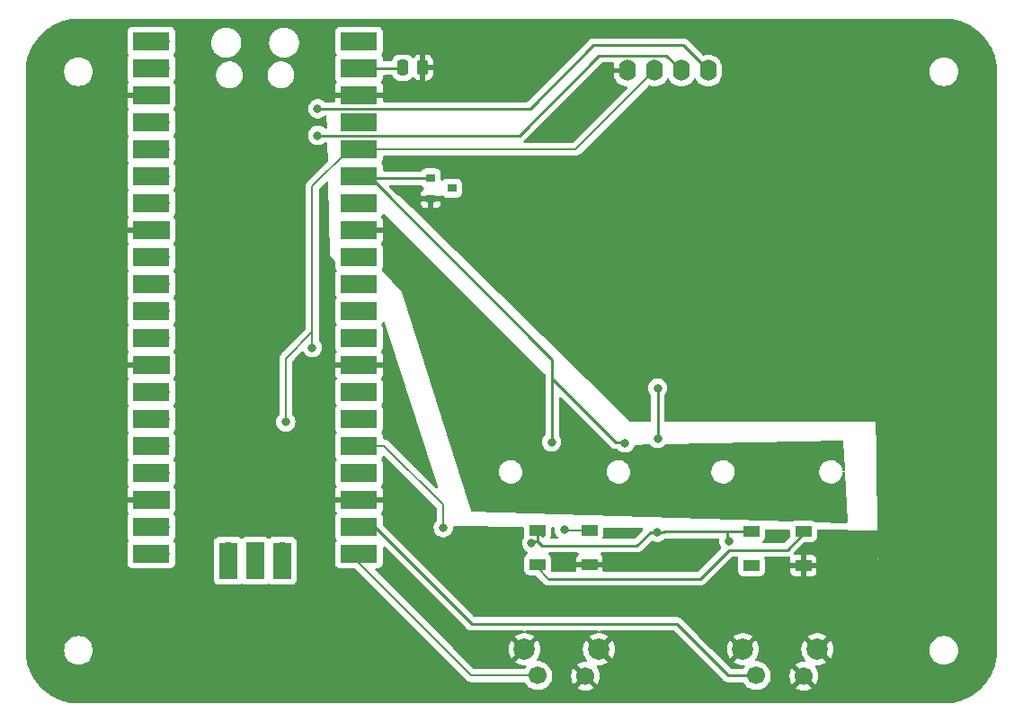
<source format=gbr>
%TF.GenerationSoftware,KiCad,Pcbnew,(7.0.0-0)*%
%TF.CreationDate,2023-02-23T00:37:51-06:00*%
%TF.ProjectId,first_keeb,66697273-745f-46b6-9565-622e6b696361,rev?*%
%TF.SameCoordinates,Original*%
%TF.FileFunction,Copper,L1,Top*%
%TF.FilePolarity,Positive*%
%FSLAX46Y46*%
G04 Gerber Fmt 4.6, Leading zero omitted, Abs format (unit mm)*
G04 Created by KiCad (PCBNEW (7.0.0-0)) date 2023-02-23 00:37:51*
%MOMM*%
%LPD*%
G01*
G04 APERTURE LIST*
G04 Aperture macros list*
%AMRoundRect*
0 Rectangle with rounded corners*
0 $1 Rounding radius*
0 $2 $3 $4 $5 $6 $7 $8 $9 X,Y pos of 4 corners*
0 Add a 4 corners polygon primitive as box body*
4,1,4,$2,$3,$4,$5,$6,$7,$8,$9,$2,$3,0*
0 Add four circle primitives for the rounded corners*
1,1,$1+$1,$2,$3*
1,1,$1+$1,$4,$5*
1,1,$1+$1,$6,$7*
1,1,$1+$1,$8,$9*
0 Add four rect primitives between the rounded corners*
20,1,$1+$1,$2,$3,$4,$5,0*
20,1,$1+$1,$4,$5,$6,$7,0*
20,1,$1+$1,$6,$7,$8,$9,0*
20,1,$1+$1,$8,$9,$2,$3,0*%
G04 Aperture macros list end*
%TA.AperFunction,ComponentPad*%
%ADD10O,1.600000X2.000000*%
%TD*%
%TA.AperFunction,ComponentPad*%
%ADD11C,1.700000*%
%TD*%
%TA.AperFunction,ComponentPad*%
%ADD12C,2.000000*%
%TD*%
%TA.AperFunction,SMDPad,CuDef*%
%ADD13R,0.900000X0.800000*%
%TD*%
%TA.AperFunction,ComponentPad*%
%ADD14O,1.700000X1.700000*%
%TD*%
%TA.AperFunction,SMDPad,CuDef*%
%ADD15R,3.500000X1.700000*%
%TD*%
%TA.AperFunction,ComponentPad*%
%ADD16R,1.700000X1.700000*%
%TD*%
%TA.AperFunction,SMDPad,CuDef*%
%ADD17R,1.700000X3.500000*%
%TD*%
%TA.AperFunction,SMDPad,CuDef*%
%ADD18R,1.500000X1.000000*%
%TD*%
%TA.AperFunction,SMDPad,CuDef*%
%ADD19RoundRect,0.250000X-0.250000X-0.475000X0.250000X-0.475000X0.250000X0.475000X-0.250000X0.475000X0*%
%TD*%
%TA.AperFunction,ViaPad*%
%ADD20C,0.800000*%
%TD*%
%TA.AperFunction,Conductor*%
%ADD21C,0.250000*%
%TD*%
%TA.AperFunction,Conductor*%
%ADD22C,0.200000*%
%TD*%
G04 APERTURE END LIST*
D10*
%TO.P,SSD1306,1*%
%TO.N,GND*%
X75169999Y-70399999D03*
%TO.P,SSD1306,2*%
%TO.N,N/C*%
X77709999Y-70399999D03*
%TO.P,SSD1306,3*%
X80249999Y-70399999D03*
%TO.P,SSD1306,4*%
X82789999Y-70399999D03*
%TD*%
D11*
%TO.P,REF\u002A\u002A,1*%
%TO.N,N/C*%
X87310000Y-127375000D03*
%TO.P,REF\u002A\u002A,2*%
%TO.N,GND*%
X91800000Y-127425000D03*
D12*
%TO.P,REF\u002A\u002A,3*%
X86050000Y-124885000D03*
%TO.P,REF\u002A\u002A,4*%
X93060000Y-124885000D03*
%TD*%
D13*
%TO.P,SHUNT,1*%
%TO.N,N/C*%
X56649999Y-80534999D03*
%TO.P,SHUNT,2*%
%TO.N,GND*%
X56649999Y-82434999D03*
%TO.P,SHUNT,3*%
%TO.N,N/C*%
X58649999Y-81484999D03*
%TD*%
D14*
%TO.P,U1,1*%
%TO.N,N/C*%
X31219999Y-67639999D03*
D15*
X30319999Y-67639999D03*
D14*
%TO.P,U1,2*%
X31219999Y-70179999D03*
D15*
X30319999Y-70179999D03*
D16*
%TO.P,U1,3*%
X31219999Y-72719999D03*
D15*
%TO.N,GND*%
X30319999Y-72719999D03*
D14*
%TO.P,U1,4*%
%TO.N,N/C*%
X31219999Y-75259999D03*
D15*
X30319999Y-75259999D03*
D14*
%TO.P,U1,5*%
X31219999Y-77799999D03*
D15*
X30319999Y-77799999D03*
D14*
%TO.P,U1,6*%
X31219999Y-80339999D03*
D15*
X30319999Y-80339999D03*
D14*
%TO.P,U1,7*%
X31219999Y-82879999D03*
D15*
X30319999Y-82879999D03*
D16*
%TO.P,U1,8*%
X31219999Y-85419999D03*
D15*
%TO.N,GND*%
X30319999Y-85419999D03*
D14*
%TO.P,U1,9*%
%TO.N,N/C*%
X31219999Y-87959999D03*
D15*
X30319999Y-87959999D03*
D14*
%TO.P,U1,10*%
X31219999Y-90499999D03*
D15*
X30319999Y-90499999D03*
D14*
%TO.P,U1,11*%
X31219999Y-93039999D03*
D15*
X30319999Y-93039999D03*
D14*
%TO.P,U1,12*%
X31219999Y-95579999D03*
D15*
X30319999Y-95579999D03*
D16*
%TO.P,U1,13*%
X31219999Y-98119999D03*
D15*
%TO.N,GND*%
X30319999Y-98119999D03*
D14*
%TO.P,U1,14*%
%TO.N,N/C*%
X31219999Y-100659999D03*
D15*
X30319999Y-100659999D03*
D14*
%TO.P,U1,15*%
X31219999Y-103199999D03*
D15*
X30319999Y-103199999D03*
D14*
%TO.P,U1,16*%
X31219999Y-105739999D03*
D15*
X30319999Y-105739999D03*
D14*
%TO.P,U1,17*%
X31219999Y-108279999D03*
D15*
X30319999Y-108279999D03*
D16*
%TO.P,U1,18*%
X31219999Y-110819999D03*
D15*
%TO.N,GND*%
X30319999Y-110819999D03*
D14*
%TO.P,U1,19*%
%TO.N,N/C*%
X31219999Y-113359999D03*
D15*
X30319999Y-113359999D03*
D14*
%TO.P,U1,20*%
X31219999Y-115899999D03*
D15*
X30319999Y-115899999D03*
D14*
%TO.P,U1,21*%
X48999999Y-115899999D03*
D15*
X49899999Y-115899999D03*
D14*
%TO.P,U1,22*%
X48999999Y-113359999D03*
D15*
X49899999Y-113359999D03*
D16*
%TO.P,U1,23*%
%TO.N,GND*%
X48999999Y-110819999D03*
D15*
X49899999Y-110819999D03*
D14*
%TO.P,U1,24*%
%TO.N,N/C*%
X48999999Y-108279999D03*
D15*
X49899999Y-108279999D03*
D14*
%TO.P,U1,25*%
X48999999Y-105739999D03*
D15*
X49899999Y-105739999D03*
D14*
%TO.P,U1,26*%
X48999999Y-103199999D03*
D15*
X49899999Y-103199999D03*
D14*
%TO.P,U1,27*%
X48999999Y-100659999D03*
D15*
X49899999Y-100659999D03*
D16*
%TO.P,U1,28*%
%TO.N,GND*%
X48999999Y-98119999D03*
D15*
X49899999Y-98119999D03*
D14*
%TO.P,U1,29*%
%TO.N,N/C*%
X48999999Y-95579999D03*
D15*
X49899999Y-95579999D03*
D14*
%TO.P,U1,30*%
X48999999Y-93039999D03*
D15*
X49899999Y-93039999D03*
D14*
%TO.P,U1,31*%
X48999999Y-90499999D03*
D15*
X49899999Y-90499999D03*
D14*
%TO.P,U1,32*%
X48999999Y-87959999D03*
D15*
X49899999Y-87959999D03*
D16*
%TO.P,U1,33*%
%TO.N,AGND*%
X48999999Y-85419999D03*
D15*
X49899999Y-85419999D03*
D14*
%TO.P,U1,34*%
%TO.N,N/C*%
X48999999Y-82879999D03*
D15*
X49899999Y-82879999D03*
D14*
%TO.P,U1,35*%
X48999999Y-80339999D03*
D15*
X49899999Y-80339999D03*
D14*
%TO.P,U1,36*%
X48999999Y-77799999D03*
D15*
X49899999Y-77799999D03*
D14*
%TO.P,U1,37*%
X48999999Y-75259999D03*
D15*
X49899999Y-75259999D03*
D16*
%TO.P,U1,38*%
%TO.N,GND*%
X48999999Y-72719999D03*
D15*
X49899999Y-72719999D03*
D14*
%TO.P,U1,39*%
%TO.N,N/C*%
X48999999Y-70179999D03*
D15*
X49899999Y-70179999D03*
D14*
%TO.P,U1,40*%
X48999999Y-67639999D03*
D15*
X49899999Y-67639999D03*
D14*
%TO.P,U1,41*%
X37569999Y-115669999D03*
D17*
X37569999Y-116569999D03*
D16*
%TO.P,U1,42*%
X40109999Y-115669999D03*
D17*
X40109999Y-116569999D03*
D14*
%TO.P,U1,43*%
X42649999Y-115669999D03*
D17*
X42649999Y-116569999D03*
%TD*%
D11*
%TO.P,REF\u002A\u002A,1*%
%TO.N,N/C*%
X66740000Y-127375000D03*
%TO.P,REF\u002A\u002A,2*%
%TO.N,GND*%
X71230000Y-127425000D03*
D12*
%TO.P,REF\u002A\u002A,3*%
X65480000Y-124885000D03*
%TO.P,REF\u002A\u002A,4*%
X72490000Y-124885000D03*
%TD*%
D18*
%TO.P,REF\u002A\u002A,1*%
%TO.N,N/C*%
X86849999Y-113804999D03*
%TO.P,REF\u002A\u002A,2*%
X86849999Y-117004999D03*
%TO.P,REF\u002A\u002A,3*%
%TO.N,GND*%
X91749999Y-117004999D03*
%TO.P,REF\u002A\u002A,4*%
%TO.N,N/C*%
X91749999Y-113804999D03*
%TD*%
%TO.P,REF\u002A\u002A,1*%
%TO.N,N/C*%
X66699999Y-113694999D03*
%TO.P,REF\u002A\u002A,2*%
X66699999Y-116894999D03*
%TO.P,REF\u002A\u002A,3*%
%TO.N,GND*%
X71599999Y-116894999D03*
%TO.P,REF\u002A\u002A,4*%
%TO.N,N/C*%
X71599999Y-113694999D03*
%TD*%
D19*
%TO.P,10uF,1*%
%TO.N,N/C*%
X54010000Y-70115000D03*
%TO.P,10uF,2*%
%TO.N,GND*%
X55910000Y-70115000D03*
%TD*%
D20*
%TO.N,*%
X43000000Y-103500000D03*
X45500000Y-96500000D03*
%TO.N,GND*%
X55500000Y-82435000D03*
%TO.N,*%
X57830000Y-113455000D03*
X69250000Y-113645000D03*
X74950000Y-105455000D03*
X46000000Y-74000000D03*
X46000000Y-76500000D03*
X68030000Y-105385000D03*
X78030000Y-105035000D03*
X84710000Y-114715000D03*
X78020000Y-100305000D03*
%TO.N,AGND*%
X86040000Y-110255000D03*
%TO.N,*%
X77990000Y-113865000D03*
X66150000Y-114885000D03*
%TO.N,AGND*%
X63883255Y-104616745D03*
X89500000Y-110500000D03*
X68130000Y-110045000D03*
%TD*%
D21*
%TO.N,GND*%
X55500000Y-82435000D02*
X56650000Y-82435000D01*
D22*
%TO.N,*%
X45500000Y-95000000D02*
X45500000Y-96500000D01*
X43000000Y-97500000D02*
X43000000Y-103500000D01*
X45500000Y-81300000D02*
X45500000Y-95000000D01*
X45500000Y-95000000D02*
X43000000Y-97500000D01*
X49000000Y-77800000D02*
X45500000Y-81300000D01*
D21*
X49000000Y-113360000D02*
X49935000Y-113360000D01*
X53945000Y-70180000D02*
X54010000Y-70115000D01*
X72500000Y-69000000D02*
X78850000Y-69000000D01*
D22*
X86770000Y-113885000D02*
X86850000Y-113805000D01*
X60475000Y-127375000D02*
X66740000Y-127375000D01*
D21*
X90210000Y-115545000D02*
X91750000Y-114005000D01*
D22*
X86850000Y-113805000D02*
X87100000Y-113805000D01*
D21*
X49195000Y-80535000D02*
X56650000Y-80535000D01*
X84550000Y-114555000D02*
X84710000Y-114715000D01*
X84730000Y-115545000D02*
X90210000Y-115545000D01*
X78640000Y-113805000D02*
X84550000Y-113805000D01*
X51360000Y-113360000D02*
X60505000Y-122505000D01*
X68090000Y-104585000D02*
X68080000Y-104595000D01*
X74045000Y-105385000D02*
X74880000Y-105385000D01*
X68090000Y-99430000D02*
X74045000Y-105385000D01*
X49000000Y-80340000D02*
X49025000Y-80315000D01*
X84550000Y-113805000D02*
X86850000Y-113805000D01*
X79810000Y-122505000D02*
X84680000Y-127375000D01*
X84550000Y-113805000D02*
X84550000Y-114555000D01*
X68090000Y-105325000D02*
X68030000Y-105385000D01*
X66000000Y-74000000D02*
X72000000Y-68000000D01*
X78030000Y-105035000D02*
X78020000Y-105045000D01*
D22*
X66700000Y-117205000D02*
X67740000Y-118245000D01*
X69250000Y-113645000D02*
X69300000Y-113695000D01*
D21*
X68090000Y-99430000D02*
X68090000Y-104585000D01*
X49000000Y-80340000D02*
X49195000Y-80535000D01*
X74880000Y-105385000D02*
X74950000Y-105455000D01*
X50840000Y-80340000D02*
X68090000Y-97590000D01*
X78580000Y-113865000D02*
X78640000Y-113805000D01*
X66300000Y-114735000D02*
X66150000Y-114885000D01*
X66700000Y-114735000D02*
X66300000Y-114735000D01*
X82030000Y-118245000D02*
X84730000Y-115545000D01*
X49000000Y-113360000D02*
X51360000Y-113360000D01*
X67740000Y-118245000D02*
X82030000Y-118245000D01*
D22*
X57830000Y-111295000D02*
X52275000Y-105740000D01*
D21*
X78020000Y-100305000D02*
X78020000Y-105025000D01*
X77990000Y-113865000D02*
X77340000Y-113865000D01*
X91750000Y-114005000D02*
X91750000Y-113805000D01*
D22*
X49000000Y-77800000D02*
X70310000Y-77800000D01*
X69300000Y-113695000D02*
X71600000Y-113695000D01*
D21*
X68090000Y-104585000D02*
X68090000Y-105325000D01*
X76060000Y-115145000D02*
X67110000Y-115145000D01*
D22*
X49000000Y-115900000D02*
X60475000Y-127375000D01*
X66700000Y-116895000D02*
X66700000Y-117205000D01*
D21*
X49000000Y-70180000D02*
X53945000Y-70180000D01*
D22*
X52275000Y-105740000D02*
X49000000Y-105740000D01*
D21*
X77340000Y-113865000D02*
X76060000Y-115145000D01*
X46000000Y-74000000D02*
X66000000Y-74000000D01*
X84680000Y-127375000D02*
X87310000Y-127375000D01*
X67230000Y-114225000D02*
X66700000Y-113695000D01*
X65000000Y-76500000D02*
X72500000Y-69000000D01*
X49000000Y-80340000D02*
X50840000Y-80340000D01*
D22*
X57830000Y-113455000D02*
X57830000Y-111295000D01*
D21*
X46000000Y-76500000D02*
X65000000Y-76500000D01*
D22*
X70310000Y-77800000D02*
X77710000Y-70400000D01*
D21*
X68090000Y-97590000D02*
X68090000Y-99430000D01*
X66700000Y-114735000D02*
X66700000Y-113695000D01*
X67110000Y-115145000D02*
X66700000Y-114735000D01*
X80390000Y-68000000D02*
X82790000Y-70400000D01*
X77990000Y-113865000D02*
X78580000Y-113865000D01*
X78850000Y-69000000D02*
X80250000Y-70400000D01*
X60505000Y-122505000D02*
X79810000Y-122505000D01*
X72000000Y-68000000D02*
X80390000Y-68000000D01*
X78020000Y-105025000D02*
X78030000Y-105035000D01*
%TD*%
%TA.AperFunction,Conductor*%
%TO.N,AGND*%
G36*
X52257893Y-83884226D02*
G01*
X52310644Y-83915395D01*
X67420001Y-98962687D01*
X67447012Y-99002978D01*
X67456500Y-99050549D01*
X67456500Y-99351154D01*
X67455968Y-99362437D01*
X67454298Y-99369909D01*
X67454543Y-99377705D01*
X67454543Y-99377707D01*
X67456439Y-99438017D01*
X67456500Y-99441913D01*
X67456500Y-104472249D01*
X67454973Y-104491647D01*
X67443000Y-104567234D01*
X67442999Y-104567241D01*
X67441780Y-104574943D01*
X67442514Y-104582708D01*
X67442514Y-104582711D01*
X67445692Y-104616329D01*
X67439971Y-104666933D01*
X67414392Y-104710970D01*
X67295307Y-104843227D01*
X67295302Y-104843233D01*
X67290960Y-104848056D01*
X67287714Y-104853676D01*
X67287711Y-104853682D01*
X67198721Y-105007817D01*
X67198718Y-105007822D01*
X67195473Y-105013444D01*
X67193467Y-105019616D01*
X67193465Y-105019622D01*
X67138465Y-105188892D01*
X67138463Y-105188901D01*
X67136458Y-105195072D01*
X67135780Y-105201522D01*
X67135778Y-105201532D01*
X67125927Y-105295269D01*
X67116496Y-105385000D01*
X67117175Y-105391460D01*
X67135778Y-105568467D01*
X67135779Y-105568475D01*
X67136458Y-105574928D01*
X67138463Y-105581100D01*
X67138465Y-105581107D01*
X67193465Y-105750377D01*
X67195473Y-105756556D01*
X67198720Y-105762180D01*
X67198721Y-105762182D01*
X67287597Y-105916120D01*
X67290960Y-105921944D01*
X67418747Y-106063866D01*
X67423997Y-106067680D01*
X67424000Y-106067683D01*
X67508448Y-106129038D01*
X67573248Y-106176118D01*
X67747712Y-106253794D01*
X67754070Y-106255145D01*
X67754072Y-106255146D01*
X67790874Y-106262968D01*
X67934513Y-106293500D01*
X68118984Y-106293500D01*
X68125487Y-106293500D01*
X68312288Y-106253794D01*
X68486752Y-106176118D01*
X68641253Y-106063866D01*
X68769040Y-105921944D01*
X68864527Y-105756556D01*
X68923542Y-105574928D01*
X68943504Y-105385000D01*
X68923542Y-105195072D01*
X68864527Y-105013444D01*
X68769040Y-104848056D01*
X68755350Y-104832852D01*
X68731736Y-104794318D01*
X68723500Y-104749880D01*
X68723500Y-104644615D01*
X68725027Y-104625217D01*
X68725065Y-104624972D01*
X68728220Y-104605057D01*
X68724050Y-104560942D01*
X68723500Y-104549273D01*
X68723500Y-101258766D01*
X68737015Y-101202471D01*
X68774615Y-101158448D01*
X68828102Y-101136293D01*
X68885818Y-101140835D01*
X68935180Y-101171084D01*
X71256964Y-103492869D01*
X73541302Y-105777207D01*
X73548898Y-105785555D01*
X73553000Y-105792018D01*
X73602684Y-105838674D01*
X73605448Y-105841353D01*
X73625230Y-105861135D01*
X73628306Y-105863521D01*
X73628503Y-105863674D01*
X73637382Y-105871258D01*
X73669679Y-105901586D01*
X73687565Y-105911418D01*
X73703829Y-105922102D01*
X73713792Y-105929831D01*
X73713795Y-105929833D01*
X73719959Y-105934614D01*
X73727122Y-105937713D01*
X73727123Y-105937714D01*
X73760616Y-105952207D01*
X73771112Y-105957348D01*
X73809940Y-105978695D01*
X73829716Y-105983772D01*
X73848123Y-105990075D01*
X73859691Y-105995081D01*
X73859692Y-105995081D01*
X73866855Y-105998181D01*
X73910621Y-106005112D01*
X73922041Y-106007477D01*
X73964970Y-106018500D01*
X73985385Y-106018500D01*
X74004783Y-106020027D01*
X74024943Y-106023220D01*
X74063476Y-106019577D01*
X74069058Y-106019050D01*
X74080727Y-106018500D01*
X74179663Y-106018500D01*
X74230098Y-106029220D01*
X74271812Y-106059527D01*
X74338747Y-106133866D01*
X74343997Y-106137680D01*
X74344000Y-106137683D01*
X74400538Y-106178760D01*
X74493248Y-106246118D01*
X74667712Y-106323794D01*
X74674070Y-106325145D01*
X74674072Y-106325146D01*
X74710874Y-106332968D01*
X74854513Y-106363500D01*
X75038984Y-106363500D01*
X75045487Y-106363500D01*
X75232288Y-106323794D01*
X75406752Y-106246118D01*
X75561253Y-106133866D01*
X75689040Y-105991944D01*
X75784527Y-105826556D01*
X75817802Y-105724144D01*
X75843016Y-105680126D01*
X75883748Y-105649887D01*
X75933175Y-105638491D01*
X77268343Y-105611000D01*
X77320160Y-105621181D01*
X77363042Y-105652000D01*
X77418747Y-105713866D01*
X77423997Y-105717680D01*
X77424000Y-105717683D01*
X77565346Y-105820377D01*
X77573248Y-105826118D01*
X77579181Y-105828759D01*
X77579182Y-105828760D01*
X77730758Y-105896246D01*
X77747712Y-105903794D01*
X77754070Y-105905145D01*
X77754072Y-105905146D01*
X77783570Y-105911416D01*
X77934513Y-105943500D01*
X78118984Y-105943500D01*
X78125487Y-105943500D01*
X78312288Y-105903794D01*
X78486752Y-105826118D01*
X78641253Y-105713866D01*
X78725637Y-105620146D01*
X78766183Y-105590369D01*
X78815221Y-105579150D01*
X95409484Y-105237481D01*
X95470785Y-105252256D01*
X95516895Y-105295269D01*
X95535888Y-105355398D01*
X95664516Y-107985499D01*
X95652683Y-108044732D01*
X95614269Y-108091347D01*
X95558389Y-108114283D01*
X95498303Y-108108096D01*
X95448269Y-108074255D01*
X95420159Y-108020790D01*
X95399193Y-107934367D01*
X95374704Y-107833424D01*
X95287396Y-107642247D01*
X95165486Y-107471048D01*
X95085632Y-107394908D01*
X95017651Y-107330088D01*
X95017649Y-107330086D01*
X95013378Y-107326014D01*
X94914210Y-107262282D01*
X94841544Y-107215582D01*
X94841541Y-107215580D01*
X94836572Y-107212387D01*
X94831092Y-107210193D01*
X94831086Y-107210190D01*
X94646939Y-107136469D01*
X94646932Y-107136467D01*
X94641457Y-107134275D01*
X94635662Y-107133158D01*
X94635655Y-107133156D01*
X94440882Y-107095617D01*
X94440879Y-107095616D01*
X94435085Y-107094500D01*
X94277575Y-107094500D01*
X94274646Y-107094779D01*
X94274639Y-107094780D01*
X94126662Y-107108910D01*
X94126656Y-107108911D01*
X94120782Y-107109472D01*
X94115112Y-107111136D01*
X94115111Y-107111137D01*
X93924787Y-107167021D01*
X93924782Y-107167022D01*
X93919125Y-107168684D01*
X93913884Y-107171385D01*
X93913881Y-107171387D01*
X93737568Y-107262282D01*
X93737564Y-107262284D01*
X93732318Y-107264989D01*
X93727676Y-107268638D01*
X93727672Y-107268642D01*
X93571759Y-107391254D01*
X93571752Y-107391260D01*
X93567114Y-107394908D01*
X93563250Y-107399367D01*
X93563245Y-107399372D01*
X93433347Y-107549282D01*
X93429481Y-107553744D01*
X93426530Y-107558854D01*
X93426528Y-107558858D01*
X93327352Y-107730635D01*
X93327349Y-107730640D01*
X93324396Y-107735756D01*
X93322465Y-107741335D01*
X93322461Y-107741344D01*
X93257587Y-107928785D01*
X93257584Y-107928794D01*
X93255656Y-107934367D01*
X93254816Y-107940203D01*
X93254815Y-107940211D01*
X93226585Y-108136558D01*
X93226584Y-108136564D01*
X93225746Y-108142398D01*
X93226026Y-108148282D01*
X93226026Y-108148289D01*
X93232713Y-108288667D01*
X93235746Y-108352330D01*
X93237135Y-108358058D01*
X93237137Y-108358067D01*
X93259389Y-108449788D01*
X93285296Y-108556576D01*
X93372604Y-108747753D01*
X93376031Y-108752566D01*
X93376032Y-108752567D01*
X93435626Y-108836256D01*
X93494514Y-108918952D01*
X93646622Y-109063986D01*
X93823428Y-109177613D01*
X93828911Y-109179808D01*
X93828913Y-109179809D01*
X94013060Y-109253530D01*
X94018543Y-109255725D01*
X94224915Y-109295500D01*
X94379471Y-109295500D01*
X94382425Y-109295500D01*
X94539218Y-109280528D01*
X94740875Y-109221316D01*
X94927682Y-109125011D01*
X95092886Y-108995092D01*
X95230519Y-108836256D01*
X95335604Y-108654244D01*
X95404344Y-108455633D01*
X95432058Y-108262873D01*
X95454927Y-108207022D01*
X95501454Y-108168581D01*
X95560618Y-108156658D01*
X95618402Y-108174077D01*
X95661119Y-108216713D01*
X95678648Y-108274464D01*
X95903440Y-112870874D01*
X95888333Y-112936518D01*
X95841136Y-112984578D01*
X95775777Y-113000872D01*
X92860032Y-112911220D01*
X92822880Y-112904318D01*
X92789532Y-112886546D01*
X92753304Y-112859426D01*
X92753303Y-112859425D01*
X92746204Y-112854111D01*
X92737896Y-112851012D01*
X92737894Y-112851011D01*
X92616463Y-112805719D01*
X92616458Y-112805717D01*
X92609201Y-112803011D01*
X92601497Y-112802182D01*
X92601494Y-112802182D01*
X92551924Y-112796853D01*
X92551918Y-112796852D01*
X92548638Y-112796500D01*
X90951362Y-112796500D01*
X90948082Y-112796852D01*
X90948075Y-112796853D01*
X90898505Y-112802182D01*
X90898500Y-112802182D01*
X90890799Y-112803011D01*
X90883541Y-112805718D01*
X90883533Y-112805720D01*
X90795555Y-112838534D01*
X90748411Y-112846293D01*
X60547861Y-111917701D01*
X60498648Y-111905851D01*
X60458271Y-111875321D01*
X60433460Y-111831201D01*
X59265190Y-108142398D01*
X63065746Y-108142398D01*
X63066026Y-108148282D01*
X63066026Y-108148289D01*
X63072713Y-108288667D01*
X63075746Y-108352330D01*
X63077135Y-108358058D01*
X63077137Y-108358067D01*
X63099389Y-108449788D01*
X63125296Y-108556576D01*
X63212604Y-108747753D01*
X63216031Y-108752566D01*
X63216032Y-108752567D01*
X63275626Y-108836256D01*
X63334514Y-108918952D01*
X63486622Y-109063986D01*
X63663428Y-109177613D01*
X63668911Y-109179808D01*
X63668913Y-109179809D01*
X63853060Y-109253530D01*
X63858543Y-109255725D01*
X64064915Y-109295500D01*
X64219471Y-109295500D01*
X64222425Y-109295500D01*
X64379218Y-109280528D01*
X64580875Y-109221316D01*
X64767682Y-109125011D01*
X64932886Y-108995092D01*
X65070519Y-108836256D01*
X65175604Y-108654244D01*
X65244344Y-108455633D01*
X65274254Y-108247602D01*
X65269243Y-108142398D01*
X73225746Y-108142398D01*
X73226026Y-108148282D01*
X73226026Y-108148289D01*
X73232713Y-108288667D01*
X73235746Y-108352330D01*
X73237135Y-108358058D01*
X73237137Y-108358067D01*
X73259389Y-108449788D01*
X73285296Y-108556576D01*
X73372604Y-108747753D01*
X73376031Y-108752566D01*
X73376032Y-108752567D01*
X73435626Y-108836256D01*
X73494514Y-108918952D01*
X73646622Y-109063986D01*
X73823428Y-109177613D01*
X73828911Y-109179808D01*
X73828913Y-109179809D01*
X74013060Y-109253530D01*
X74018543Y-109255725D01*
X74224915Y-109295500D01*
X74379471Y-109295500D01*
X74382425Y-109295500D01*
X74539218Y-109280528D01*
X74740875Y-109221316D01*
X74927682Y-109125011D01*
X75092886Y-108995092D01*
X75230519Y-108836256D01*
X75335604Y-108654244D01*
X75404344Y-108455633D01*
X75434254Y-108247602D01*
X75429243Y-108142398D01*
X83065746Y-108142398D01*
X83066026Y-108148282D01*
X83066026Y-108148289D01*
X83072713Y-108288667D01*
X83075746Y-108352330D01*
X83077135Y-108358058D01*
X83077137Y-108358067D01*
X83099389Y-108449788D01*
X83125296Y-108556576D01*
X83212604Y-108747753D01*
X83216031Y-108752566D01*
X83216032Y-108752567D01*
X83275626Y-108836256D01*
X83334514Y-108918952D01*
X83486622Y-109063986D01*
X83663428Y-109177613D01*
X83668911Y-109179808D01*
X83668913Y-109179809D01*
X83853060Y-109253530D01*
X83858543Y-109255725D01*
X84064915Y-109295500D01*
X84219471Y-109295500D01*
X84222425Y-109295500D01*
X84379218Y-109280528D01*
X84580875Y-109221316D01*
X84767682Y-109125011D01*
X84932886Y-108995092D01*
X85070519Y-108836256D01*
X85175604Y-108654244D01*
X85244344Y-108455633D01*
X85274254Y-108247602D01*
X85264254Y-108037670D01*
X85214704Y-107833424D01*
X85127396Y-107642247D01*
X85005486Y-107471048D01*
X84925632Y-107394908D01*
X84857651Y-107330088D01*
X84857649Y-107330086D01*
X84853378Y-107326014D01*
X84754210Y-107262282D01*
X84681544Y-107215582D01*
X84681541Y-107215580D01*
X84676572Y-107212387D01*
X84671092Y-107210193D01*
X84671086Y-107210190D01*
X84486939Y-107136469D01*
X84486932Y-107136467D01*
X84481457Y-107134275D01*
X84475662Y-107133158D01*
X84475655Y-107133156D01*
X84280882Y-107095617D01*
X84280879Y-107095616D01*
X84275085Y-107094500D01*
X84117575Y-107094500D01*
X84114646Y-107094779D01*
X84114639Y-107094780D01*
X83966662Y-107108910D01*
X83966656Y-107108911D01*
X83960782Y-107109472D01*
X83955112Y-107111136D01*
X83955111Y-107111137D01*
X83764787Y-107167021D01*
X83764782Y-107167022D01*
X83759125Y-107168684D01*
X83753884Y-107171385D01*
X83753881Y-107171387D01*
X83577568Y-107262282D01*
X83577564Y-107262284D01*
X83572318Y-107264989D01*
X83567676Y-107268638D01*
X83567672Y-107268642D01*
X83411759Y-107391254D01*
X83411752Y-107391260D01*
X83407114Y-107394908D01*
X83403250Y-107399367D01*
X83403245Y-107399372D01*
X83273347Y-107549282D01*
X83269481Y-107553744D01*
X83266530Y-107558854D01*
X83266528Y-107558858D01*
X83167352Y-107730635D01*
X83167349Y-107730640D01*
X83164396Y-107735756D01*
X83162465Y-107741335D01*
X83162461Y-107741344D01*
X83097587Y-107928785D01*
X83097584Y-107928794D01*
X83095656Y-107934367D01*
X83094816Y-107940203D01*
X83094815Y-107940211D01*
X83066585Y-108136558D01*
X83066584Y-108136564D01*
X83065746Y-108142398D01*
X75429243Y-108142398D01*
X75424254Y-108037670D01*
X75374704Y-107833424D01*
X75287396Y-107642247D01*
X75165486Y-107471048D01*
X75085632Y-107394908D01*
X75017651Y-107330088D01*
X75017649Y-107330086D01*
X75013378Y-107326014D01*
X74914210Y-107262282D01*
X74841544Y-107215582D01*
X74841541Y-107215580D01*
X74836572Y-107212387D01*
X74831092Y-107210193D01*
X74831086Y-107210190D01*
X74646939Y-107136469D01*
X74646932Y-107136467D01*
X74641457Y-107134275D01*
X74635662Y-107133158D01*
X74635655Y-107133156D01*
X74440882Y-107095617D01*
X74440879Y-107095616D01*
X74435085Y-107094500D01*
X74277575Y-107094500D01*
X74274646Y-107094779D01*
X74274639Y-107094780D01*
X74126662Y-107108910D01*
X74126656Y-107108911D01*
X74120782Y-107109472D01*
X74115112Y-107111136D01*
X74115111Y-107111137D01*
X73924787Y-107167021D01*
X73924782Y-107167022D01*
X73919125Y-107168684D01*
X73913884Y-107171385D01*
X73913881Y-107171387D01*
X73737568Y-107262282D01*
X73737564Y-107262284D01*
X73732318Y-107264989D01*
X73727676Y-107268638D01*
X73727672Y-107268642D01*
X73571759Y-107391254D01*
X73571752Y-107391260D01*
X73567114Y-107394908D01*
X73563250Y-107399367D01*
X73563245Y-107399372D01*
X73433347Y-107549282D01*
X73429481Y-107553744D01*
X73426530Y-107558854D01*
X73426528Y-107558858D01*
X73327352Y-107730635D01*
X73327349Y-107730640D01*
X73324396Y-107735756D01*
X73322465Y-107741335D01*
X73322461Y-107741344D01*
X73257587Y-107928785D01*
X73257584Y-107928794D01*
X73255656Y-107934367D01*
X73254816Y-107940203D01*
X73254815Y-107940211D01*
X73226585Y-108136558D01*
X73226584Y-108136564D01*
X73225746Y-108142398D01*
X65269243Y-108142398D01*
X65264254Y-108037670D01*
X65214704Y-107833424D01*
X65127396Y-107642247D01*
X65005486Y-107471048D01*
X64925632Y-107394908D01*
X64857651Y-107330088D01*
X64857649Y-107330086D01*
X64853378Y-107326014D01*
X64754210Y-107262282D01*
X64681544Y-107215582D01*
X64681541Y-107215580D01*
X64676572Y-107212387D01*
X64671092Y-107210193D01*
X64671086Y-107210190D01*
X64486939Y-107136469D01*
X64486932Y-107136467D01*
X64481457Y-107134275D01*
X64475662Y-107133158D01*
X64475655Y-107133156D01*
X64280882Y-107095617D01*
X64280879Y-107095616D01*
X64275085Y-107094500D01*
X64117575Y-107094500D01*
X64114646Y-107094779D01*
X64114639Y-107094780D01*
X63966662Y-107108910D01*
X63966656Y-107108911D01*
X63960782Y-107109472D01*
X63955112Y-107111136D01*
X63955111Y-107111137D01*
X63764787Y-107167021D01*
X63764782Y-107167022D01*
X63759125Y-107168684D01*
X63753884Y-107171385D01*
X63753881Y-107171387D01*
X63577568Y-107262282D01*
X63577564Y-107262284D01*
X63572318Y-107264989D01*
X63567676Y-107268638D01*
X63567672Y-107268642D01*
X63411759Y-107391254D01*
X63411752Y-107391260D01*
X63407114Y-107394908D01*
X63403250Y-107399367D01*
X63403245Y-107399372D01*
X63273347Y-107549282D01*
X63269481Y-107553744D01*
X63266530Y-107558854D01*
X63266528Y-107558858D01*
X63167352Y-107730635D01*
X63167349Y-107730640D01*
X63164396Y-107735756D01*
X63162465Y-107741335D01*
X63162461Y-107741344D01*
X63097587Y-107928785D01*
X63097584Y-107928794D01*
X63095656Y-107934367D01*
X63094816Y-107940203D01*
X63094815Y-107940211D01*
X63066585Y-108136558D01*
X63066584Y-108136564D01*
X63065746Y-108142398D01*
X59265190Y-108142398D01*
X53920000Y-91265000D01*
X52063516Y-89276584D01*
X52035210Y-89227008D01*
X52032115Y-89170002D01*
X52054887Y-89117654D01*
X52100889Y-89056204D01*
X52151989Y-88919201D01*
X52158500Y-88858638D01*
X52158500Y-87061362D01*
X52151989Y-87000799D01*
X52100889Y-86863796D01*
X52021105Y-86757218D01*
X51999207Y-86709266D01*
X51999207Y-86656549D01*
X52021107Y-86608596D01*
X52088037Y-86519190D01*
X52096452Y-86503777D01*
X52140888Y-86384641D01*
X52144426Y-86369667D01*
X52149646Y-86321114D01*
X52150000Y-86314518D01*
X52150000Y-85686326D01*
X52146549Y-85673450D01*
X52133674Y-85670000D01*
X48983328Y-85670000D01*
X48620902Y-85170000D01*
X52133674Y-85170000D01*
X52146549Y-85166549D01*
X52150000Y-85153674D01*
X52150000Y-84525482D01*
X52149646Y-84518885D01*
X52144426Y-84470332D01*
X52140888Y-84455358D01*
X52096452Y-84336222D01*
X52088035Y-84320805D01*
X52021107Y-84231402D01*
X51999207Y-84183449D01*
X51999207Y-84130733D01*
X52021104Y-84082783D01*
X52100889Y-83976204D01*
X52106960Y-83959926D01*
X52141890Y-83909587D01*
X52196659Y-83882118D01*
X52257893Y-83884226D01*
G37*
%TD.AperFunction*%
%TD*%
%TA.AperFunction,Conductor*%
%TO.N,GND*%
G36*
X46826354Y-73366500D02*
G01*
X46707309Y-73366500D01*
X46656874Y-73355780D01*
X46620978Y-73329700D01*
X46620429Y-73330310D01*
X46615598Y-73325960D01*
X46611253Y-73321134D01*
X46606003Y-73317319D01*
X46605999Y-73317316D01*
X46462006Y-73212699D01*
X46462004Y-73212697D01*
X46456752Y-73208882D01*
X46450821Y-73206241D01*
X46450817Y-73206239D01*
X46288226Y-73133849D01*
X46288219Y-73133846D01*
X46282288Y-73131206D01*
X46275935Y-73129855D01*
X46275927Y-73129853D01*
X46101849Y-73092852D01*
X46101846Y-73092851D01*
X46095487Y-73091500D01*
X45904513Y-73091500D01*
X45898154Y-73092851D01*
X45898150Y-73092852D01*
X45724072Y-73129853D01*
X45724061Y-73129856D01*
X45717712Y-73131206D01*
X45711782Y-73133845D01*
X45711773Y-73133849D01*
X45549182Y-73206239D01*
X45549174Y-73206243D01*
X45543248Y-73208882D01*
X45537999Y-73212695D01*
X45537993Y-73212699D01*
X45394000Y-73317316D01*
X45393991Y-73317323D01*
X45388747Y-73321134D01*
X45384403Y-73325957D01*
X45384400Y-73325961D01*
X45347899Y-73366500D01*
X45260960Y-73463056D01*
X45257714Y-73468676D01*
X45257711Y-73468682D01*
X45168721Y-73622817D01*
X45168718Y-73622822D01*
X45165473Y-73628444D01*
X45163467Y-73634616D01*
X45163465Y-73634622D01*
X45108465Y-73803892D01*
X45108463Y-73803901D01*
X45106458Y-73810072D01*
X45105780Y-73816522D01*
X45105778Y-73816532D01*
X45090317Y-73963642D01*
X45086496Y-74000000D01*
X45087175Y-74006460D01*
X45105778Y-74183467D01*
X45105779Y-74183475D01*
X45106458Y-74189928D01*
X45108463Y-74196100D01*
X45108465Y-74196107D01*
X45163236Y-74364672D01*
X45165473Y-74371556D01*
X45260960Y-74536944D01*
X45388747Y-74678866D01*
X45393997Y-74682680D01*
X45394000Y-74682683D01*
X45536863Y-74786479D01*
X45543248Y-74791118D01*
X45717712Y-74868794D01*
X45724070Y-74870145D01*
X45724072Y-74870146D01*
X45760874Y-74877968D01*
X45904513Y-74908500D01*
X46088984Y-74908500D01*
X46095487Y-74908500D01*
X46282288Y-74868794D01*
X46456752Y-74791118D01*
X46611253Y-74678866D01*
X46615600Y-74674037D01*
X46620429Y-74669690D01*
X46620978Y-74670299D01*
X46656874Y-74644220D01*
X46707309Y-74633500D01*
X46854715Y-74633500D01*
X46882315Y-75866500D01*
X46707309Y-75866500D01*
X46656874Y-75855780D01*
X46620978Y-75829700D01*
X46620429Y-75830310D01*
X46615598Y-75825960D01*
X46611253Y-75821134D01*
X46606003Y-75817319D01*
X46605999Y-75817316D01*
X46462006Y-75712699D01*
X46462004Y-75712697D01*
X46456752Y-75708882D01*
X46450821Y-75706241D01*
X46450817Y-75706239D01*
X46288226Y-75633849D01*
X46288219Y-75633846D01*
X46282288Y-75631206D01*
X46275935Y-75629855D01*
X46275927Y-75629853D01*
X46101849Y-75592852D01*
X46101846Y-75592851D01*
X46095487Y-75591500D01*
X45904513Y-75591500D01*
X45898154Y-75592851D01*
X45898150Y-75592852D01*
X45724072Y-75629853D01*
X45724061Y-75629856D01*
X45717712Y-75631206D01*
X45711782Y-75633845D01*
X45711773Y-75633849D01*
X45549182Y-75706239D01*
X45549174Y-75706243D01*
X45543248Y-75708882D01*
X45537999Y-75712695D01*
X45537993Y-75712699D01*
X45394000Y-75817316D01*
X45393991Y-75817323D01*
X45388747Y-75821134D01*
X45384403Y-75825957D01*
X45384400Y-75825961D01*
X45347899Y-75866500D01*
X45260960Y-75963056D01*
X45257714Y-75968676D01*
X45257711Y-75968682D01*
X45168721Y-76122817D01*
X45168718Y-76122822D01*
X45165473Y-76128444D01*
X45163467Y-76134616D01*
X45163465Y-76134622D01*
X45108465Y-76303892D01*
X45108463Y-76303901D01*
X45106458Y-76310072D01*
X45105780Y-76316522D01*
X45105778Y-76316532D01*
X45091153Y-76455689D01*
X45086496Y-76500000D01*
X45087175Y-76506460D01*
X45105778Y-76683467D01*
X45105779Y-76683475D01*
X45106458Y-76689928D01*
X45108463Y-76696100D01*
X45108465Y-76696107D01*
X45153119Y-76833536D01*
X45165473Y-76871556D01*
X45168720Y-76877180D01*
X45168721Y-76877182D01*
X45242252Y-77004542D01*
X45260960Y-77036944D01*
X45388747Y-77178866D01*
X45393997Y-77182680D01*
X45394000Y-77182683D01*
X45493155Y-77254723D01*
X45543248Y-77291118D01*
X45549181Y-77293759D01*
X45549182Y-77293760D01*
X45711465Y-77366013D01*
X45717712Y-77368794D01*
X45724070Y-77370145D01*
X45724072Y-77370146D01*
X45760874Y-77377968D01*
X45904513Y-77408500D01*
X46088984Y-77408500D01*
X46095487Y-77408500D01*
X46282288Y-77368794D01*
X46456752Y-77291118D01*
X46611253Y-77178866D01*
X46615600Y-77174037D01*
X46620429Y-77169690D01*
X46620978Y-77170299D01*
X46656874Y-77144220D01*
X46707309Y-77133500D01*
X46789421Y-77133500D01*
X46850618Y-77149653D01*
X46895871Y-77193905D01*
X46913389Y-77254723D01*
X46916832Y-77408500D01*
X46950985Y-78934295D01*
X46942101Y-78983238D01*
X46914697Y-79024751D01*
X45103670Y-80835779D01*
X45091480Y-80846470D01*
X45072460Y-80861065D01*
X45072456Y-80861068D01*
X45066013Y-80866013D01*
X45061068Y-80872456D01*
X45061065Y-80872460D01*
X45041525Y-80897925D01*
X45041522Y-80897927D01*
X45041523Y-80897928D01*
X44973422Y-80986677D01*
X44973418Y-80986682D01*
X44968476Y-80993124D01*
X44965367Y-81000628D01*
X44965365Y-81000633D01*
X44910271Y-81133640D01*
X44910268Y-81133649D01*
X44907162Y-81141149D01*
X44904923Y-81158157D01*
X44891500Y-81260115D01*
X44891500Y-81260120D01*
X44886250Y-81300000D01*
X44887311Y-81308058D01*
X44890439Y-81331819D01*
X44891500Y-81348004D01*
X44891500Y-94696590D01*
X44882061Y-94744043D01*
X44855181Y-94784271D01*
X42603670Y-97035779D01*
X42591480Y-97046470D01*
X42572460Y-97061065D01*
X42572456Y-97061068D01*
X42566013Y-97066013D01*
X42561068Y-97072456D01*
X42561065Y-97072460D01*
X42541525Y-97097925D01*
X42541522Y-97097927D01*
X42541523Y-97097928D01*
X42473422Y-97186677D01*
X42473418Y-97186682D01*
X42468476Y-97193124D01*
X42465367Y-97200628D01*
X42465365Y-97200633D01*
X42410268Y-97333648D01*
X42410266Y-97333653D01*
X42409126Y-97336407D01*
X42407162Y-97341150D01*
X42406102Y-97349195D01*
X42406101Y-97349202D01*
X42398473Y-97407147D01*
X42391500Y-97460115D01*
X42391500Y-97460120D01*
X42386250Y-97500000D01*
X42387311Y-97508058D01*
X42390439Y-97531819D01*
X42391500Y-97548004D01*
X42391500Y-102770478D01*
X42383264Y-102814916D01*
X42359650Y-102853450D01*
X42265306Y-102958228D01*
X42265301Y-102958234D01*
X42260960Y-102963056D01*
X42257714Y-102968676D01*
X42257711Y-102968682D01*
X42168721Y-103122817D01*
X42168718Y-103122822D01*
X42165473Y-103128444D01*
X42163467Y-103134616D01*
X42163465Y-103134622D01*
X42108465Y-103303892D01*
X42108463Y-103303901D01*
X42106458Y-103310072D01*
X42105780Y-103316522D01*
X42105778Y-103316532D01*
X42087778Y-103487795D01*
X42086496Y-103500000D01*
X42087175Y-103506460D01*
X42105778Y-103683467D01*
X42105779Y-103683475D01*
X42106458Y-103689928D01*
X42108463Y-103696100D01*
X42108465Y-103696107D01*
X42163465Y-103865377D01*
X42165473Y-103871556D01*
X42168720Y-103877180D01*
X42168721Y-103877182D01*
X42203764Y-103937879D01*
X42260960Y-104036944D01*
X42388747Y-104178866D01*
X42393997Y-104182680D01*
X42394000Y-104182683D01*
X42480032Y-104245189D01*
X42543248Y-104291118D01*
X42717712Y-104368794D01*
X42724070Y-104370145D01*
X42724072Y-104370146D01*
X42760874Y-104377968D01*
X42904513Y-104408500D01*
X43088984Y-104408500D01*
X43095487Y-104408500D01*
X43282288Y-104368794D01*
X43456752Y-104291118D01*
X43611253Y-104178866D01*
X43739040Y-104036944D01*
X43834527Y-103871556D01*
X43893542Y-103689928D01*
X43913504Y-103500000D01*
X43893542Y-103310072D01*
X43834527Y-103128444D01*
X43739040Y-102963056D01*
X43640349Y-102853448D01*
X43616736Y-102814916D01*
X43608500Y-102770478D01*
X43608500Y-97803411D01*
X43617939Y-97755958D01*
X43644819Y-97715730D01*
X43852491Y-97508058D01*
X44486610Y-96873937D01*
X44534430Y-96844201D01*
X44590474Y-96838681D01*
X44643180Y-96858518D01*
X44681675Y-96899619D01*
X44760960Y-97036944D01*
X44888747Y-97178866D01*
X44893997Y-97182680D01*
X44894000Y-97182683D01*
X44942713Y-97218075D01*
X45043248Y-97291118D01*
X45217712Y-97368794D01*
X45224070Y-97370145D01*
X45224072Y-97370146D01*
X45260874Y-97377968D01*
X45404513Y-97408500D01*
X45588984Y-97408500D01*
X45595487Y-97408500D01*
X45782288Y-97368794D01*
X45956752Y-97291118D01*
X46111253Y-97178866D01*
X46239040Y-97036944D01*
X46334527Y-96871556D01*
X46393542Y-96689928D01*
X46413504Y-96500000D01*
X46393542Y-96310072D01*
X46334527Y-96128444D01*
X46239040Y-95963056D01*
X46140349Y-95853448D01*
X46116736Y-95814916D01*
X46108500Y-95770478D01*
X46108500Y-95048004D01*
X46109561Y-95031819D01*
X46112689Y-95008058D01*
X46113750Y-95000000D01*
X46109560Y-94968178D01*
X46108500Y-94951996D01*
X46108500Y-81603411D01*
X46117939Y-81555958D01*
X46144819Y-81515730D01*
X46274660Y-81385889D01*
X46784701Y-80875847D01*
X46833531Y-80845774D01*
X46890678Y-80840890D01*
X46943909Y-80862244D01*
X46981836Y-80905268D01*
X46996346Y-80960757D01*
X47149756Y-87814131D01*
X47149756Y-87814134D01*
X47150000Y-87825000D01*
X47157181Y-87833158D01*
X47157182Y-87833159D01*
X47610575Y-88348213D01*
X47633512Y-88386359D01*
X47641500Y-88430146D01*
X47641500Y-88858638D01*
X47648011Y-88919201D01*
X47650717Y-88926458D01*
X47650719Y-88926463D01*
X47696011Y-89047894D01*
X47699111Y-89056204D01*
X47704425Y-89063303D01*
X47704428Y-89063308D01*
X47773584Y-89155690D01*
X47795483Y-89203642D01*
X47795483Y-89256358D01*
X47773584Y-89304310D01*
X47704428Y-89396691D01*
X47704423Y-89396699D01*
X47699111Y-89403796D01*
X47696013Y-89412099D01*
X47696011Y-89412105D01*
X47650719Y-89533536D01*
X47650717Y-89533543D01*
X47648011Y-89540799D01*
X47647182Y-89548500D01*
X47647182Y-89548505D01*
X47641853Y-89598075D01*
X47641500Y-89601362D01*
X47641500Y-89604672D01*
X47641500Y-90438688D01*
X47641076Y-90448927D01*
X47636844Y-90500000D01*
X47637268Y-90505117D01*
X47641076Y-90551072D01*
X47641500Y-90561312D01*
X47641500Y-91398638D01*
X47648011Y-91459201D01*
X47650717Y-91466458D01*
X47650719Y-91466463D01*
X47696011Y-91587894D01*
X47699111Y-91596204D01*
X47704425Y-91603303D01*
X47704428Y-91603308D01*
X47773584Y-91695690D01*
X47795483Y-91743642D01*
X47795483Y-91796358D01*
X47773584Y-91844310D01*
X47704428Y-91936691D01*
X47704423Y-91936699D01*
X47699111Y-91943796D01*
X47696013Y-91952099D01*
X47696011Y-91952105D01*
X47650719Y-92073536D01*
X47650717Y-92073543D01*
X47648011Y-92080799D01*
X47647182Y-92088500D01*
X47647182Y-92088505D01*
X47641853Y-92138075D01*
X47641500Y-92141362D01*
X47641500Y-92144672D01*
X47641500Y-92978688D01*
X47641076Y-92988927D01*
X47636844Y-93040000D01*
X47637268Y-93045117D01*
X47641076Y-93091072D01*
X47641500Y-93101312D01*
X47641500Y-93938638D01*
X47648011Y-93999201D01*
X47650717Y-94006458D01*
X47650719Y-94006463D01*
X47696011Y-94127894D01*
X47699111Y-94136204D01*
X47704425Y-94143303D01*
X47704428Y-94143308D01*
X47773584Y-94235690D01*
X47795483Y-94283642D01*
X47795483Y-94336358D01*
X47773584Y-94384310D01*
X47704428Y-94476691D01*
X47704423Y-94476699D01*
X47699111Y-94483796D01*
X47696013Y-94492099D01*
X47696011Y-94492105D01*
X47650719Y-94613536D01*
X47650717Y-94613543D01*
X47648011Y-94620799D01*
X47647182Y-94628500D01*
X47647182Y-94628505D01*
X47641853Y-94678075D01*
X47641500Y-94681362D01*
X47641500Y-94684672D01*
X47641500Y-95518688D01*
X47641076Y-95528927D01*
X47636844Y-95580000D01*
X47637268Y-95585117D01*
X47641076Y-95631072D01*
X47641500Y-95641312D01*
X47641500Y-96478638D01*
X47641852Y-96481918D01*
X47641853Y-96481924D01*
X47643796Y-96500000D01*
X47648011Y-96539201D01*
X47650717Y-96546458D01*
X47650719Y-96546463D01*
X47696011Y-96667894D01*
X47699111Y-96676204D01*
X47704425Y-96683303D01*
X47704426Y-96683304D01*
X47778893Y-96782780D01*
X47800792Y-96830733D01*
X47800792Y-96883449D01*
X47778893Y-96931402D01*
X47711962Y-97020810D01*
X47703547Y-97036222D01*
X47659111Y-97155358D01*
X47655573Y-97170332D01*
X47650353Y-97218885D01*
X47650000Y-97225482D01*
X47650000Y-97853674D01*
X47653450Y-97866549D01*
X47666326Y-97870000D01*
X52133674Y-97870000D01*
X52146549Y-97866549D01*
X52150000Y-97853674D01*
X52150000Y-97225482D01*
X52149646Y-97218885D01*
X52144426Y-97170332D01*
X52140888Y-97155358D01*
X52096452Y-97036222D01*
X52088035Y-97020805D01*
X52021107Y-96931402D01*
X51999207Y-96883449D01*
X51999207Y-96830733D01*
X52021104Y-96782783D01*
X52100889Y-96676204D01*
X52151989Y-96539201D01*
X52158500Y-96478638D01*
X52158500Y-94681362D01*
X52151989Y-94620799D01*
X52100889Y-94483796D01*
X52026414Y-94384310D01*
X52004516Y-94336358D01*
X52004516Y-94283642D01*
X52026415Y-94235689D01*
X52100889Y-94136204D01*
X52111457Y-94107868D01*
X52145957Y-94057906D01*
X52200039Y-94030312D01*
X52260738Y-94031700D01*
X52313502Y-94061738D01*
X52345681Y-94113224D01*
X57328760Y-109601831D01*
X57331670Y-109667138D01*
X57300964Y-109724849D01*
X57245176Y-109758924D01*
X57179812Y-109759894D01*
X57123038Y-109727489D01*
X52739225Y-105343676D01*
X52728530Y-105331481D01*
X52713934Y-105312459D01*
X52713930Y-105312455D01*
X52708987Y-105306013D01*
X52677074Y-105281525D01*
X52677072Y-105281523D01*
X52581876Y-105208476D01*
X52574367Y-105205365D01*
X52574366Y-105205365D01*
X52441359Y-105150271D01*
X52441352Y-105150269D01*
X52433851Y-105147162D01*
X52425796Y-105146101D01*
X52425795Y-105146101D01*
X52414456Y-105144608D01*
X52314885Y-105131500D01*
X52314884Y-105131500D01*
X52314876Y-105131499D01*
X52283061Y-105127311D01*
X52283060Y-105127311D01*
X52281965Y-105127166D01*
X52281958Y-105127165D01*
X52275001Y-105126250D01*
X52275121Y-105125333D01*
X52220500Y-105110698D01*
X52175113Y-105065311D01*
X52158500Y-105003311D01*
X52158500Y-104844672D01*
X52158500Y-104841362D01*
X52151989Y-104780799D01*
X52100889Y-104643796D01*
X52026414Y-104544310D01*
X52004516Y-104496358D01*
X52004516Y-104443642D01*
X52026415Y-104395689D01*
X52100889Y-104296204D01*
X52151989Y-104159201D01*
X52158500Y-104098638D01*
X52158500Y-102301362D01*
X52151989Y-102240799D01*
X52100889Y-102103796D01*
X52026414Y-102004310D01*
X52004516Y-101956358D01*
X52004516Y-101903642D01*
X52026415Y-101855689D01*
X52100889Y-101756204D01*
X52151989Y-101619201D01*
X52158500Y-101558638D01*
X52158500Y-99761362D01*
X52151989Y-99700799D01*
X52100889Y-99563796D01*
X52021105Y-99457218D01*
X51999207Y-99409266D01*
X51999207Y-99356549D01*
X52021107Y-99308596D01*
X52088037Y-99219190D01*
X52096452Y-99203777D01*
X52140888Y-99084641D01*
X52144426Y-99069667D01*
X52149646Y-99021114D01*
X52150000Y-99014518D01*
X52150000Y-98386326D01*
X52146549Y-98373450D01*
X52133674Y-98370000D01*
X47666326Y-98370000D01*
X47653450Y-98373450D01*
X47650000Y-98386326D01*
X47650000Y-99014518D01*
X47650353Y-99021114D01*
X47655573Y-99069667D01*
X47659111Y-99084641D01*
X47703547Y-99203777D01*
X47711962Y-99219189D01*
X47778893Y-99308597D01*
X47800792Y-99356549D01*
X47800792Y-99409266D01*
X47778893Y-99457218D01*
X47704428Y-99556691D01*
X47704423Y-99556699D01*
X47699111Y-99563796D01*
X47696013Y-99572099D01*
X47696011Y-99572105D01*
X47650719Y-99693536D01*
X47650717Y-99693543D01*
X47648011Y-99700799D01*
X47647182Y-99708500D01*
X47647182Y-99708505D01*
X47641853Y-99758075D01*
X47641500Y-99761362D01*
X47641500Y-99764672D01*
X47641500Y-100598688D01*
X47641076Y-100608927D01*
X47636844Y-100660000D01*
X47637268Y-100665117D01*
X47641076Y-100711072D01*
X47641500Y-100721312D01*
X47641500Y-101558638D01*
X47648011Y-101619201D01*
X47650717Y-101626458D01*
X47650719Y-101626463D01*
X47696011Y-101747894D01*
X47699111Y-101756204D01*
X47704425Y-101763303D01*
X47704428Y-101763308D01*
X47773584Y-101855690D01*
X47795483Y-101903642D01*
X47795483Y-101956358D01*
X47773584Y-102004310D01*
X47704428Y-102096691D01*
X47704423Y-102096699D01*
X47699111Y-102103796D01*
X47696013Y-102112099D01*
X47696011Y-102112105D01*
X47650719Y-102233536D01*
X47650717Y-102233543D01*
X47648011Y-102240799D01*
X47647182Y-102248500D01*
X47647182Y-102248505D01*
X47641853Y-102298075D01*
X47641500Y-102301362D01*
X47641500Y-102304672D01*
X47641500Y-103138688D01*
X47641076Y-103148927D01*
X47636844Y-103200000D01*
X47637268Y-103205117D01*
X47641076Y-103251072D01*
X47641500Y-103261312D01*
X47641500Y-104098638D01*
X47648011Y-104159201D01*
X47650717Y-104166458D01*
X47650719Y-104166463D01*
X47696011Y-104287894D01*
X47699111Y-104296204D01*
X47704425Y-104303303D01*
X47704428Y-104303308D01*
X47773584Y-104395690D01*
X47795483Y-104443642D01*
X47795483Y-104496358D01*
X47773584Y-104544310D01*
X47704428Y-104636691D01*
X47704423Y-104636699D01*
X47699111Y-104643796D01*
X47696013Y-104652099D01*
X47696011Y-104652105D01*
X47650719Y-104773536D01*
X47650717Y-104773543D01*
X47648011Y-104780799D01*
X47647182Y-104788500D01*
X47647182Y-104788505D01*
X47645229Y-104806673D01*
X47641500Y-104841362D01*
X47641500Y-104844672D01*
X47641500Y-105678688D01*
X47641076Y-105688927D01*
X47636844Y-105740000D01*
X47637268Y-105745117D01*
X47641076Y-105791072D01*
X47641500Y-105801312D01*
X47641500Y-106638638D01*
X47641852Y-106641918D01*
X47641853Y-106641924D01*
X47644673Y-106668157D01*
X47648011Y-106699201D01*
X47650717Y-106706458D01*
X47650719Y-106706463D01*
X47696011Y-106827894D01*
X47699111Y-106836204D01*
X47704425Y-106843303D01*
X47704428Y-106843308D01*
X47773584Y-106935690D01*
X47795483Y-106983642D01*
X47795483Y-107036358D01*
X47773584Y-107084310D01*
X47704428Y-107176691D01*
X47704423Y-107176699D01*
X47699111Y-107183796D01*
X47696013Y-107192099D01*
X47696011Y-107192105D01*
X47650719Y-107313536D01*
X47650717Y-107313543D01*
X47648011Y-107320799D01*
X47647182Y-107328500D01*
X47647182Y-107328505D01*
X47641853Y-107378075D01*
X47641500Y-107381362D01*
X47641500Y-107384672D01*
X47641500Y-108218688D01*
X47641076Y-108228927D01*
X47636844Y-108280000D01*
X47637268Y-108285117D01*
X47641076Y-108331072D01*
X47641500Y-108341312D01*
X47641500Y-109178638D01*
X47648011Y-109239201D01*
X47650717Y-109246458D01*
X47650719Y-109246463D01*
X47696011Y-109367894D01*
X47699111Y-109376204D01*
X47704425Y-109383303D01*
X47704426Y-109383304D01*
X47778893Y-109482780D01*
X47800792Y-109530733D01*
X47800792Y-109583449D01*
X47778893Y-109631402D01*
X47711962Y-109720810D01*
X47703547Y-109736222D01*
X47659111Y-109855358D01*
X47655573Y-109870332D01*
X47650353Y-109918885D01*
X47650000Y-109925482D01*
X47650000Y-110553674D01*
X47653450Y-110566549D01*
X47666326Y-110570000D01*
X52133674Y-110570000D01*
X52146549Y-110566549D01*
X52150000Y-110553674D01*
X52150000Y-109925482D01*
X52149646Y-109918885D01*
X52144426Y-109870332D01*
X52140888Y-109855358D01*
X52096452Y-109736222D01*
X52088035Y-109720805D01*
X52021107Y-109631402D01*
X51999207Y-109583449D01*
X51999207Y-109530733D01*
X52021104Y-109482783D01*
X52100889Y-109376204D01*
X52151989Y-109239201D01*
X52158500Y-109178638D01*
X52158500Y-107381362D01*
X52151989Y-107320799D01*
X52100889Y-107183796D01*
X52026414Y-107084310D01*
X52004516Y-107036358D01*
X52004516Y-106983642D01*
X52026415Y-106935689D01*
X52100889Y-106836204D01*
X52144777Y-106718534D01*
X52179756Y-106668157D01*
X52234601Y-106640704D01*
X52295894Y-106642893D01*
X52348640Y-106674189D01*
X57185181Y-111510730D01*
X57212061Y-111550958D01*
X57221500Y-111598411D01*
X57221500Y-112725478D01*
X57213264Y-112769916D01*
X57189650Y-112808450D01*
X57095306Y-112913228D01*
X57095301Y-112913234D01*
X57090960Y-112918056D01*
X57087714Y-112923676D01*
X57087711Y-112923682D01*
X56998721Y-113077817D01*
X56998718Y-113077822D01*
X56995473Y-113083444D01*
X56993467Y-113089616D01*
X56993465Y-113089622D01*
X56938465Y-113258892D01*
X56938463Y-113258901D01*
X56936458Y-113265072D01*
X56935780Y-113271522D01*
X56935778Y-113271532D01*
X56932252Y-113305080D01*
X52393439Y-113497534D01*
X52194819Y-113298914D01*
X52167939Y-113258686D01*
X52158500Y-113211233D01*
X52158500Y-112464672D01*
X52158500Y-112461362D01*
X52151989Y-112400799D01*
X52100889Y-112263796D01*
X52021105Y-112157218D01*
X51999207Y-112109266D01*
X51999207Y-112056549D01*
X52021107Y-112008596D01*
X52088037Y-111919190D01*
X52096452Y-111903777D01*
X52140888Y-111784641D01*
X52144426Y-111769667D01*
X52149646Y-111721114D01*
X52150000Y-111714518D01*
X52150000Y-111086326D01*
X52146549Y-111073450D01*
X52133674Y-111070000D01*
X47666326Y-111070000D01*
X47653450Y-111073450D01*
X47650000Y-111086326D01*
X47650000Y-111714518D01*
X47650353Y-111721114D01*
X47655573Y-111769667D01*
X47659111Y-111784641D01*
X47703547Y-111903777D01*
X47711962Y-111919189D01*
X47778893Y-112008597D01*
X47800792Y-112056549D01*
X47800792Y-112109266D01*
X47778893Y-112157218D01*
X47704428Y-112256691D01*
X47704423Y-112256699D01*
X47699111Y-112263796D01*
X47696013Y-112272099D01*
X47696011Y-112272105D01*
X47650719Y-112393536D01*
X47650717Y-112393543D01*
X47648011Y-112400799D01*
X47647182Y-112408500D01*
X47647182Y-112408505D01*
X47641853Y-112458075D01*
X47641500Y-112461362D01*
X47641500Y-112464672D01*
X47641500Y-113298688D01*
X47641076Y-113308927D01*
X47636844Y-113360000D01*
X47637268Y-113365117D01*
X47641076Y-113411072D01*
X47641500Y-113421312D01*
X47641500Y-113699025D01*
X32564865Y-114338300D01*
X32571989Y-114319201D01*
X32578500Y-114258638D01*
X32578500Y-113421312D01*
X32578924Y-113411072D01*
X32582732Y-113365117D01*
X32583156Y-113360000D01*
X32578923Y-113308927D01*
X32578500Y-113298688D01*
X32578500Y-112464672D01*
X32578500Y-112461362D01*
X32571989Y-112400799D01*
X32520889Y-112263796D01*
X32446414Y-112164310D01*
X32424516Y-112116358D01*
X32424516Y-112063642D01*
X32446415Y-112015689D01*
X32457037Y-112001500D01*
X32520889Y-111916204D01*
X32571989Y-111779201D01*
X32578500Y-111718638D01*
X32578500Y-109921362D01*
X32571989Y-109860799D01*
X32520889Y-109723796D01*
X32515573Y-109716694D01*
X32515571Y-109716691D01*
X32446415Y-109624309D01*
X32424516Y-109576357D01*
X32424516Y-109523640D01*
X32446413Y-109475691D01*
X32520889Y-109376204D01*
X32571989Y-109239201D01*
X32578500Y-109178638D01*
X32578500Y-108341312D01*
X32578924Y-108331072D01*
X32582732Y-108285117D01*
X32583156Y-108280000D01*
X32578923Y-108228927D01*
X32578500Y-108218688D01*
X32578500Y-107384672D01*
X32578500Y-107381362D01*
X32571989Y-107320799D01*
X32520889Y-107183796D01*
X32446414Y-107084310D01*
X32424516Y-107036358D01*
X32424516Y-106983642D01*
X32446415Y-106935689D01*
X32520889Y-106836204D01*
X32571989Y-106699201D01*
X32578500Y-106638638D01*
X32578500Y-105801312D01*
X32578924Y-105791072D01*
X32582732Y-105745117D01*
X32583156Y-105740000D01*
X32578923Y-105688927D01*
X32578500Y-105678688D01*
X32578500Y-104844672D01*
X32578500Y-104841362D01*
X32571989Y-104780799D01*
X32520889Y-104643796D01*
X32446414Y-104544310D01*
X32424516Y-104496358D01*
X32424516Y-104443642D01*
X32446415Y-104395689D01*
X32520889Y-104296204D01*
X32571989Y-104159201D01*
X32578500Y-104098638D01*
X32578500Y-103261312D01*
X32578924Y-103251072D01*
X32582732Y-103205117D01*
X32583156Y-103200000D01*
X32578923Y-103148927D01*
X32578500Y-103138688D01*
X32578500Y-102304672D01*
X32578500Y-102301362D01*
X32571989Y-102240799D01*
X32520889Y-102103796D01*
X32446414Y-102004310D01*
X32424516Y-101956358D01*
X32424516Y-101903642D01*
X32446415Y-101855689D01*
X32520889Y-101756204D01*
X32571989Y-101619201D01*
X32578500Y-101558638D01*
X32578500Y-100721312D01*
X32578924Y-100711072D01*
X32582732Y-100665117D01*
X32583156Y-100660000D01*
X32578923Y-100608927D01*
X32578500Y-100598688D01*
X32578500Y-99764672D01*
X32578500Y-99761362D01*
X32571989Y-99700799D01*
X32520889Y-99563796D01*
X32446414Y-99464310D01*
X32424516Y-99416358D01*
X32424516Y-99363642D01*
X32446415Y-99315689D01*
X32457037Y-99301500D01*
X32520889Y-99216204D01*
X32571989Y-99079201D01*
X32578500Y-99018638D01*
X32578500Y-97221362D01*
X32571989Y-97160799D01*
X32520889Y-97023796D01*
X32515573Y-97016694D01*
X32515571Y-97016691D01*
X32446415Y-96924309D01*
X32424516Y-96876357D01*
X32424516Y-96823640D01*
X32446413Y-96775691D01*
X32520889Y-96676204D01*
X32571989Y-96539201D01*
X32578500Y-96478638D01*
X32578500Y-95641312D01*
X32578924Y-95631072D01*
X32582732Y-95585117D01*
X32583156Y-95580000D01*
X32578923Y-95528927D01*
X32578500Y-95518688D01*
X32578500Y-94684672D01*
X32578500Y-94681362D01*
X32571989Y-94620799D01*
X32520889Y-94483796D01*
X32446414Y-94384310D01*
X32424516Y-94336358D01*
X32424516Y-94283642D01*
X32446415Y-94235689D01*
X32520889Y-94136204D01*
X32571989Y-93999201D01*
X32578500Y-93938638D01*
X32578500Y-93101312D01*
X32578924Y-93091072D01*
X32582732Y-93045117D01*
X32583156Y-93040000D01*
X32578923Y-92988927D01*
X32578500Y-92978688D01*
X32578500Y-92144672D01*
X32578500Y-92141362D01*
X32571989Y-92080799D01*
X32520889Y-91943796D01*
X32446414Y-91844310D01*
X32424516Y-91796358D01*
X32424516Y-91743642D01*
X32446415Y-91695689D01*
X32520889Y-91596204D01*
X32571989Y-91459201D01*
X32578500Y-91398638D01*
X32578500Y-90561312D01*
X32578924Y-90551072D01*
X32582732Y-90505117D01*
X32583156Y-90500000D01*
X32578923Y-90448927D01*
X32578500Y-90438688D01*
X32578500Y-89604672D01*
X32578500Y-89601362D01*
X32571989Y-89540799D01*
X32520889Y-89403796D01*
X32446414Y-89304310D01*
X32424516Y-89256358D01*
X32424516Y-89203642D01*
X32446415Y-89155689D01*
X32520889Y-89056204D01*
X32571989Y-88919201D01*
X32578500Y-88858638D01*
X32578500Y-88021312D01*
X32578924Y-88011072D01*
X32582732Y-87965117D01*
X32583156Y-87960000D01*
X32578923Y-87908927D01*
X32578500Y-87898688D01*
X32578500Y-87064672D01*
X32578500Y-87061362D01*
X32571989Y-87000799D01*
X32520889Y-86863796D01*
X32446414Y-86764310D01*
X32424516Y-86716358D01*
X32424516Y-86663642D01*
X32446415Y-86615689D01*
X32457037Y-86601500D01*
X32520889Y-86516204D01*
X32571989Y-86379201D01*
X32578500Y-86318638D01*
X32578500Y-84521362D01*
X32571989Y-84460799D01*
X32520889Y-84323796D01*
X32446414Y-84224310D01*
X32424516Y-84176358D01*
X32424516Y-84123642D01*
X32446415Y-84075689D01*
X32520889Y-83976204D01*
X32571989Y-83839201D01*
X32578500Y-83778638D01*
X32578500Y-82941312D01*
X32578924Y-82931072D01*
X32582732Y-82885117D01*
X32583156Y-82880000D01*
X32578923Y-82828927D01*
X32578500Y-82818688D01*
X32578500Y-81984672D01*
X32578500Y-81981362D01*
X32571989Y-81920799D01*
X32520889Y-81783796D01*
X32446414Y-81684310D01*
X32424516Y-81636358D01*
X32424516Y-81583642D01*
X32446415Y-81535689D01*
X32461356Y-81515730D01*
X32520889Y-81436204D01*
X32571989Y-81299201D01*
X32578500Y-81238638D01*
X32578500Y-80401312D01*
X32578924Y-80391072D01*
X32582732Y-80345117D01*
X32583156Y-80340000D01*
X32578923Y-80288927D01*
X32578500Y-80278688D01*
X32578500Y-79444672D01*
X32578500Y-79441362D01*
X32571989Y-79380799D01*
X32520889Y-79243796D01*
X32446414Y-79144310D01*
X32424516Y-79096358D01*
X32424516Y-79043642D01*
X32446415Y-78995689D01*
X32492374Y-78934295D01*
X32520889Y-78896204D01*
X32571989Y-78759201D01*
X32578500Y-78698638D01*
X32578500Y-77861312D01*
X32578924Y-77851072D01*
X32582732Y-77805117D01*
X32583156Y-77800000D01*
X32578923Y-77748927D01*
X32578500Y-77738688D01*
X32578500Y-76904672D01*
X32578500Y-76901362D01*
X32571989Y-76840799D01*
X32520889Y-76703796D01*
X32446414Y-76604310D01*
X32424516Y-76556358D01*
X32424516Y-76503642D01*
X32446415Y-76455689D01*
X32520889Y-76356204D01*
X32571989Y-76219201D01*
X32578500Y-76158638D01*
X32578500Y-75321312D01*
X32578924Y-75311072D01*
X32582732Y-75265117D01*
X32583156Y-75260000D01*
X32578923Y-75208927D01*
X32578500Y-75198688D01*
X32578500Y-74364672D01*
X32578500Y-74361362D01*
X32571989Y-74300799D01*
X32520889Y-74163796D01*
X32446414Y-74064310D01*
X32424516Y-74016358D01*
X32424516Y-73963642D01*
X32446415Y-73915689D01*
X32457037Y-73901500D01*
X32520889Y-73816204D01*
X32571989Y-73679201D01*
X32578500Y-73618638D01*
X32578500Y-71821362D01*
X32571989Y-71760799D01*
X32520889Y-71623796D01*
X32446414Y-71524310D01*
X32424516Y-71476358D01*
X32424516Y-71423642D01*
X32446415Y-71375689D01*
X32457079Y-71361444D01*
X32520889Y-71276204D01*
X32571989Y-71139201D01*
X32578500Y-71078638D01*
X32578500Y-70800000D01*
X36421693Y-70800000D01*
X36422164Y-70805386D01*
X36422164Y-70805399D01*
X36423315Y-70818558D01*
X36423662Y-70834920D01*
X36422934Y-70851128D01*
X36422934Y-70851135D01*
X36422685Y-70856691D01*
X36423431Y-70862204D01*
X36423432Y-70862207D01*
X36433494Y-70936491D01*
X36434144Y-70942327D01*
X36438821Y-70995781D01*
X36440885Y-71019371D01*
X36442285Y-71024596D01*
X36446602Y-71040707D01*
X36449703Y-71056147D01*
X36452346Y-71075658D01*
X36452347Y-71075663D01*
X36453094Y-71081175D01*
X36454814Y-71086468D01*
X36454815Y-71086473D01*
X36476911Y-71154480D01*
X36478754Y-71160701D01*
X36494856Y-71220791D01*
X36497880Y-71232076D01*
X36500168Y-71236984D01*
X36500169Y-71236985D01*
X36508675Y-71255228D01*
X36514221Y-71269307D01*
X36521376Y-71291326D01*
X36523097Y-71296621D01*
X36525734Y-71301521D01*
X36525736Y-71301526D01*
X36557979Y-71361444D01*
X36561167Y-71367798D01*
X36588653Y-71426742D01*
X36588655Y-71426746D01*
X36590944Y-71431654D01*
X36594044Y-71436081D01*
X36594052Y-71436094D01*
X36607580Y-71455415D01*
X36615195Y-71467771D01*
X36622255Y-71480889D01*
X36630444Y-71496106D01*
X36633919Y-71500463D01*
X36674192Y-71550964D01*
X36678820Y-71557153D01*
X36714145Y-71607603D01*
X36714148Y-71607607D01*
X36717251Y-71612038D01*
X36721082Y-71615869D01*
X36740199Y-71634986D01*
X36749465Y-71645354D01*
X36771686Y-71673218D01*
X36779316Y-71679884D01*
X36821935Y-71717119D01*
X36828032Y-71722819D01*
X36872962Y-71767749D01*
X36901481Y-71787718D01*
X36902384Y-71788350D01*
X36912847Y-71796546D01*
X36942282Y-71822263D01*
X36947059Y-71825117D01*
X36947063Y-71825120D01*
X36996598Y-71854715D01*
X37004123Y-71859589D01*
X37046876Y-71889526D01*
X37053346Y-71894056D01*
X37089049Y-71910704D01*
X37100216Y-71916625D01*
X37136750Y-71938453D01*
X37192762Y-71959474D01*
X37201598Y-71963186D01*
X37252924Y-71987120D01*
X37258153Y-71988521D01*
X37294281Y-71998201D01*
X37305763Y-72001884D01*
X37339394Y-72014506D01*
X37348839Y-72018051D01*
X37404286Y-72028113D01*
X37414236Y-72030344D01*
X37465629Y-72044115D01*
X37511745Y-72048149D01*
X37523069Y-72049668D01*
X37571733Y-72058500D01*
X37624642Y-72058500D01*
X37635449Y-72058972D01*
X37685000Y-72063307D01*
X37738616Y-72058616D01*
X37740376Y-72058500D01*
X37741522Y-72058500D01*
X37796390Y-72053561D01*
X37796398Y-72053650D01*
X37796698Y-72053534D01*
X37904371Y-72044115D01*
X37905896Y-72043706D01*
X37910622Y-72043281D01*
X38014956Y-72014485D01*
X38015704Y-72014282D01*
X38117076Y-71987120D01*
X38120169Y-71985677D01*
X38122230Y-71985019D01*
X38123624Y-71984495D01*
X38128993Y-71983014D01*
X38223340Y-71937577D01*
X38224638Y-71936962D01*
X38316654Y-71894056D01*
X38321105Y-71890939D01*
X38321701Y-71890595D01*
X38326816Y-71887892D01*
X38328061Y-71887147D01*
X38333093Y-71884725D01*
X38415079Y-71825157D01*
X38416663Y-71824027D01*
X38491520Y-71771613D01*
X38492601Y-71770856D01*
X38492602Y-71770854D01*
X38497038Y-71767749D01*
X38500866Y-71763920D01*
X38505016Y-71760438D01*
X38505195Y-71760652D01*
X38507678Y-71758530D01*
X38507661Y-71758510D01*
X38511852Y-71754847D01*
X38516363Y-71751571D01*
X38583923Y-71680908D01*
X38585869Y-71678917D01*
X38595920Y-71668866D01*
X38652749Y-71612038D01*
X38655858Y-71607597D01*
X38658728Y-71604177D01*
X38667431Y-71593566D01*
X38672912Y-71587834D01*
X38724901Y-71509072D01*
X38726750Y-71506351D01*
X38779056Y-71431654D01*
X38782535Y-71424191D01*
X38791436Y-71408276D01*
X38797709Y-71398774D01*
X38833439Y-71315177D01*
X38835045Y-71311581D01*
X38872120Y-71232076D01*
X38875146Y-71220782D01*
X38880899Y-71204143D01*
X38884552Y-71195595D01*
X38886743Y-71190470D01*
X38906203Y-71105203D01*
X38907301Y-71100773D01*
X38929115Y-71019371D01*
X38930436Y-71004264D01*
X38933072Y-70987481D01*
X38937151Y-70969615D01*
X38940919Y-70885689D01*
X38941260Y-70880539D01*
X38948307Y-70800000D01*
X41271693Y-70800000D01*
X41272164Y-70805386D01*
X41272164Y-70805399D01*
X41273315Y-70818558D01*
X41273662Y-70834920D01*
X41272934Y-70851128D01*
X41272934Y-70851135D01*
X41272685Y-70856691D01*
X41273431Y-70862204D01*
X41273432Y-70862207D01*
X41283494Y-70936491D01*
X41284144Y-70942327D01*
X41288821Y-70995781D01*
X41290885Y-71019371D01*
X41292285Y-71024596D01*
X41296602Y-71040707D01*
X41299703Y-71056147D01*
X41302346Y-71075658D01*
X41302347Y-71075663D01*
X41303094Y-71081175D01*
X41304814Y-71086468D01*
X41304815Y-71086473D01*
X41326911Y-71154480D01*
X41328754Y-71160701D01*
X41344856Y-71220791D01*
X41347880Y-71232076D01*
X41350168Y-71236984D01*
X41350169Y-71236985D01*
X41358675Y-71255228D01*
X41364221Y-71269307D01*
X41371376Y-71291326D01*
X41373097Y-71296621D01*
X41375734Y-71301521D01*
X41375736Y-71301526D01*
X41407979Y-71361444D01*
X41411167Y-71367798D01*
X41438653Y-71426742D01*
X41438655Y-71426746D01*
X41440944Y-71431654D01*
X41444044Y-71436081D01*
X41444052Y-71436094D01*
X41457580Y-71455415D01*
X41465195Y-71467771D01*
X41472255Y-71480889D01*
X41480444Y-71496106D01*
X41483919Y-71500463D01*
X41524192Y-71550964D01*
X41528820Y-71557153D01*
X41564145Y-71607603D01*
X41564148Y-71607607D01*
X41567251Y-71612038D01*
X41571082Y-71615869D01*
X41590199Y-71634986D01*
X41599465Y-71645354D01*
X41621686Y-71673218D01*
X41629316Y-71679884D01*
X41671935Y-71717119D01*
X41678032Y-71722819D01*
X41722962Y-71767749D01*
X41751481Y-71787718D01*
X41752384Y-71788350D01*
X41762847Y-71796546D01*
X41792282Y-71822263D01*
X41797059Y-71825117D01*
X41797063Y-71825120D01*
X41846598Y-71854715D01*
X41854123Y-71859589D01*
X41896876Y-71889526D01*
X41903346Y-71894056D01*
X41939049Y-71910704D01*
X41950216Y-71916625D01*
X41986750Y-71938453D01*
X42042762Y-71959474D01*
X42051598Y-71963186D01*
X42102924Y-71987120D01*
X42108153Y-71988521D01*
X42144281Y-71998201D01*
X42155763Y-72001884D01*
X42189394Y-72014506D01*
X42198839Y-72018051D01*
X42254286Y-72028113D01*
X42264236Y-72030344D01*
X42315629Y-72044115D01*
X42361745Y-72048149D01*
X42373069Y-72049668D01*
X42421733Y-72058500D01*
X42474642Y-72058500D01*
X42485449Y-72058972D01*
X42535000Y-72063307D01*
X42588616Y-72058616D01*
X42590376Y-72058500D01*
X42591522Y-72058500D01*
X42646390Y-72053561D01*
X42646398Y-72053650D01*
X42646698Y-72053534D01*
X42754371Y-72044115D01*
X42755896Y-72043706D01*
X42760622Y-72043281D01*
X42864956Y-72014485D01*
X42865704Y-72014282D01*
X42967076Y-71987120D01*
X42970169Y-71985677D01*
X42972230Y-71985019D01*
X42973624Y-71984495D01*
X42978993Y-71983014D01*
X43073340Y-71937577D01*
X43074638Y-71936962D01*
X43166654Y-71894056D01*
X43171105Y-71890939D01*
X43171701Y-71890595D01*
X43176816Y-71887892D01*
X43178061Y-71887147D01*
X43183093Y-71884725D01*
X43265079Y-71825157D01*
X43266663Y-71824027D01*
X43341520Y-71771613D01*
X43342601Y-71770856D01*
X43342602Y-71770854D01*
X43347038Y-71767749D01*
X43350866Y-71763920D01*
X43355016Y-71760438D01*
X43355195Y-71760652D01*
X43357678Y-71758530D01*
X43357661Y-71758510D01*
X43361852Y-71754847D01*
X43366363Y-71751571D01*
X43433923Y-71680908D01*
X43435869Y-71678917D01*
X43445920Y-71668866D01*
X43502749Y-71612038D01*
X43505858Y-71607597D01*
X43508728Y-71604177D01*
X43517431Y-71593566D01*
X43522912Y-71587834D01*
X43574901Y-71509072D01*
X43576750Y-71506351D01*
X43629056Y-71431654D01*
X43632535Y-71424191D01*
X43641436Y-71408276D01*
X43647709Y-71398774D01*
X43683439Y-71315177D01*
X43685045Y-71311581D01*
X43722120Y-71232076D01*
X43725146Y-71220782D01*
X43730899Y-71204143D01*
X43734552Y-71195595D01*
X43736743Y-71190470D01*
X43756203Y-71105203D01*
X43757301Y-71100773D01*
X43779115Y-71019371D01*
X43780436Y-71004264D01*
X43783072Y-70987481D01*
X43787151Y-70969615D01*
X43790919Y-70885689D01*
X43791260Y-70880539D01*
X43798307Y-70800000D01*
X43796683Y-70781447D01*
X43796337Y-70765078D01*
X43797065Y-70748868D01*
X43797315Y-70743309D01*
X43796245Y-70735408D01*
X43786504Y-70663503D01*
X43785853Y-70657661D01*
X43783953Y-70635943D01*
X43779115Y-70580629D01*
X43777713Y-70575398D01*
X43777712Y-70575390D01*
X43773399Y-70559295D01*
X43770295Y-70543844D01*
X43767653Y-70524342D01*
X43766906Y-70518825D01*
X43743078Y-70445492D01*
X43741245Y-70439301D01*
X43723521Y-70373153D01*
X43722120Y-70367924D01*
X43711322Y-70344769D01*
X43705774Y-70330682D01*
X43698625Y-70308679D01*
X43696903Y-70303379D01*
X43691414Y-70293178D01*
X43662010Y-70238536D01*
X43658834Y-70232208D01*
X43629056Y-70168347D01*
X43612421Y-70144591D01*
X43604800Y-70132223D01*
X43592195Y-70108798D01*
X43592194Y-70108796D01*
X43589556Y-70103894D01*
X43581442Y-70093719D01*
X43545799Y-70049023D01*
X43541171Y-70042835D01*
X43533183Y-70031427D01*
X43502749Y-69987962D01*
X43479798Y-69965011D01*
X43470533Y-69954643D01*
X43451788Y-69931138D01*
X43451786Y-69931136D01*
X43448314Y-69926782D01*
X43398063Y-69882879D01*
X43391966Y-69877179D01*
X43350867Y-69836080D01*
X43347038Y-69832251D01*
X43317615Y-69811649D01*
X43307153Y-69803454D01*
X43281916Y-69781405D01*
X43277718Y-69777737D01*
X43223414Y-69745291D01*
X43215889Y-69740419D01*
X43171083Y-69709045D01*
X43171080Y-69709043D01*
X43166654Y-69705944D01*
X43130960Y-69689299D01*
X43119777Y-69683371D01*
X43088027Y-69664401D01*
X43088025Y-69664400D01*
X43083250Y-69661547D01*
X43027236Y-69640524D01*
X43018403Y-69636814D01*
X42971979Y-69615166D01*
X42971976Y-69615164D01*
X42967076Y-69612880D01*
X42961859Y-69611482D01*
X42961848Y-69611478D01*
X42925704Y-69601793D01*
X42914231Y-69598113D01*
X42876367Y-69583903D01*
X42876368Y-69583903D01*
X42871161Y-69581949D01*
X42865691Y-69580956D01*
X42865690Y-69580956D01*
X42815703Y-69571884D01*
X42805756Y-69569652D01*
X42759605Y-69557286D01*
X42759589Y-69557283D01*
X42754371Y-69555885D01*
X42748979Y-69555413D01*
X42748978Y-69555413D01*
X42708258Y-69551850D01*
X42696928Y-69550330D01*
X42653741Y-69542493D01*
X42653737Y-69542492D01*
X42648267Y-69541500D01*
X42642701Y-69541500D01*
X42595358Y-69541500D01*
X42584551Y-69541028D01*
X42540395Y-69537165D01*
X42535000Y-69536693D01*
X42529605Y-69537165D01*
X42529602Y-69537165D01*
X42481403Y-69541381D01*
X42479610Y-69541500D01*
X42478478Y-69541500D01*
X42475726Y-69541747D01*
X42475718Y-69541748D01*
X42423629Y-69546436D01*
X42423322Y-69546463D01*
X42318946Y-69555594D01*
X42318928Y-69555596D01*
X42315629Y-69555885D01*
X42314103Y-69556293D01*
X42309378Y-69556719D01*
X42304012Y-69558199D01*
X42304011Y-69558200D01*
X42205218Y-69585465D01*
X42204355Y-69585700D01*
X42102924Y-69612880D01*
X42099832Y-69614320D01*
X42097762Y-69614982D01*
X42096365Y-69615506D01*
X42091007Y-69616986D01*
X42085994Y-69619399D01*
X42085986Y-69619403D01*
X41996681Y-69662408D01*
X41995289Y-69663068D01*
X41908246Y-69703658D01*
X41908232Y-69703665D01*
X41903347Y-69705944D01*
X41898928Y-69709037D01*
X41898269Y-69709418D01*
X41893185Y-69712105D01*
X41891921Y-69712859D01*
X41886907Y-69715275D01*
X41882411Y-69718541D01*
X41882395Y-69718551D01*
X41804977Y-69774798D01*
X41803218Y-69776053D01*
X41727394Y-69829147D01*
X41727389Y-69829150D01*
X41722962Y-69832251D01*
X41719137Y-69836074D01*
X41714989Y-69839556D01*
X41714814Y-69839347D01*
X41712316Y-69841479D01*
X41712331Y-69841496D01*
X41708142Y-69845155D01*
X41703637Y-69848429D01*
X41699793Y-69852449D01*
X41699782Y-69852459D01*
X41636054Y-69919112D01*
X41634112Y-69921099D01*
X41571076Y-69984136D01*
X41571071Y-69984141D01*
X41567251Y-69987962D01*
X41564153Y-69992384D01*
X41561374Y-69995697D01*
X41552585Y-70006414D01*
X41550938Y-70008137D01*
X41550929Y-70008147D01*
X41547088Y-70012166D01*
X41544031Y-70016796D01*
X41544019Y-70016812D01*
X41495108Y-70090909D01*
X41493198Y-70093719D01*
X41444048Y-70163913D01*
X41444044Y-70163918D01*
X41440944Y-70168347D01*
X41438658Y-70173248D01*
X41438655Y-70173254D01*
X41437461Y-70175815D01*
X41428577Y-70191702D01*
X41425355Y-70196583D01*
X41425352Y-70196587D01*
X41422291Y-70201226D01*
X41420107Y-70206333D01*
X41420105Y-70206339D01*
X41386565Y-70284808D01*
X41384927Y-70288474D01*
X41350167Y-70363018D01*
X41350164Y-70363024D01*
X41347880Y-70367924D01*
X41346479Y-70373149D01*
X41346479Y-70373151D01*
X41344852Y-70379224D01*
X41339104Y-70395846D01*
X41333257Y-70409530D01*
X41332020Y-70414946D01*
X41332018Y-70414955D01*
X41313807Y-70494747D01*
X41312691Y-70499248D01*
X41292284Y-70575404D01*
X41292281Y-70575415D01*
X41290885Y-70580629D01*
X41290414Y-70586008D01*
X41290413Y-70586016D01*
X41289563Y-70595736D01*
X41286927Y-70612510D01*
X41284087Y-70624951D01*
X41284083Y-70624974D01*
X41282849Y-70630385D01*
X41282599Y-70635939D01*
X41282599Y-70635943D01*
X41279080Y-70714274D01*
X41278733Y-70719513D01*
X41272164Y-70794605D01*
X41272164Y-70794616D01*
X41271693Y-70800000D01*
X38948307Y-70800000D01*
X38946683Y-70781447D01*
X38946337Y-70765078D01*
X38947065Y-70748868D01*
X38947315Y-70743309D01*
X38946245Y-70735408D01*
X38936504Y-70663503D01*
X38935853Y-70657661D01*
X38933953Y-70635943D01*
X38929115Y-70580629D01*
X38927713Y-70575398D01*
X38927712Y-70575390D01*
X38923399Y-70559295D01*
X38920295Y-70543844D01*
X38917653Y-70524342D01*
X38916906Y-70518825D01*
X38893078Y-70445492D01*
X38891245Y-70439301D01*
X38873521Y-70373153D01*
X38872120Y-70367924D01*
X38861322Y-70344769D01*
X38855774Y-70330682D01*
X38848625Y-70308679D01*
X38846903Y-70303379D01*
X38841414Y-70293178D01*
X38812010Y-70238536D01*
X38808834Y-70232208D01*
X38779056Y-70168347D01*
X38762421Y-70144591D01*
X38754800Y-70132223D01*
X38742195Y-70108798D01*
X38742194Y-70108796D01*
X38739556Y-70103894D01*
X38731442Y-70093719D01*
X38695799Y-70049023D01*
X38691171Y-70042835D01*
X38683183Y-70031427D01*
X38652749Y-69987962D01*
X38629798Y-69965011D01*
X38620533Y-69954643D01*
X38601788Y-69931138D01*
X38601786Y-69931136D01*
X38598314Y-69926782D01*
X38548063Y-69882879D01*
X38541966Y-69877179D01*
X38500867Y-69836080D01*
X38497038Y-69832251D01*
X38467615Y-69811649D01*
X38457153Y-69803454D01*
X38431916Y-69781405D01*
X38427718Y-69777737D01*
X38373414Y-69745291D01*
X38365889Y-69740419D01*
X38321083Y-69709045D01*
X38321080Y-69709043D01*
X38316654Y-69705944D01*
X38280960Y-69689299D01*
X38269777Y-69683371D01*
X38238027Y-69664401D01*
X38238025Y-69664400D01*
X38233250Y-69661547D01*
X38177236Y-69640524D01*
X38168403Y-69636814D01*
X38121979Y-69615166D01*
X38121976Y-69615164D01*
X38117076Y-69612880D01*
X38111859Y-69611482D01*
X38111848Y-69611478D01*
X38075704Y-69601793D01*
X38064231Y-69598113D01*
X38026367Y-69583903D01*
X38026368Y-69583903D01*
X38021161Y-69581949D01*
X38015691Y-69580956D01*
X38015690Y-69580956D01*
X37965703Y-69571884D01*
X37955756Y-69569652D01*
X37909605Y-69557286D01*
X37909589Y-69557283D01*
X37904371Y-69555885D01*
X37898979Y-69555413D01*
X37898978Y-69555413D01*
X37858258Y-69551850D01*
X37846928Y-69550330D01*
X37803741Y-69542493D01*
X37803737Y-69542492D01*
X37798267Y-69541500D01*
X37792701Y-69541500D01*
X37745358Y-69541500D01*
X37734551Y-69541028D01*
X37690395Y-69537165D01*
X37685000Y-69536693D01*
X37679605Y-69537165D01*
X37679602Y-69537165D01*
X37631403Y-69541381D01*
X37629610Y-69541500D01*
X37628478Y-69541500D01*
X37625726Y-69541747D01*
X37625718Y-69541748D01*
X37573629Y-69546436D01*
X37573322Y-69546463D01*
X37468946Y-69555594D01*
X37468928Y-69555596D01*
X37465629Y-69555885D01*
X37464103Y-69556293D01*
X37459378Y-69556719D01*
X37454012Y-69558199D01*
X37454011Y-69558200D01*
X37355218Y-69585465D01*
X37354355Y-69585700D01*
X37252924Y-69612880D01*
X37249832Y-69614320D01*
X37247762Y-69614982D01*
X37246365Y-69615506D01*
X37241007Y-69616986D01*
X37235994Y-69619399D01*
X37235986Y-69619403D01*
X37146681Y-69662408D01*
X37145289Y-69663068D01*
X37058246Y-69703658D01*
X37058232Y-69703665D01*
X37053347Y-69705944D01*
X37048928Y-69709037D01*
X37048269Y-69709418D01*
X37043185Y-69712105D01*
X37041921Y-69712859D01*
X37036907Y-69715275D01*
X37032411Y-69718541D01*
X37032395Y-69718551D01*
X36954977Y-69774798D01*
X36953218Y-69776053D01*
X36877394Y-69829147D01*
X36877389Y-69829150D01*
X36872962Y-69832251D01*
X36869137Y-69836074D01*
X36864989Y-69839556D01*
X36864814Y-69839347D01*
X36862316Y-69841479D01*
X36862331Y-69841496D01*
X36858142Y-69845155D01*
X36853637Y-69848429D01*
X36849793Y-69852449D01*
X36849782Y-69852459D01*
X36786054Y-69919112D01*
X36784112Y-69921099D01*
X36721076Y-69984136D01*
X36721071Y-69984141D01*
X36717251Y-69987962D01*
X36714153Y-69992384D01*
X36711374Y-69995697D01*
X36702585Y-70006414D01*
X36700938Y-70008137D01*
X36700929Y-70008147D01*
X36697088Y-70012166D01*
X36694031Y-70016796D01*
X36694019Y-70016812D01*
X36645108Y-70090909D01*
X36643198Y-70093719D01*
X36594048Y-70163913D01*
X36594044Y-70163918D01*
X36590944Y-70168347D01*
X36588658Y-70173248D01*
X36588655Y-70173254D01*
X36587461Y-70175815D01*
X36578577Y-70191702D01*
X36575355Y-70196583D01*
X36575352Y-70196587D01*
X36572291Y-70201226D01*
X36570107Y-70206333D01*
X36570105Y-70206339D01*
X36536565Y-70284808D01*
X36534927Y-70288474D01*
X36500167Y-70363018D01*
X36500164Y-70363024D01*
X36497880Y-70367924D01*
X36496479Y-70373149D01*
X36496479Y-70373151D01*
X36494852Y-70379224D01*
X36489104Y-70395846D01*
X36483257Y-70409530D01*
X36482020Y-70414946D01*
X36482018Y-70414955D01*
X36463807Y-70494747D01*
X36462691Y-70499248D01*
X36442284Y-70575404D01*
X36442281Y-70575415D01*
X36440885Y-70580629D01*
X36440414Y-70586008D01*
X36440413Y-70586016D01*
X36439563Y-70595736D01*
X36436927Y-70612510D01*
X36434087Y-70624951D01*
X36434083Y-70624974D01*
X36432849Y-70630385D01*
X36432599Y-70635939D01*
X36432599Y-70635943D01*
X36429080Y-70714274D01*
X36428733Y-70719513D01*
X36422164Y-70794605D01*
X36422164Y-70794616D01*
X36421693Y-70800000D01*
X32578500Y-70800000D01*
X32578500Y-70241312D01*
X32578924Y-70231072D01*
X32582732Y-70185117D01*
X32583156Y-70180000D01*
X32578923Y-70128927D01*
X32578500Y-70118688D01*
X32578500Y-69284672D01*
X32578500Y-69281362D01*
X32571989Y-69220799D01*
X32520889Y-69083796D01*
X32446414Y-68984310D01*
X32424516Y-68936358D01*
X32424516Y-68883642D01*
X32446415Y-68835689D01*
X32520889Y-68736204D01*
X32571989Y-68599201D01*
X32578500Y-68538638D01*
X32578500Y-67770000D01*
X35971673Y-67770000D01*
X35972096Y-67775105D01*
X35972096Y-67775107D01*
X35978766Y-67855616D01*
X35979077Y-67860590D01*
X35981620Y-67920434D01*
X35982857Y-67949551D01*
X35983967Y-67954705D01*
X35983968Y-67954707D01*
X35987163Y-67969533D01*
X35989522Y-67985411D01*
X35990949Y-68002626D01*
X35992205Y-68007587D01*
X35992207Y-68007597D01*
X36012871Y-68089198D01*
X36013882Y-68093511D01*
X36032122Y-68178145D01*
X36033370Y-68183932D01*
X36035333Y-68188817D01*
X36039707Y-68199702D01*
X36044854Y-68215496D01*
X36046989Y-68223927D01*
X36046992Y-68223936D01*
X36048251Y-68228907D01*
X36065252Y-68267665D01*
X36085505Y-68313838D01*
X36087007Y-68317413D01*
X36120802Y-68401516D01*
X36120806Y-68401524D01*
X36122767Y-68406404D01*
X36129877Y-68417952D01*
X36137839Y-68433147D01*
X36142016Y-68442669D01*
X36144817Y-68446956D01*
X36144821Y-68446963D01*
X36194626Y-68523196D01*
X36196396Y-68525987D01*
X36248476Y-68610569D01*
X36251953Y-68614520D01*
X36251954Y-68614521D01*
X36255162Y-68618166D01*
X36265880Y-68632258D01*
X36269686Y-68638083D01*
X36337161Y-68711380D01*
X36338980Y-68713401D01*
X36376806Y-68756380D01*
X36406881Y-68790551D01*
X36410976Y-68793857D01*
X36410980Y-68793861D01*
X36412067Y-68794738D01*
X36420479Y-68802622D01*
X36420530Y-68802568D01*
X36424308Y-68806046D01*
X36427780Y-68809818D01*
X36509153Y-68873153D01*
X36510739Y-68874410D01*
X36593424Y-68941175D01*
X36598018Y-68943741D01*
X36602390Y-68946696D01*
X36602333Y-68946779D01*
X36603450Y-68947519D01*
X36603638Y-68947232D01*
X36607936Y-68950040D01*
X36611983Y-68953190D01*
X36616492Y-68955630D01*
X36616495Y-68955632D01*
X36705605Y-69003855D01*
X36707062Y-69004656D01*
X36763993Y-69036460D01*
X36802740Y-69058105D01*
X36807707Y-69059860D01*
X36808891Y-69060395D01*
X36813308Y-69062141D01*
X36817273Y-69064287D01*
X36921231Y-69099976D01*
X36922195Y-69100312D01*
X37023831Y-69136223D01*
X37023839Y-69136225D01*
X37028806Y-69137980D01*
X37033998Y-69138869D01*
X37035429Y-69139242D01*
X37035901Y-69139342D01*
X37038049Y-69140080D01*
X37150006Y-69158762D01*
X37150237Y-69158801D01*
X37265119Y-69178500D01*
X37268288Y-69178500D01*
X37444827Y-69178500D01*
X37496580Y-69178500D01*
X37501712Y-69178500D01*
X37506773Y-69177655D01*
X37506778Y-69177655D01*
X37532402Y-69173378D01*
X37556022Y-69169436D01*
X37565867Y-69168197D01*
X37623898Y-69163259D01*
X37673607Y-69150314D01*
X37684388Y-69148015D01*
X37731951Y-69140080D01*
X37787278Y-69121085D01*
X37796271Y-69118375D01*
X37855924Y-69102844D01*
X37899603Y-69083099D01*
X37910388Y-69078821D01*
X37952727Y-69064287D01*
X38007178Y-69034818D01*
X38015075Y-69030902D01*
X38074402Y-69004086D01*
X38111259Y-68979173D01*
X38121683Y-68972852D01*
X38132979Y-68966739D01*
X38158017Y-68953190D01*
X38209592Y-68913046D01*
X38216295Y-68908182D01*
X38240070Y-68892113D01*
X38273047Y-68869825D01*
X38302693Y-68841410D01*
X38312320Y-68833089D01*
X38342220Y-68809818D01*
X38348845Y-68802622D01*
X38363598Y-68786595D01*
X38388796Y-68759221D01*
X38394191Y-68753717D01*
X38446144Y-68703925D01*
X38468515Y-68673676D01*
X38476972Y-68663437D01*
X38500314Y-68638083D01*
X38539790Y-68577657D01*
X38543907Y-68571739D01*
X38565959Y-68541924D01*
X38588715Y-68511157D01*
X38604109Y-68480622D01*
X38611015Y-68468640D01*
X38627984Y-68442669D01*
X38658373Y-68373385D01*
X38661158Y-68367471D01*
X38696657Y-68297067D01*
X38705665Y-68267651D01*
X38710669Y-68254165D01*
X38721749Y-68228907D01*
X38741158Y-68152258D01*
X38742783Y-68146444D01*
X38766864Y-68067815D01*
X38770333Y-68040720D01*
X38773119Y-68026049D01*
X38779051Y-68002626D01*
X38785861Y-67920427D01*
X38786442Y-67914922D01*
X38790888Y-67880205D01*
X38797318Y-67829995D01*
X38796304Y-67806131D01*
X38796615Y-67790650D01*
X38798327Y-67770000D01*
X41421673Y-67770000D01*
X41422096Y-67775105D01*
X41422096Y-67775107D01*
X41428766Y-67855616D01*
X41429077Y-67860590D01*
X41431620Y-67920434D01*
X41432857Y-67949551D01*
X41433967Y-67954705D01*
X41433968Y-67954707D01*
X41437163Y-67969533D01*
X41439522Y-67985411D01*
X41440949Y-68002626D01*
X41442205Y-68007587D01*
X41442207Y-68007597D01*
X41462871Y-68089198D01*
X41463882Y-68093511D01*
X41482122Y-68178145D01*
X41483370Y-68183932D01*
X41485333Y-68188817D01*
X41489707Y-68199702D01*
X41494854Y-68215496D01*
X41496989Y-68223927D01*
X41496992Y-68223936D01*
X41498251Y-68228907D01*
X41515252Y-68267665D01*
X41535505Y-68313838D01*
X41537007Y-68317413D01*
X41570802Y-68401516D01*
X41570806Y-68401524D01*
X41572767Y-68406404D01*
X41579877Y-68417952D01*
X41587839Y-68433147D01*
X41592016Y-68442669D01*
X41594817Y-68446956D01*
X41594821Y-68446963D01*
X41644626Y-68523196D01*
X41646396Y-68525987D01*
X41698476Y-68610569D01*
X41701953Y-68614520D01*
X41701954Y-68614521D01*
X41705162Y-68618166D01*
X41715880Y-68632258D01*
X41719686Y-68638083D01*
X41787161Y-68711380D01*
X41788980Y-68713401D01*
X41826806Y-68756380D01*
X41856881Y-68790551D01*
X41860976Y-68793857D01*
X41860980Y-68793861D01*
X41862067Y-68794738D01*
X41870479Y-68802622D01*
X41870530Y-68802568D01*
X41874308Y-68806046D01*
X41877780Y-68809818D01*
X41959153Y-68873153D01*
X41960739Y-68874410D01*
X42043424Y-68941175D01*
X42048018Y-68943741D01*
X42052390Y-68946696D01*
X42052333Y-68946779D01*
X42053450Y-68947519D01*
X42053638Y-68947232D01*
X42057936Y-68950040D01*
X42061983Y-68953190D01*
X42066492Y-68955630D01*
X42066495Y-68955632D01*
X42155605Y-69003855D01*
X42157062Y-69004656D01*
X42213993Y-69036460D01*
X42252740Y-69058105D01*
X42257707Y-69059860D01*
X42258891Y-69060395D01*
X42263308Y-69062141D01*
X42267273Y-69064287D01*
X42371231Y-69099976D01*
X42372195Y-69100312D01*
X42473831Y-69136223D01*
X42473839Y-69136225D01*
X42478806Y-69137980D01*
X42483998Y-69138869D01*
X42485429Y-69139242D01*
X42485901Y-69139342D01*
X42488049Y-69140080D01*
X42600006Y-69158762D01*
X42600237Y-69158801D01*
X42715119Y-69178500D01*
X42718288Y-69178500D01*
X42894827Y-69178500D01*
X42946580Y-69178500D01*
X42951712Y-69178500D01*
X42956773Y-69177655D01*
X42956778Y-69177655D01*
X42982402Y-69173378D01*
X43006022Y-69169436D01*
X43015867Y-69168197D01*
X43073898Y-69163259D01*
X43123607Y-69150314D01*
X43134388Y-69148015D01*
X43181951Y-69140080D01*
X43237278Y-69121085D01*
X43246271Y-69118375D01*
X43305924Y-69102844D01*
X43349603Y-69083099D01*
X43360388Y-69078821D01*
X43402727Y-69064287D01*
X43457178Y-69034818D01*
X43465075Y-69030902D01*
X43524402Y-69004086D01*
X43561259Y-68979173D01*
X43571683Y-68972852D01*
X43582979Y-68966739D01*
X43608017Y-68953190D01*
X43659592Y-68913046D01*
X43666295Y-68908182D01*
X43690070Y-68892113D01*
X43723047Y-68869825D01*
X43752693Y-68841410D01*
X43762320Y-68833089D01*
X43792220Y-68809818D01*
X43798845Y-68802622D01*
X43813598Y-68786595D01*
X43838796Y-68759221D01*
X43844191Y-68753717D01*
X43896144Y-68703925D01*
X43918515Y-68673676D01*
X43926972Y-68663437D01*
X43950314Y-68638083D01*
X43989790Y-68577657D01*
X43993907Y-68571739D01*
X44015959Y-68541924D01*
X44038715Y-68511157D01*
X44054109Y-68480622D01*
X44061015Y-68468640D01*
X44077984Y-68442669D01*
X44108373Y-68373385D01*
X44111158Y-68367471D01*
X44146657Y-68297067D01*
X44155665Y-68267651D01*
X44160669Y-68254165D01*
X44171749Y-68228907D01*
X44191158Y-68152258D01*
X44192783Y-68146444D01*
X44216864Y-68067815D01*
X44220333Y-68040720D01*
X44223119Y-68026049D01*
X44229051Y-68002626D01*
X44235861Y-67920427D01*
X44236442Y-67914922D01*
X44240888Y-67880205D01*
X44247318Y-67829995D01*
X44246304Y-67806131D01*
X44246615Y-67790650D01*
X44248327Y-67770000D01*
X44241233Y-67684392D01*
X44240922Y-67679427D01*
X44239465Y-67645117D01*
X44237143Y-67590449D01*
X44232836Y-67570465D01*
X44230476Y-67554577D01*
X44229051Y-67537374D01*
X44227792Y-67532402D01*
X44227791Y-67532396D01*
X44207125Y-67450790D01*
X44206113Y-67446472D01*
X44186630Y-67356068D01*
X44180291Y-67340294D01*
X44175143Y-67324496D01*
X44173008Y-67316066D01*
X44173008Y-67316065D01*
X44171749Y-67311093D01*
X44134478Y-67226124D01*
X44132982Y-67222562D01*
X44099196Y-67138481D01*
X44099195Y-67138480D01*
X44097233Y-67133596D01*
X44094472Y-67129112D01*
X44094470Y-67129108D01*
X44090126Y-67122053D01*
X44082157Y-67106844D01*
X44080044Y-67102027D01*
X44080042Y-67102023D01*
X44077984Y-67097331D01*
X44025379Y-67016813D01*
X44023608Y-67014021D01*
X43974286Y-66933916D01*
X43974283Y-66933912D01*
X43971524Y-66929431D01*
X43964843Y-66921840D01*
X43954113Y-66907732D01*
X43950314Y-66901917D01*
X43938249Y-66888811D01*
X43882872Y-66828656D01*
X43881018Y-66826597D01*
X43816600Y-66753404D01*
X43816598Y-66753403D01*
X43813119Y-66749449D01*
X43807926Y-66745256D01*
X43799516Y-66737374D01*
X43799467Y-66737429D01*
X43795690Y-66733951D01*
X43792220Y-66730182D01*
X43738674Y-66688505D01*
X43710928Y-66666909D01*
X43709192Y-66665532D01*
X43630678Y-66602137D01*
X43630676Y-66602136D01*
X43626576Y-66598825D01*
X43621977Y-66596256D01*
X43617613Y-66593306D01*
X43617690Y-66593191D01*
X43616570Y-66592442D01*
X43616359Y-66592766D01*
X43612063Y-66589959D01*
X43608017Y-66586810D01*
X43514383Y-66536138D01*
X43512937Y-66535342D01*
X43421860Y-66484464D01*
X43421853Y-66484461D01*
X43417260Y-66481895D01*
X43412302Y-66480142D01*
X43411110Y-66479604D01*
X43406688Y-66477856D01*
X43402727Y-66475713D01*
X43347911Y-66456894D01*
X43298779Y-66440026D01*
X43297736Y-66439662D01*
X43196168Y-66403777D01*
X43196163Y-66403775D01*
X43191194Y-66402020D01*
X43185996Y-66401128D01*
X43184576Y-66400759D01*
X43184101Y-66400658D01*
X43181951Y-66399920D01*
X43176895Y-66399076D01*
X43176894Y-66399076D01*
X43070000Y-66381238D01*
X43069803Y-66381204D01*
X42954881Y-66361500D01*
X42951712Y-66361500D01*
X42718288Y-66361500D01*
X42713227Y-66362344D01*
X42713220Y-66362345D01*
X42663987Y-66370560D01*
X42654098Y-66371804D01*
X42601356Y-66376293D01*
X42601347Y-66376294D01*
X42596102Y-66376741D01*
X42591001Y-66378069D01*
X42590996Y-66378070D01*
X42546414Y-66389678D01*
X42535581Y-66391988D01*
X42493103Y-66399076D01*
X42493095Y-66399077D01*
X42488049Y-66399920D01*
X42483204Y-66401583D01*
X42483193Y-66401586D01*
X42432739Y-66418906D01*
X42423727Y-66421622D01*
X42369179Y-66435826D01*
X42369165Y-66435830D01*
X42364076Y-66437156D01*
X42359276Y-66439325D01*
X42359272Y-66439327D01*
X42320406Y-66456894D01*
X42309603Y-66461179D01*
X42267273Y-66475713D01*
X42262777Y-66478145D01*
X42262761Y-66478153D01*
X42212828Y-66505175D01*
X42204891Y-66509110D01*
X42150402Y-66533741D01*
X42150388Y-66533748D01*
X42145598Y-66535914D01*
X42141240Y-66538859D01*
X42141230Y-66538865D01*
X42108732Y-66560829D01*
X42098319Y-66567145D01*
X42066491Y-66584370D01*
X42066487Y-66584371D01*
X42061983Y-66586810D01*
X42057947Y-66589950D01*
X42057929Y-66589963D01*
X42010419Y-66626942D01*
X42003697Y-66631822D01*
X41951311Y-66667229D01*
X41951307Y-66667231D01*
X41946953Y-66670175D01*
X41943162Y-66673807D01*
X41943151Y-66673817D01*
X41917312Y-66698582D01*
X41907680Y-66706908D01*
X41881825Y-66727032D01*
X41881814Y-66727041D01*
X41877780Y-66730182D01*
X41874315Y-66733944D01*
X41874306Y-66733954D01*
X41831209Y-66780768D01*
X41825785Y-66786302D01*
X41777657Y-66832431D01*
X41777651Y-66832436D01*
X41773856Y-66836075D01*
X41770729Y-66840301D01*
X41770726Y-66840306D01*
X41751478Y-66866329D01*
X41743020Y-66876567D01*
X41723158Y-66898144D01*
X41723151Y-66898151D01*
X41719686Y-66901917D01*
X41716885Y-66906202D01*
X41716885Y-66906204D01*
X41680207Y-66962343D01*
X41676096Y-66968253D01*
X41634415Y-67024610D01*
X41634411Y-67024615D01*
X41631285Y-67028843D01*
X41628919Y-67033534D01*
X41628910Y-67033550D01*
X41615890Y-67059373D01*
X41608982Y-67071360D01*
X41594819Y-67093039D01*
X41594814Y-67093047D01*
X41592016Y-67097331D01*
X41589959Y-67102019D01*
X41589957Y-67102024D01*
X41561645Y-67166568D01*
X41558819Y-67172568D01*
X41523343Y-67242933D01*
X41521800Y-67247968D01*
X41521799Y-67247973D01*
X41514334Y-67272345D01*
X41509330Y-67285833D01*
X41498251Y-67311093D01*
X41496997Y-67316043D01*
X41496990Y-67316065D01*
X41478843Y-67387727D01*
X41477203Y-67393593D01*
X41454678Y-67467146D01*
X41454675Y-67467158D01*
X41453136Y-67472185D01*
X41452468Y-67477398D01*
X41452466Y-67477409D01*
X41449666Y-67499277D01*
X41446878Y-67513958D01*
X41442207Y-67532402D01*
X41442205Y-67532413D01*
X41440949Y-67537374D01*
X41440525Y-67542481D01*
X41440525Y-67542486D01*
X41434138Y-67619554D01*
X41433558Y-67625060D01*
X41423350Y-67704784D01*
X41423349Y-67704790D01*
X41422682Y-67710005D01*
X41422905Y-67715255D01*
X41423695Y-67733857D01*
X41423383Y-67749347D01*
X41422096Y-67764889D01*
X41421673Y-67770000D01*
X38798327Y-67770000D01*
X38791233Y-67684392D01*
X38790922Y-67679427D01*
X38789465Y-67645117D01*
X38787143Y-67590449D01*
X38782836Y-67570465D01*
X38780476Y-67554577D01*
X38779051Y-67537374D01*
X38777792Y-67532402D01*
X38777791Y-67532396D01*
X38757125Y-67450790D01*
X38756113Y-67446472D01*
X38736630Y-67356068D01*
X38730291Y-67340294D01*
X38725143Y-67324496D01*
X38723008Y-67316066D01*
X38723008Y-67316065D01*
X38721749Y-67311093D01*
X38684478Y-67226124D01*
X38682982Y-67222562D01*
X38649196Y-67138481D01*
X38649195Y-67138480D01*
X38647233Y-67133596D01*
X38644472Y-67129112D01*
X38644470Y-67129108D01*
X38640126Y-67122053D01*
X38632157Y-67106844D01*
X38630044Y-67102027D01*
X38630042Y-67102023D01*
X38627984Y-67097331D01*
X38575379Y-67016813D01*
X38573608Y-67014021D01*
X38524286Y-66933916D01*
X38524283Y-66933912D01*
X38521524Y-66929431D01*
X38514843Y-66921840D01*
X38504113Y-66907732D01*
X38500314Y-66901917D01*
X38488249Y-66888811D01*
X38432872Y-66828656D01*
X38431018Y-66826597D01*
X38366600Y-66753404D01*
X38366598Y-66753403D01*
X38363119Y-66749449D01*
X38357926Y-66745256D01*
X38349516Y-66737374D01*
X38349467Y-66737429D01*
X38345690Y-66733951D01*
X38342220Y-66730182D01*
X38288674Y-66688505D01*
X38260928Y-66666909D01*
X38259192Y-66665532D01*
X38180678Y-66602137D01*
X38180676Y-66602136D01*
X38176576Y-66598825D01*
X38171977Y-66596256D01*
X38167613Y-66593306D01*
X38167690Y-66593191D01*
X38166570Y-66592442D01*
X38166359Y-66592766D01*
X38162063Y-66589959D01*
X38158017Y-66586810D01*
X38064383Y-66536138D01*
X38062937Y-66535342D01*
X37971860Y-66484464D01*
X37971853Y-66484461D01*
X37967260Y-66481895D01*
X37962302Y-66480142D01*
X37961110Y-66479604D01*
X37956688Y-66477856D01*
X37952727Y-66475713D01*
X37897911Y-66456894D01*
X37848779Y-66440026D01*
X37847736Y-66439662D01*
X37746168Y-66403777D01*
X37746163Y-66403775D01*
X37741194Y-66402020D01*
X37735996Y-66401128D01*
X37734576Y-66400759D01*
X37734101Y-66400658D01*
X37731951Y-66399920D01*
X37726895Y-66399076D01*
X37726894Y-66399076D01*
X37620000Y-66381238D01*
X37619803Y-66381204D01*
X37504881Y-66361500D01*
X37501712Y-66361500D01*
X37268288Y-66361500D01*
X37263227Y-66362344D01*
X37263220Y-66362345D01*
X37213987Y-66370560D01*
X37204098Y-66371804D01*
X37151356Y-66376293D01*
X37151347Y-66376294D01*
X37146102Y-66376741D01*
X37141001Y-66378069D01*
X37140996Y-66378070D01*
X37096414Y-66389678D01*
X37085581Y-66391988D01*
X37043103Y-66399076D01*
X37043095Y-66399077D01*
X37038049Y-66399920D01*
X37033204Y-66401583D01*
X37033193Y-66401586D01*
X36982739Y-66418906D01*
X36973727Y-66421622D01*
X36919179Y-66435826D01*
X36919165Y-66435830D01*
X36914076Y-66437156D01*
X36909276Y-66439325D01*
X36909272Y-66439327D01*
X36870406Y-66456894D01*
X36859603Y-66461179D01*
X36817273Y-66475713D01*
X36812777Y-66478145D01*
X36812761Y-66478153D01*
X36762828Y-66505175D01*
X36754891Y-66509110D01*
X36700402Y-66533741D01*
X36700388Y-66533748D01*
X36695598Y-66535914D01*
X36691240Y-66538859D01*
X36691230Y-66538865D01*
X36658732Y-66560829D01*
X36648319Y-66567145D01*
X36616491Y-66584370D01*
X36616487Y-66584371D01*
X36611983Y-66586810D01*
X36607947Y-66589950D01*
X36607929Y-66589963D01*
X36560419Y-66626942D01*
X36553697Y-66631822D01*
X36501311Y-66667229D01*
X36501307Y-66667231D01*
X36496953Y-66670175D01*
X36493162Y-66673807D01*
X36493151Y-66673817D01*
X36467312Y-66698582D01*
X36457680Y-66706908D01*
X36431825Y-66727032D01*
X36431814Y-66727041D01*
X36427780Y-66730182D01*
X36424315Y-66733944D01*
X36424306Y-66733954D01*
X36381209Y-66780768D01*
X36375785Y-66786302D01*
X36327657Y-66832431D01*
X36327651Y-66832436D01*
X36323856Y-66836075D01*
X36320729Y-66840301D01*
X36320726Y-66840306D01*
X36301478Y-66866329D01*
X36293020Y-66876567D01*
X36273158Y-66898144D01*
X36273151Y-66898151D01*
X36269686Y-66901917D01*
X36266885Y-66906202D01*
X36266885Y-66906204D01*
X36230207Y-66962343D01*
X36226096Y-66968253D01*
X36184415Y-67024610D01*
X36184411Y-67024615D01*
X36181285Y-67028843D01*
X36178919Y-67033534D01*
X36178910Y-67033550D01*
X36165890Y-67059373D01*
X36158982Y-67071360D01*
X36144819Y-67093039D01*
X36144814Y-67093047D01*
X36142016Y-67097331D01*
X36139959Y-67102019D01*
X36139957Y-67102024D01*
X36111645Y-67166568D01*
X36108819Y-67172568D01*
X36073343Y-67242933D01*
X36071800Y-67247968D01*
X36071799Y-67247973D01*
X36064334Y-67272345D01*
X36059330Y-67285833D01*
X36048251Y-67311093D01*
X36046997Y-67316043D01*
X36046990Y-67316065D01*
X36028843Y-67387727D01*
X36027203Y-67393593D01*
X36004678Y-67467146D01*
X36004675Y-67467158D01*
X36003136Y-67472185D01*
X36002468Y-67477398D01*
X36002466Y-67477409D01*
X35999666Y-67499277D01*
X35996878Y-67513958D01*
X35992207Y-67532402D01*
X35992205Y-67532413D01*
X35990949Y-67537374D01*
X35990525Y-67542481D01*
X35990525Y-67542486D01*
X35984138Y-67619554D01*
X35983558Y-67625060D01*
X35973350Y-67704784D01*
X35973349Y-67704790D01*
X35972682Y-67710005D01*
X35972905Y-67715255D01*
X35973695Y-67733857D01*
X35973383Y-67749347D01*
X35972096Y-67764889D01*
X35971673Y-67770000D01*
X32578500Y-67770000D01*
X32578500Y-67701312D01*
X32578924Y-67691072D01*
X32582732Y-67645117D01*
X32583156Y-67640000D01*
X32578923Y-67588927D01*
X32578500Y-67578688D01*
X32578500Y-66744672D01*
X32578500Y-66741362D01*
X32571989Y-66680799D01*
X32520889Y-66543796D01*
X32433261Y-66426739D01*
X32422797Y-66418906D01*
X32323304Y-66344426D01*
X32323303Y-66344425D01*
X32316204Y-66339111D01*
X32307896Y-66336012D01*
X32307894Y-66336011D01*
X32186463Y-66290719D01*
X32186458Y-66290717D01*
X32179201Y-66288011D01*
X32171497Y-66287182D01*
X32171494Y-66287182D01*
X32121924Y-66281853D01*
X32121918Y-66281852D01*
X32118638Y-66281500D01*
X28521362Y-66281500D01*
X28518082Y-66281852D01*
X28518075Y-66281853D01*
X28468505Y-66287182D01*
X28468500Y-66287182D01*
X28460799Y-66288011D01*
X28453543Y-66290717D01*
X28453536Y-66290719D01*
X28332105Y-66336011D01*
X28332099Y-66336013D01*
X28323796Y-66339111D01*
X28316698Y-66344423D01*
X28316695Y-66344426D01*
X28213835Y-66421426D01*
X28213831Y-66421429D01*
X28206739Y-66426739D01*
X28201429Y-66433831D01*
X28201426Y-66433835D01*
X28124426Y-66536695D01*
X28124423Y-66536698D01*
X28119111Y-66543796D01*
X28116013Y-66552099D01*
X28116011Y-66552105D01*
X28070719Y-66673536D01*
X28070717Y-66673543D01*
X28068011Y-66680799D01*
X28067182Y-66688500D01*
X28067182Y-66688505D01*
X28061853Y-66738075D01*
X28061500Y-66741362D01*
X28061500Y-68538638D01*
X28061852Y-68541918D01*
X28061853Y-68541924D01*
X28065702Y-68577729D01*
X28068011Y-68599201D01*
X28070717Y-68606458D01*
X28070719Y-68606463D01*
X28116011Y-68727894D01*
X28119111Y-68736204D01*
X28124425Y-68743303D01*
X28124428Y-68743308D01*
X28193584Y-68835690D01*
X28215483Y-68883642D01*
X28215483Y-68936358D01*
X28193584Y-68984310D01*
X28124428Y-69076691D01*
X28124423Y-69076699D01*
X28119111Y-69083796D01*
X28116013Y-69092099D01*
X28116011Y-69092105D01*
X28070719Y-69213536D01*
X28070717Y-69213543D01*
X28068011Y-69220799D01*
X28067182Y-69228500D01*
X28067182Y-69228505D01*
X28061853Y-69278075D01*
X28061500Y-69281362D01*
X28061500Y-71078638D01*
X28061852Y-71081918D01*
X28061853Y-71081924D01*
X28064116Y-71102978D01*
X28068011Y-71139201D01*
X28070717Y-71146458D01*
X28070719Y-71146463D01*
X28111287Y-71255228D01*
X28119111Y-71276204D01*
X28124425Y-71283303D01*
X28124426Y-71283304D01*
X28198893Y-71382780D01*
X28220792Y-71430733D01*
X28220792Y-71483449D01*
X28198893Y-71531402D01*
X28131962Y-71620810D01*
X28123547Y-71636222D01*
X28079111Y-71755358D01*
X28075573Y-71770332D01*
X28070353Y-71818885D01*
X28070000Y-71825482D01*
X28070000Y-72453674D01*
X28073450Y-72466549D01*
X28086326Y-72470000D01*
X29737500Y-72470000D01*
X29799500Y-72486613D01*
X29844887Y-72532000D01*
X29861500Y-72594000D01*
X29861500Y-72846000D01*
X29844887Y-72908000D01*
X29799500Y-72953387D01*
X29737500Y-72970000D01*
X28086326Y-72970000D01*
X28073450Y-72973450D01*
X28070000Y-72986326D01*
X28070000Y-73614518D01*
X28070353Y-73621114D01*
X28075573Y-73669667D01*
X28079111Y-73684641D01*
X28123547Y-73803777D01*
X28131962Y-73819189D01*
X28198893Y-73908597D01*
X28220792Y-73956549D01*
X28220792Y-74009266D01*
X28198893Y-74057218D01*
X28124428Y-74156691D01*
X28124423Y-74156699D01*
X28119111Y-74163796D01*
X28116013Y-74172099D01*
X28116011Y-74172105D01*
X28070719Y-74293536D01*
X28070717Y-74293543D01*
X28068011Y-74300799D01*
X28067182Y-74308500D01*
X28067182Y-74308505D01*
X28061853Y-74358075D01*
X28061500Y-74361362D01*
X28061500Y-76158638D01*
X28068011Y-76219201D01*
X28070717Y-76226458D01*
X28070719Y-76226463D01*
X28116011Y-76347894D01*
X28119111Y-76356204D01*
X28124425Y-76363303D01*
X28124428Y-76363308D01*
X28193584Y-76455690D01*
X28215483Y-76503642D01*
X28215483Y-76556358D01*
X28193584Y-76604310D01*
X28124428Y-76696691D01*
X28124423Y-76696699D01*
X28119111Y-76703796D01*
X28116013Y-76712099D01*
X28116011Y-76712105D01*
X28070719Y-76833536D01*
X28070717Y-76833543D01*
X28068011Y-76840799D01*
X28067182Y-76848500D01*
X28067182Y-76848505D01*
X28061853Y-76898075D01*
X28061500Y-76901362D01*
X28061500Y-78698638D01*
X28068011Y-78759201D01*
X28070717Y-78766458D01*
X28070719Y-78766463D01*
X28116011Y-78887894D01*
X28119111Y-78896204D01*
X28124425Y-78903303D01*
X28124428Y-78903308D01*
X28193584Y-78995690D01*
X28215483Y-79043642D01*
X28215483Y-79096358D01*
X28193584Y-79144310D01*
X28124428Y-79236691D01*
X28124423Y-79236699D01*
X28119111Y-79243796D01*
X28116013Y-79252099D01*
X28116011Y-79252105D01*
X28070719Y-79373536D01*
X28070717Y-79373543D01*
X28068011Y-79380799D01*
X28067182Y-79388500D01*
X28067182Y-79388505D01*
X28061853Y-79438075D01*
X28061500Y-79441362D01*
X28061500Y-81238638D01*
X28068011Y-81299201D01*
X28070717Y-81306458D01*
X28070719Y-81306463D01*
X28100344Y-81385889D01*
X28119111Y-81436204D01*
X28124425Y-81443303D01*
X28124428Y-81443308D01*
X28193584Y-81535690D01*
X28215483Y-81583642D01*
X28215483Y-81636358D01*
X28193584Y-81684310D01*
X28124428Y-81776691D01*
X28124423Y-81776699D01*
X28119111Y-81783796D01*
X28116013Y-81792099D01*
X28116011Y-81792105D01*
X28070719Y-81913536D01*
X28070717Y-81913543D01*
X28068011Y-81920799D01*
X28067182Y-81928500D01*
X28067182Y-81928505D01*
X28061853Y-81978075D01*
X28061500Y-81981362D01*
X28061500Y-83778638D01*
X28068011Y-83839201D01*
X28070717Y-83846458D01*
X28070719Y-83846463D01*
X28116011Y-83967894D01*
X28119111Y-83976204D01*
X28124425Y-83983303D01*
X28124426Y-83983304D01*
X28198893Y-84082780D01*
X28220792Y-84130733D01*
X28220792Y-84183449D01*
X28198893Y-84231402D01*
X28131962Y-84320810D01*
X28123547Y-84336222D01*
X28079111Y-84455358D01*
X28075573Y-84470332D01*
X28070353Y-84518885D01*
X28070000Y-84525482D01*
X28070000Y-85153674D01*
X28073450Y-85166549D01*
X28086326Y-85170000D01*
X29737500Y-85170000D01*
X29799500Y-85186613D01*
X29844887Y-85232000D01*
X29861500Y-85294000D01*
X29861500Y-85546000D01*
X29844887Y-85608000D01*
X29799500Y-85653387D01*
X29737500Y-85670000D01*
X28086326Y-85670000D01*
X28073450Y-85673450D01*
X28070000Y-85686326D01*
X28070000Y-86314518D01*
X28070353Y-86321114D01*
X28075573Y-86369667D01*
X28079111Y-86384641D01*
X28123547Y-86503777D01*
X28131962Y-86519189D01*
X28198893Y-86608597D01*
X28220792Y-86656549D01*
X28220792Y-86709266D01*
X28198893Y-86757218D01*
X28124428Y-86856691D01*
X28124423Y-86856699D01*
X28119111Y-86863796D01*
X28116013Y-86872099D01*
X28116011Y-86872105D01*
X28070719Y-86993536D01*
X28070717Y-86993543D01*
X28068011Y-87000799D01*
X28067182Y-87008500D01*
X28067182Y-87008505D01*
X28061853Y-87058075D01*
X28061500Y-87061362D01*
X28061500Y-88858638D01*
X28068011Y-88919201D01*
X28070717Y-88926458D01*
X28070719Y-88926463D01*
X28116011Y-89047894D01*
X28119111Y-89056204D01*
X28124425Y-89063303D01*
X28124428Y-89063308D01*
X28193584Y-89155690D01*
X28215483Y-89203642D01*
X28215483Y-89256358D01*
X28193584Y-89304310D01*
X28124428Y-89396691D01*
X28124423Y-89396699D01*
X28119111Y-89403796D01*
X28116013Y-89412099D01*
X28116011Y-89412105D01*
X28070719Y-89533536D01*
X28070717Y-89533543D01*
X28068011Y-89540799D01*
X28067182Y-89548500D01*
X28067182Y-89548505D01*
X28061853Y-89598075D01*
X28061500Y-89601362D01*
X28061500Y-91398638D01*
X28068011Y-91459201D01*
X28070717Y-91466458D01*
X28070719Y-91466463D01*
X28116011Y-91587894D01*
X28119111Y-91596204D01*
X28124425Y-91603303D01*
X28124428Y-91603308D01*
X28193584Y-91695690D01*
X28215483Y-91743642D01*
X28215483Y-91796358D01*
X28193584Y-91844310D01*
X28124428Y-91936691D01*
X28124423Y-91936699D01*
X28119111Y-91943796D01*
X28116013Y-91952099D01*
X28116011Y-91952105D01*
X28070719Y-92073536D01*
X28070717Y-92073543D01*
X28068011Y-92080799D01*
X28067182Y-92088500D01*
X28067182Y-92088505D01*
X28061853Y-92138075D01*
X28061500Y-92141362D01*
X28061500Y-93938638D01*
X28068011Y-93999201D01*
X28070717Y-94006458D01*
X28070719Y-94006463D01*
X28116011Y-94127894D01*
X28119111Y-94136204D01*
X28124425Y-94143303D01*
X28124428Y-94143308D01*
X28193584Y-94235690D01*
X28215483Y-94283642D01*
X28215483Y-94336358D01*
X28193584Y-94384310D01*
X28124428Y-94476691D01*
X28124423Y-94476699D01*
X28119111Y-94483796D01*
X28116013Y-94492099D01*
X28116011Y-94492105D01*
X28070719Y-94613536D01*
X28070717Y-94613543D01*
X28068011Y-94620799D01*
X28067182Y-94628500D01*
X28067182Y-94628505D01*
X28061853Y-94678075D01*
X28061500Y-94681362D01*
X28061500Y-96478638D01*
X28061852Y-96481918D01*
X28061853Y-96481924D01*
X28063796Y-96500000D01*
X28068011Y-96539201D01*
X28070717Y-96546458D01*
X28070719Y-96546463D01*
X28116011Y-96667894D01*
X28119111Y-96676204D01*
X28124425Y-96683303D01*
X28124426Y-96683304D01*
X28198893Y-96782780D01*
X28220792Y-96830733D01*
X28220792Y-96883449D01*
X28198893Y-96931402D01*
X28131962Y-97020810D01*
X28123547Y-97036222D01*
X28079111Y-97155358D01*
X28075573Y-97170332D01*
X28070353Y-97218885D01*
X28070000Y-97225482D01*
X28070000Y-97853674D01*
X28073450Y-97866549D01*
X28086326Y-97870000D01*
X29737500Y-97870000D01*
X29799500Y-97886613D01*
X29844887Y-97932000D01*
X29861500Y-97994000D01*
X29861500Y-98246000D01*
X29844887Y-98308000D01*
X29799500Y-98353387D01*
X29737500Y-98370000D01*
X28086326Y-98370000D01*
X28073450Y-98373450D01*
X28070000Y-98386326D01*
X28070000Y-99014518D01*
X28070353Y-99021114D01*
X28075573Y-99069667D01*
X28079111Y-99084641D01*
X28123547Y-99203777D01*
X28131962Y-99219189D01*
X28198893Y-99308597D01*
X28220792Y-99356549D01*
X28220792Y-99409266D01*
X28198893Y-99457218D01*
X28124428Y-99556691D01*
X28124423Y-99556699D01*
X28119111Y-99563796D01*
X28116013Y-99572099D01*
X28116011Y-99572105D01*
X28070719Y-99693536D01*
X28070717Y-99693543D01*
X28068011Y-99700799D01*
X28067182Y-99708500D01*
X28067182Y-99708505D01*
X28061853Y-99758075D01*
X28061500Y-99761362D01*
X28061500Y-101558638D01*
X28068011Y-101619201D01*
X28070717Y-101626458D01*
X28070719Y-101626463D01*
X28116011Y-101747894D01*
X28119111Y-101756204D01*
X28124425Y-101763303D01*
X28124428Y-101763308D01*
X28193584Y-101855690D01*
X28215483Y-101903642D01*
X28215483Y-101956358D01*
X28193584Y-102004310D01*
X28124428Y-102096691D01*
X28124423Y-102096699D01*
X28119111Y-102103796D01*
X28116013Y-102112099D01*
X28116011Y-102112105D01*
X28070719Y-102233536D01*
X28070717Y-102233543D01*
X28068011Y-102240799D01*
X28067182Y-102248500D01*
X28067182Y-102248505D01*
X28061853Y-102298075D01*
X28061500Y-102301362D01*
X28061500Y-104098638D01*
X28068011Y-104159201D01*
X28070717Y-104166458D01*
X28070719Y-104166463D01*
X28116011Y-104287894D01*
X28119111Y-104296204D01*
X28124425Y-104303303D01*
X28124428Y-104303308D01*
X28193584Y-104395690D01*
X28215483Y-104443642D01*
X28215483Y-104496358D01*
X28193584Y-104544310D01*
X28124428Y-104636691D01*
X28124423Y-104636699D01*
X28119111Y-104643796D01*
X28116013Y-104652099D01*
X28116011Y-104652105D01*
X28070719Y-104773536D01*
X28070717Y-104773543D01*
X28068011Y-104780799D01*
X28067182Y-104788500D01*
X28067182Y-104788505D01*
X28065229Y-104806673D01*
X28061500Y-104841362D01*
X28061500Y-106638638D01*
X28061852Y-106641918D01*
X28061853Y-106641924D01*
X28064673Y-106668157D01*
X28068011Y-106699201D01*
X28070717Y-106706458D01*
X28070719Y-106706463D01*
X28116011Y-106827894D01*
X28119111Y-106836204D01*
X28124425Y-106843303D01*
X28124428Y-106843308D01*
X28193584Y-106935690D01*
X28215483Y-106983642D01*
X28215483Y-107036358D01*
X28193584Y-107084310D01*
X28124428Y-107176691D01*
X28124423Y-107176699D01*
X28119111Y-107183796D01*
X28116013Y-107192099D01*
X28116011Y-107192105D01*
X28070719Y-107313536D01*
X28070717Y-107313543D01*
X28068011Y-107320799D01*
X28067182Y-107328500D01*
X28067182Y-107328505D01*
X28061853Y-107378075D01*
X28061500Y-107381362D01*
X28061500Y-109178638D01*
X28068011Y-109239201D01*
X28070717Y-109246458D01*
X28070719Y-109246463D01*
X28116011Y-109367894D01*
X28119111Y-109376204D01*
X28124425Y-109383303D01*
X28124426Y-109383304D01*
X28198893Y-109482780D01*
X28220792Y-109530733D01*
X28220792Y-109583449D01*
X28198893Y-109631402D01*
X28131962Y-109720810D01*
X28123547Y-109736222D01*
X28079111Y-109855358D01*
X28075573Y-109870332D01*
X28070353Y-109918885D01*
X28070000Y-109925482D01*
X28070000Y-110553674D01*
X28073450Y-110566549D01*
X28086326Y-110570000D01*
X29737500Y-110570000D01*
X29799500Y-110586613D01*
X29844887Y-110632000D01*
X29861500Y-110694000D01*
X29861500Y-110946000D01*
X29844887Y-111008000D01*
X29799500Y-111053387D01*
X29737500Y-111070000D01*
X28086326Y-111070000D01*
X28073450Y-111073450D01*
X28070000Y-111086326D01*
X28070000Y-111714518D01*
X28070353Y-111721114D01*
X28075573Y-111769667D01*
X28079111Y-111784641D01*
X28123547Y-111903777D01*
X28131962Y-111919189D01*
X28198893Y-112008597D01*
X28220792Y-112056549D01*
X28220792Y-112109266D01*
X28198893Y-112157218D01*
X28124428Y-112256691D01*
X28124423Y-112256699D01*
X28119111Y-112263796D01*
X28116013Y-112272099D01*
X28116011Y-112272105D01*
X28070719Y-112393536D01*
X28070717Y-112393543D01*
X28068011Y-112400799D01*
X28067182Y-112408500D01*
X28067182Y-112408505D01*
X28061853Y-112458075D01*
X28061500Y-112461362D01*
X28061500Y-114258638D01*
X28068011Y-114319201D01*
X28070717Y-114326458D01*
X28070719Y-114326463D01*
X28116011Y-114447894D01*
X28119111Y-114456204D01*
X28124425Y-114463303D01*
X28124428Y-114463308D01*
X28170337Y-114524635D01*
X24860000Y-114665000D01*
X24682442Y-124404536D01*
X24644035Y-124322171D01*
X24508495Y-124128599D01*
X24341401Y-123961505D01*
X24147829Y-123825965D01*
X23933663Y-123726097D01*
X23928438Y-123724697D01*
X23928430Y-123724694D01*
X23710634Y-123666337D01*
X23710630Y-123666336D01*
X23705408Y-123664937D01*
X23700020Y-123664465D01*
X23700017Y-123664465D01*
X23531664Y-123649736D01*
X23531662Y-123649735D01*
X23528966Y-123649500D01*
X23411034Y-123649500D01*
X23408338Y-123649735D01*
X23408335Y-123649736D01*
X23239982Y-123664465D01*
X23239977Y-123664465D01*
X23234592Y-123664937D01*
X23229371Y-123666335D01*
X23229365Y-123666337D01*
X23011569Y-123724694D01*
X23011557Y-123724698D01*
X23006337Y-123726097D01*
X23001432Y-123728383D01*
X23001427Y-123728386D01*
X22797081Y-123823675D01*
X22797077Y-123823677D01*
X22792171Y-123825965D01*
X22787738Y-123829068D01*
X22787731Y-123829073D01*
X22603034Y-123958399D01*
X22603029Y-123958402D01*
X22598599Y-123961505D01*
X22594775Y-123965328D01*
X22594769Y-123965334D01*
X22435336Y-124124767D01*
X22435330Y-124124773D01*
X22431505Y-124128599D01*
X22428406Y-124133023D01*
X22428399Y-124133033D01*
X22299066Y-124317740D01*
X22299061Y-124317747D01*
X22295965Y-124322170D01*
X22293683Y-124327061D01*
X22293678Y-124327072D01*
X22198386Y-124531427D01*
X22198383Y-124531432D01*
X22196097Y-124536337D01*
X22194698Y-124541557D01*
X22194694Y-124541569D01*
X22136337Y-124759365D01*
X22136335Y-124759371D01*
X22134937Y-124764592D01*
X22114341Y-125000000D01*
X22134937Y-125235408D01*
X22136336Y-125240630D01*
X22136337Y-125240634D01*
X22194694Y-125458430D01*
X22194697Y-125458438D01*
X22196097Y-125463663D01*
X22295965Y-125677829D01*
X22431505Y-125871401D01*
X22598599Y-126038495D01*
X22792171Y-126174035D01*
X23006337Y-126273903D01*
X23234592Y-126335063D01*
X23411034Y-126350500D01*
X23526258Y-126350500D01*
X23528966Y-126350500D01*
X23705408Y-126335063D01*
X23933663Y-126273903D01*
X24147829Y-126174035D01*
X24341401Y-126038495D01*
X24508495Y-125871401D01*
X24644035Y-125677830D01*
X24659848Y-125643918D01*
X24580443Y-129999500D01*
X23502562Y-129999500D01*
X23497437Y-129999394D01*
X23282901Y-129990520D01*
X23282617Y-129990508D01*
X23086570Y-129981948D01*
X23076641Y-129981114D01*
X22863677Y-129954568D01*
X22862829Y-129954459D01*
X22665062Y-129928422D01*
X22655802Y-129926844D01*
X22446559Y-129882971D01*
X22445166Y-129882671D01*
X22249627Y-129839321D01*
X22241084Y-129837105D01*
X22036460Y-129776186D01*
X22034554Y-129775602D01*
X21843309Y-129715302D01*
X21835523Y-129712559D01*
X21706985Y-129662404D01*
X21636734Y-129634991D01*
X21634395Y-129634051D01*
X21449005Y-129557260D01*
X21441997Y-129554099D01*
X21250411Y-129460437D01*
X21247615Y-129459026D01*
X21069578Y-129366346D01*
X21063362Y-129362880D01*
X20880205Y-129253743D01*
X20877052Y-129251800D01*
X20707716Y-129143920D01*
X20702288Y-129140257D01*
X20528814Y-129016399D01*
X20525382Y-129013858D01*
X20366086Y-128891626D01*
X20361431Y-128887872D01*
X20198772Y-128750107D01*
X20195155Y-128746921D01*
X20047076Y-128611232D01*
X20043191Y-128607512D01*
X19892486Y-128456807D01*
X19888769Y-128452925D01*
X19753072Y-128304838D01*
X19749891Y-128301226D01*
X19612126Y-128138567D01*
X19608372Y-128133912D01*
X19486140Y-127974616D01*
X19483599Y-127971184D01*
X19359741Y-127797710D01*
X19356078Y-127792282D01*
X19248198Y-127622946D01*
X19246255Y-127619793D01*
X19137118Y-127436636D01*
X19133652Y-127430420D01*
X19040972Y-127252383D01*
X19039561Y-127249587D01*
X19027982Y-127225903D01*
X18945886Y-127057972D01*
X18942752Y-127051024D01*
X18865911Y-126865513D01*
X18865046Y-126863363D01*
X18787431Y-126664453D01*
X18784696Y-126656689D01*
X18768248Y-126604523D01*
X18724359Y-126465325D01*
X18723850Y-126463665D01*
X18662889Y-126258901D01*
X18660680Y-126250386D01*
X18617312Y-126054765D01*
X18617027Y-126053439D01*
X18611495Y-126027057D01*
X18573153Y-125844192D01*
X18571576Y-125834936D01*
X18551477Y-125682268D01*
X18545490Y-125636793D01*
X18545483Y-125636743D01*
X18518881Y-125423330D01*
X18518052Y-125413455D01*
X18509487Y-125217291D01*
X18500605Y-125002562D01*
X18500500Y-124997439D01*
X18500500Y-70502561D01*
X18500553Y-70500000D01*
X22114341Y-70500000D01*
X22114813Y-70505395D01*
X22128392Y-70660606D01*
X22134937Y-70735408D01*
X22136336Y-70740630D01*
X22136337Y-70740634D01*
X22194694Y-70958430D01*
X22194697Y-70958438D01*
X22196097Y-70963663D01*
X22198385Y-70968570D01*
X22198386Y-70968572D01*
X22249711Y-71078638D01*
X22295965Y-71177829D01*
X22299072Y-71182266D01*
X22299073Y-71182268D01*
X22369819Y-71283304D01*
X22431505Y-71371401D01*
X22598599Y-71538495D01*
X22792171Y-71674035D01*
X23006337Y-71773903D01*
X23234592Y-71835063D01*
X23411034Y-71850500D01*
X23526258Y-71850500D01*
X23528966Y-71850500D01*
X23705408Y-71835063D01*
X23933663Y-71773903D01*
X24147829Y-71674035D01*
X24341401Y-71538495D01*
X24508495Y-71371401D01*
X24644035Y-71177830D01*
X24743903Y-70963663D01*
X24805063Y-70735408D01*
X24825659Y-70500000D01*
X24805063Y-70264592D01*
X24743903Y-70036337D01*
X24644035Y-69822171D01*
X24508495Y-69628599D01*
X24341401Y-69461505D01*
X24147829Y-69325965D01*
X23984063Y-69249599D01*
X23938572Y-69228386D01*
X23938570Y-69228385D01*
X23933663Y-69226097D01*
X23928438Y-69224697D01*
X23928430Y-69224694D01*
X23710634Y-69166337D01*
X23710630Y-69166336D01*
X23705408Y-69164937D01*
X23700020Y-69164465D01*
X23700017Y-69164465D01*
X23531664Y-69149736D01*
X23531662Y-69149735D01*
X23528966Y-69149500D01*
X23411034Y-69149500D01*
X23408338Y-69149735D01*
X23408335Y-69149736D01*
X23239982Y-69164465D01*
X23239977Y-69164465D01*
X23234592Y-69164937D01*
X23229371Y-69166335D01*
X23229365Y-69166337D01*
X23011569Y-69224694D01*
X23011557Y-69224698D01*
X23006337Y-69226097D01*
X23001432Y-69228383D01*
X23001427Y-69228386D01*
X22797081Y-69323675D01*
X22797077Y-69323677D01*
X22792171Y-69325965D01*
X22787738Y-69329068D01*
X22787731Y-69329073D01*
X22603034Y-69458399D01*
X22603029Y-69458402D01*
X22598599Y-69461505D01*
X22594775Y-69465328D01*
X22594769Y-69465334D01*
X22435336Y-69624767D01*
X22435330Y-69624773D01*
X22431505Y-69628599D01*
X22428406Y-69633023D01*
X22428399Y-69633033D01*
X22299066Y-69817740D01*
X22299061Y-69817747D01*
X22295965Y-69822170D01*
X22293683Y-69827061D01*
X22293678Y-69827072D01*
X22198386Y-70031427D01*
X22198383Y-70031432D01*
X22196097Y-70036337D01*
X22194698Y-70041557D01*
X22194694Y-70041569D01*
X22136337Y-70259365D01*
X22136335Y-70259371D01*
X22134937Y-70264592D01*
X22134465Y-70269977D01*
X22134465Y-70269982D01*
X22119377Y-70442438D01*
X22114341Y-70500000D01*
X18500553Y-70500000D01*
X18500606Y-70497437D01*
X18502881Y-70442438D01*
X18509488Y-70282687D01*
X18518052Y-70086540D01*
X18518881Y-70076673D01*
X18545491Y-69863195D01*
X18571578Y-69665045D01*
X18573151Y-69655816D01*
X18617062Y-69446392D01*
X18617297Y-69445302D01*
X18660684Y-69249599D01*
X18662885Y-69241111D01*
X18723875Y-69036253D01*
X18724337Y-69034743D01*
X18784704Y-68843284D01*
X18787423Y-68835565D01*
X18865074Y-68636564D01*
X18865883Y-68634553D01*
X18942762Y-68448951D01*
X18945874Y-68442051D01*
X19039587Y-68250357D01*
X19040945Y-68247667D01*
X19133667Y-68069551D01*
X19137118Y-68063362D01*
X19246295Y-67880139D01*
X19248150Y-67877129D01*
X19356090Y-67707697D01*
X19359721Y-67702316D01*
X19483635Y-67528764D01*
X19486102Y-67525433D01*
X19608401Y-67366048D01*
X19612114Y-67361445D01*
X19749903Y-67198758D01*
X19753027Y-67195211D01*
X19888811Y-67047028D01*
X19892440Y-67043238D01*
X20043238Y-66892440D01*
X20047028Y-66888811D01*
X20195211Y-66753027D01*
X20198758Y-66749903D01*
X20361445Y-66612114D01*
X20366048Y-66608401D01*
X20525433Y-66486102D01*
X20528764Y-66483635D01*
X20702316Y-66359721D01*
X20707697Y-66356090D01*
X20877129Y-66248150D01*
X20880139Y-66246295D01*
X21063373Y-66137111D01*
X21069551Y-66133667D01*
X21247667Y-66040945D01*
X21250357Y-66039587D01*
X21442051Y-65945874D01*
X21448951Y-65942762D01*
X21634553Y-65865883D01*
X21636564Y-65865074D01*
X21835565Y-65787423D01*
X21843284Y-65784704D01*
X22034743Y-65724337D01*
X22036253Y-65723875D01*
X22241111Y-65662885D01*
X22249599Y-65660684D01*
X22445302Y-65617297D01*
X22446392Y-65617062D01*
X22655816Y-65573151D01*
X22665045Y-65571578D01*
X22863195Y-65545491D01*
X23076673Y-65518881D01*
X23086540Y-65518052D01*
X23282628Y-65509490D01*
X23497437Y-65500605D01*
X23502561Y-65500500D01*
X46650279Y-65500500D01*
X46826354Y-73366500D01*
G37*
%TD.AperFunction*%
%TD*%
%TA.AperFunction,Conductor*%
%TO.N,GND*%
G36*
X109999500Y-97428500D02*
G01*
X109999500Y-124997438D01*
X109999394Y-125002563D01*
X109990525Y-125216987D01*
X109990513Y-125217271D01*
X109981948Y-125413428D01*
X109981114Y-125423357D01*
X109954568Y-125636321D01*
X109954459Y-125637169D01*
X109928422Y-125834936D01*
X109926844Y-125844196D01*
X109882971Y-126053439D01*
X109882671Y-126054832D01*
X109839321Y-126250371D01*
X109837105Y-126258914D01*
X109776186Y-126463538D01*
X109775602Y-126465444D01*
X109715302Y-126656689D01*
X109712559Y-126664475D01*
X109635008Y-126863224D01*
X109634051Y-126865603D01*
X109557260Y-127050993D01*
X109554099Y-127058001D01*
X109460437Y-127249587D01*
X109459026Y-127252383D01*
X109366346Y-127430420D01*
X109362880Y-127436636D01*
X109253743Y-127619793D01*
X109251800Y-127622946D01*
X109143920Y-127792282D01*
X109140257Y-127797710D01*
X109016399Y-127971184D01*
X109013858Y-127974616D01*
X108891626Y-128133912D01*
X108887872Y-128138567D01*
X108750107Y-128301226D01*
X108746908Y-128304858D01*
X108611254Y-128452899D01*
X108607512Y-128456807D01*
X108456807Y-128607512D01*
X108452899Y-128611254D01*
X108304858Y-128746908D01*
X108301226Y-128750107D01*
X108138567Y-128887872D01*
X108133912Y-128891626D01*
X107974616Y-129013858D01*
X107971184Y-129016399D01*
X107797710Y-129140257D01*
X107792282Y-129143920D01*
X107622946Y-129251800D01*
X107619793Y-129253743D01*
X107436636Y-129362880D01*
X107430420Y-129366346D01*
X107252383Y-129459026D01*
X107249587Y-129460437D01*
X107058001Y-129554099D01*
X107050993Y-129557260D01*
X106865603Y-129634051D01*
X106863224Y-129635008D01*
X106664475Y-129712559D01*
X106656689Y-129715302D01*
X106465444Y-129775602D01*
X106463538Y-129776186D01*
X106258914Y-129837105D01*
X106250371Y-129839321D01*
X106054832Y-129882671D01*
X106053439Y-129882971D01*
X105844196Y-129926844D01*
X105834936Y-129928422D01*
X105637169Y-129954459D01*
X105636321Y-129954568D01*
X105423357Y-129981114D01*
X105413428Y-129981948D01*
X105217381Y-129990508D01*
X105217097Y-129990520D01*
X105002563Y-129999394D01*
X104997438Y-129999500D01*
X98972215Y-129999500D01*
X98902778Y-125000000D01*
X103614341Y-125000000D01*
X103634937Y-125235408D01*
X103636336Y-125240630D01*
X103636337Y-125240634D01*
X103694694Y-125458430D01*
X103694697Y-125458438D01*
X103696097Y-125463663D01*
X103795965Y-125677829D01*
X103931505Y-125871401D01*
X104098599Y-126038495D01*
X104292171Y-126174035D01*
X104506337Y-126273903D01*
X104734592Y-126335063D01*
X104911034Y-126350500D01*
X105026258Y-126350500D01*
X105028966Y-126350500D01*
X105205408Y-126335063D01*
X105433663Y-126273903D01*
X105647829Y-126174035D01*
X105841401Y-126038495D01*
X106008495Y-125871401D01*
X106144035Y-125677830D01*
X106243903Y-125463663D01*
X106305063Y-125235408D01*
X106325659Y-125000000D01*
X106305063Y-124764592D01*
X106243903Y-124536337D01*
X106144035Y-124322171D01*
X106008495Y-124128599D01*
X105841401Y-123961505D01*
X105647829Y-123825965D01*
X105433663Y-123726097D01*
X105428438Y-123724697D01*
X105428430Y-123724694D01*
X105210634Y-123666337D01*
X105210630Y-123666336D01*
X105205408Y-123664937D01*
X105200020Y-123664465D01*
X105200017Y-123664465D01*
X105031664Y-123649736D01*
X105031662Y-123649735D01*
X105028966Y-123649500D01*
X104911034Y-123649500D01*
X104908338Y-123649735D01*
X104908335Y-123649736D01*
X104739982Y-123664465D01*
X104739977Y-123664465D01*
X104734592Y-123664937D01*
X104729371Y-123666335D01*
X104729365Y-123666337D01*
X104511569Y-123724694D01*
X104511557Y-123724698D01*
X104506337Y-123726097D01*
X104501432Y-123728383D01*
X104501427Y-123728386D01*
X104297081Y-123823675D01*
X104297077Y-123823677D01*
X104292171Y-123825965D01*
X104287738Y-123829068D01*
X104287731Y-123829073D01*
X104103034Y-123958399D01*
X104103029Y-123958402D01*
X104098599Y-123961505D01*
X104094775Y-123965328D01*
X104094769Y-123965334D01*
X103935336Y-124124767D01*
X103935330Y-124124773D01*
X103931505Y-124128599D01*
X103928406Y-124133023D01*
X103928399Y-124133033D01*
X103799066Y-124317740D01*
X103799061Y-124317747D01*
X103795965Y-124322170D01*
X103793683Y-124327061D01*
X103793678Y-124327072D01*
X103698386Y-124531427D01*
X103698383Y-124531432D01*
X103696097Y-124536337D01*
X103694698Y-124541557D01*
X103694694Y-124541569D01*
X103636337Y-124759365D01*
X103636335Y-124759371D01*
X103634937Y-124764592D01*
X103614341Y-125000000D01*
X98902778Y-125000000D01*
X98500000Y-96000000D01*
X100000000Y-96000000D01*
X109999500Y-97428500D01*
G37*
%TD.AperFunction*%
%TD*%
%TA.AperFunction,Conductor*%
%TO.N,GND*%
G36*
X56920575Y-113416189D02*
G01*
X56916496Y-113455000D01*
X56917175Y-113461460D01*
X56935778Y-113638467D01*
X56935779Y-113638475D01*
X56936458Y-113644928D01*
X56938463Y-113651100D01*
X56938465Y-113651107D01*
X56993465Y-113820377D01*
X56995473Y-113826556D01*
X56998720Y-113832180D01*
X56998721Y-113832182D01*
X57000306Y-113834928D01*
X57090960Y-113991944D01*
X57218747Y-114133866D01*
X57223997Y-114137680D01*
X57224000Y-114137683D01*
X57284920Y-114181944D01*
X57373248Y-114246118D01*
X57379181Y-114248759D01*
X57379182Y-114248760D01*
X57537395Y-114319201D01*
X57547712Y-114323794D01*
X57554070Y-114325145D01*
X57554072Y-114325146D01*
X57590874Y-114332968D01*
X57734513Y-114363500D01*
X57918984Y-114363500D01*
X57925487Y-114363500D01*
X58112288Y-114323794D01*
X58286752Y-114246118D01*
X58441253Y-114133866D01*
X58569040Y-113991944D01*
X58664527Y-113826556D01*
X58723542Y-113644928D01*
X58743504Y-113455000D01*
X58742817Y-113448464D01*
X58742825Y-113448420D01*
X58742825Y-113442038D01*
X58743961Y-113442038D01*
X58754861Y-113380782D01*
X58801108Y-113329916D01*
X58867337Y-113311503D01*
X65318709Y-113374230D01*
X65380195Y-113391241D01*
X65425088Y-113436572D01*
X65441500Y-113498224D01*
X65441500Y-114243638D01*
X65441852Y-114246913D01*
X65441853Y-114246930D01*
X65442351Y-114251560D01*
X65437077Y-114302858D01*
X65417562Y-114336831D01*
X65419128Y-114337969D01*
X65415305Y-114343229D01*
X65410960Y-114348056D01*
X65407716Y-114353674D01*
X65407710Y-114353683D01*
X65318721Y-114507817D01*
X65318718Y-114507822D01*
X65315473Y-114513444D01*
X65313467Y-114519616D01*
X65313465Y-114519622D01*
X65258465Y-114688892D01*
X65258463Y-114688901D01*
X65256458Y-114695072D01*
X65255780Y-114701522D01*
X65255778Y-114701532D01*
X65239697Y-114854540D01*
X65236496Y-114885000D01*
X65237175Y-114891460D01*
X65255778Y-115068467D01*
X65255779Y-115068475D01*
X65256458Y-115074928D01*
X65258463Y-115081100D01*
X65258465Y-115081107D01*
X65260236Y-115086556D01*
X65315473Y-115256556D01*
X65318720Y-115262180D01*
X65318721Y-115262182D01*
X65360261Y-115334132D01*
X65410960Y-115421944D01*
X65538747Y-115563866D01*
X65543997Y-115567680D01*
X65544000Y-115567683D01*
X65625987Y-115627250D01*
X65693248Y-115676118D01*
X65734791Y-115694614D01*
X65748384Y-115700666D01*
X65794464Y-115736093D01*
X65819337Y-115788626D01*
X65817540Y-115846722D01*
X65789467Y-115897616D01*
X65741285Y-115930127D01*
X65712110Y-115941009D01*
X65712104Y-115941012D01*
X65703796Y-115944111D01*
X65696698Y-115949423D01*
X65696695Y-115949426D01*
X65593835Y-116026426D01*
X65593831Y-116026429D01*
X65586739Y-116031739D01*
X65581429Y-116038831D01*
X65581426Y-116038835D01*
X65504426Y-116141695D01*
X65504423Y-116141698D01*
X65499111Y-116148796D01*
X65496013Y-116157099D01*
X65496011Y-116157105D01*
X65450719Y-116278536D01*
X65450717Y-116278543D01*
X65448011Y-116285799D01*
X65447182Y-116293500D01*
X65447182Y-116293505D01*
X65446986Y-116295332D01*
X65441500Y-116346362D01*
X65441500Y-117443638D01*
X65441852Y-117446918D01*
X65441853Y-117446924D01*
X65444790Y-117474247D01*
X65448011Y-117504201D01*
X65450717Y-117511458D01*
X65450719Y-117511463D01*
X65496011Y-117632894D01*
X65499111Y-117641204D01*
X65586739Y-117758261D01*
X65703796Y-117845889D01*
X65840799Y-117896989D01*
X65901362Y-117903500D01*
X66486589Y-117903500D01*
X66534042Y-117912939D01*
X66574270Y-117939819D01*
X67171503Y-118537052D01*
X67188517Y-118558287D01*
X67248000Y-118652018D01*
X67253691Y-118657362D01*
X67329132Y-118728206D01*
X67364679Y-118761586D01*
X67434492Y-118799966D01*
X67494935Y-118833195D01*
X67504940Y-118838695D01*
X67659970Y-118878500D01*
X81951154Y-118878500D01*
X81962437Y-118879031D01*
X81969909Y-118880702D01*
X82038017Y-118878560D01*
X82041913Y-118878500D01*
X82065958Y-118878500D01*
X82069856Y-118878500D01*
X82073724Y-118878011D01*
X82073947Y-118877983D01*
X82085608Y-118877064D01*
X82129889Y-118875673D01*
X82149490Y-118869977D01*
X82168541Y-118866032D01*
X82188797Y-118863474D01*
X82220022Y-118851110D01*
X82229993Y-118847163D01*
X82241043Y-118843379D01*
X82283593Y-118831018D01*
X82301165Y-118820625D01*
X82318632Y-118812068D01*
X82337617Y-118804552D01*
X82373475Y-118778498D01*
X82383223Y-118772096D01*
X82421362Y-118749542D01*
X82435793Y-118735110D01*
X82450588Y-118722472D01*
X82467107Y-118710472D01*
X82495360Y-118676318D01*
X82503203Y-118667699D01*
X84956084Y-116214819D01*
X84996313Y-116187939D01*
X85043766Y-116178500D01*
X85500465Y-116178500D01*
X85557940Y-116192624D01*
X85602321Y-116231780D01*
X85623498Y-116287047D01*
X85616647Y-116345834D01*
X85600719Y-116388536D01*
X85600717Y-116388543D01*
X85598011Y-116395799D01*
X85597182Y-116403500D01*
X85597182Y-116403505D01*
X85596986Y-116405332D01*
X85591500Y-116456362D01*
X85591500Y-117553638D01*
X85591852Y-117556918D01*
X85591853Y-117556924D01*
X85596705Y-117602061D01*
X85598011Y-117614201D01*
X85600717Y-117621458D01*
X85600719Y-117621463D01*
X85646011Y-117742894D01*
X85649111Y-117751204D01*
X85736739Y-117868261D01*
X85853796Y-117955889D01*
X85990799Y-118006989D01*
X86051362Y-118013500D01*
X87645328Y-118013500D01*
X87648638Y-118013500D01*
X87709201Y-118006989D01*
X87846204Y-117955889D01*
X87963261Y-117868261D01*
X88050889Y-117751204D01*
X88101989Y-117614201D01*
X88108500Y-117553638D01*
X88108500Y-117549518D01*
X90500000Y-117549518D01*
X90500353Y-117556114D01*
X90505573Y-117604667D01*
X90509111Y-117619641D01*
X90553547Y-117738777D01*
X90561962Y-117754189D01*
X90637498Y-117855092D01*
X90649907Y-117867501D01*
X90750810Y-117943037D01*
X90766222Y-117951452D01*
X90885358Y-117995888D01*
X90900332Y-117999426D01*
X90948885Y-118004646D01*
X90955482Y-118005000D01*
X91483674Y-118005000D01*
X91496549Y-118001549D01*
X91500000Y-117988674D01*
X92000000Y-117988674D01*
X92003450Y-118001549D01*
X92016326Y-118005000D01*
X92544518Y-118005000D01*
X92551114Y-118004646D01*
X92599667Y-117999426D01*
X92614641Y-117995888D01*
X92733777Y-117951452D01*
X92749189Y-117943037D01*
X92850092Y-117867501D01*
X92862501Y-117855092D01*
X92938037Y-117754189D01*
X92946452Y-117738777D01*
X92990888Y-117619641D01*
X92994426Y-117604667D01*
X92999646Y-117556114D01*
X93000000Y-117549518D01*
X93000000Y-117271326D01*
X92996549Y-117258450D01*
X92983674Y-117255000D01*
X92016326Y-117255000D01*
X92003450Y-117258450D01*
X92000000Y-117271326D01*
X92000000Y-117988674D01*
X91500000Y-117988674D01*
X91500000Y-117271326D01*
X91496549Y-117258450D01*
X91483674Y-117255000D01*
X90516326Y-117255000D01*
X90503450Y-117258450D01*
X90500000Y-117271326D01*
X90500000Y-117549518D01*
X88108500Y-117549518D01*
X88108500Y-116456362D01*
X88101989Y-116395799D01*
X88098135Y-116385466D01*
X88083353Y-116345834D01*
X88076502Y-116287047D01*
X88097679Y-116231780D01*
X88142060Y-116192624D01*
X88199535Y-116178500D01*
X90131154Y-116178500D01*
X90142437Y-116179031D01*
X90149909Y-116180702D01*
X90218017Y-116178560D01*
X90221913Y-116178500D01*
X90245958Y-116178500D01*
X90249856Y-116178500D01*
X90253724Y-116178011D01*
X90253947Y-116177983D01*
X90265608Y-116177064D01*
X90309889Y-116175673D01*
X90329490Y-116169977D01*
X90348541Y-116166032D01*
X90368797Y-116163474D01*
X90376046Y-116160603D01*
X90383609Y-116158662D01*
X90383974Y-116160085D01*
X90429463Y-116153370D01*
X90483342Y-116170890D01*
X90523804Y-116210547D01*
X90542402Y-116264064D01*
X90535254Y-116320267D01*
X90509112Y-116390357D01*
X90505573Y-116405332D01*
X90500353Y-116453885D01*
X90500000Y-116460482D01*
X90500000Y-116738674D01*
X90503450Y-116751549D01*
X90516326Y-116755000D01*
X91483674Y-116755000D01*
X91496549Y-116751549D01*
X91500000Y-116738674D01*
X92000000Y-116738674D01*
X92003450Y-116751549D01*
X92016326Y-116755000D01*
X92983674Y-116755000D01*
X92996549Y-116751549D01*
X93000000Y-116738674D01*
X93000000Y-116460482D01*
X92999646Y-116453885D01*
X92994426Y-116405332D01*
X92990888Y-116390358D01*
X92946452Y-116271222D01*
X92938037Y-116255810D01*
X92862501Y-116154907D01*
X92850092Y-116142498D01*
X92749189Y-116066962D01*
X92733777Y-116058547D01*
X92614641Y-116014111D01*
X92599667Y-116010573D01*
X92551114Y-116005353D01*
X92544518Y-116005000D01*
X92016326Y-116005000D01*
X92003450Y-116008450D01*
X92000000Y-116021326D01*
X92000000Y-116738674D01*
X91500000Y-116738674D01*
X91500000Y-116021326D01*
X91496549Y-116008450D01*
X91483674Y-116005000D01*
X90955477Y-116005000D01*
X90951491Y-116005213D01*
X90893348Y-115994178D01*
X90846942Y-115957451D01*
X90822843Y-115903399D01*
X90826541Y-115844333D01*
X90857190Y-115793712D01*
X91801085Y-114849819D01*
X91841314Y-114822939D01*
X91888767Y-114813500D01*
X92545328Y-114813500D01*
X92548638Y-114813500D01*
X92609201Y-114806989D01*
X92746204Y-114755889D01*
X92863261Y-114668261D01*
X92950889Y-114551204D01*
X93001989Y-114414201D01*
X93008500Y-114353638D01*
X93008500Y-113768673D01*
X93025314Y-113706325D01*
X93071197Y-113660886D01*
X93133702Y-113644679D01*
X98745822Y-113699246D01*
X98972215Y-129999500D01*
X24580443Y-129999500D01*
X24659846Y-125643921D01*
X24743903Y-125463663D01*
X24805063Y-125235408D01*
X24825659Y-125000000D01*
X24805063Y-124764592D01*
X24743903Y-124536337D01*
X24682442Y-124404534D01*
X24860000Y-114665000D01*
X28170337Y-114524635D01*
X28193584Y-114555690D01*
X28215483Y-114603642D01*
X28215483Y-114656358D01*
X28193584Y-114704310D01*
X28124428Y-114796691D01*
X28124423Y-114796699D01*
X28119111Y-114803796D01*
X28116013Y-114812099D01*
X28116011Y-114812105D01*
X28070719Y-114933536D01*
X28070717Y-114933543D01*
X28068011Y-114940799D01*
X28067182Y-114948500D01*
X28067182Y-114948505D01*
X28061853Y-114998075D01*
X28061500Y-115001362D01*
X28061500Y-116798638D01*
X28068011Y-116859201D01*
X28070717Y-116866458D01*
X28070719Y-116866463D01*
X28116011Y-116987894D01*
X28119111Y-116996204D01*
X28206739Y-117113261D01*
X28323796Y-117200889D01*
X28460799Y-117251989D01*
X28521362Y-117258500D01*
X31107431Y-117258500D01*
X32115328Y-117258500D01*
X32118638Y-117258500D01*
X32179201Y-117251989D01*
X32316204Y-117200889D01*
X32433261Y-117113261D01*
X32520889Y-116996204D01*
X32571989Y-116859201D01*
X32578500Y-116798638D01*
X32578500Y-115961312D01*
X32578924Y-115951072D01*
X32582732Y-115905117D01*
X32583156Y-115900000D01*
X32578923Y-115848927D01*
X32578500Y-115838688D01*
X32578500Y-115670000D01*
X36206844Y-115670000D01*
X36207268Y-115675117D01*
X36211076Y-115721072D01*
X36211500Y-115731312D01*
X36211500Y-118368638D01*
X36218011Y-118429201D01*
X36220717Y-118436458D01*
X36220719Y-118436463D01*
X36266011Y-118557894D01*
X36269111Y-118566204D01*
X36274425Y-118573303D01*
X36274426Y-118573304D01*
X36350192Y-118674516D01*
X36356739Y-118683261D01*
X36473796Y-118770889D01*
X36610799Y-118821989D01*
X36671362Y-118828500D01*
X38465328Y-118828500D01*
X38468638Y-118828500D01*
X38529201Y-118821989D01*
X38666204Y-118770889D01*
X38765689Y-118696414D01*
X38813642Y-118674516D01*
X38866358Y-118674516D01*
X38914310Y-118696414D01*
X39013796Y-118770889D01*
X39150799Y-118821989D01*
X39211362Y-118828500D01*
X41005328Y-118828500D01*
X41008638Y-118828500D01*
X41069201Y-118821989D01*
X41206204Y-118770889D01*
X41305689Y-118696414D01*
X41353642Y-118674516D01*
X41406358Y-118674516D01*
X41454310Y-118696414D01*
X41553796Y-118770889D01*
X41690799Y-118821989D01*
X41751362Y-118828500D01*
X43545328Y-118828500D01*
X43548638Y-118828500D01*
X43609201Y-118821989D01*
X43746204Y-118770889D01*
X43863261Y-118683261D01*
X43950889Y-118566204D01*
X44001989Y-118429201D01*
X44008500Y-118368638D01*
X44008500Y-115731312D01*
X44008924Y-115721072D01*
X44012732Y-115675117D01*
X44013156Y-115670000D01*
X44008923Y-115618927D01*
X44008500Y-115608688D01*
X44008500Y-114774672D01*
X44008500Y-114771362D01*
X44001989Y-114710799D01*
X43950889Y-114573796D01*
X43863261Y-114456739D01*
X43851445Y-114447894D01*
X43753304Y-114374426D01*
X43753303Y-114374425D01*
X43746204Y-114369111D01*
X43737896Y-114366012D01*
X43737894Y-114366011D01*
X43616463Y-114320719D01*
X43616458Y-114320717D01*
X43609201Y-114318011D01*
X43601497Y-114317182D01*
X43601494Y-114317182D01*
X43551924Y-114311853D01*
X43551918Y-114311852D01*
X43548638Y-114311500D01*
X41751362Y-114311500D01*
X41748082Y-114311852D01*
X41748075Y-114311853D01*
X41698505Y-114317182D01*
X41698500Y-114317182D01*
X41690799Y-114318011D01*
X41683543Y-114320717D01*
X41683536Y-114320719D01*
X41562105Y-114366011D01*
X41562099Y-114366013D01*
X41553796Y-114369111D01*
X41546699Y-114374423D01*
X41546691Y-114374428D01*
X41454310Y-114443584D01*
X41406358Y-114465483D01*
X41353642Y-114465483D01*
X41305690Y-114443584D01*
X41213308Y-114374428D01*
X41213303Y-114374425D01*
X41206204Y-114369111D01*
X41197896Y-114366012D01*
X41197894Y-114366011D01*
X41076463Y-114320719D01*
X41076458Y-114320717D01*
X41069201Y-114318011D01*
X41061497Y-114317182D01*
X41061494Y-114317182D01*
X41011924Y-114311853D01*
X41011918Y-114311852D01*
X41008638Y-114311500D01*
X39211362Y-114311500D01*
X39208082Y-114311852D01*
X39208075Y-114311853D01*
X39158505Y-114317182D01*
X39158500Y-114317182D01*
X39150799Y-114318011D01*
X39143543Y-114320717D01*
X39143536Y-114320719D01*
X39022105Y-114366011D01*
X39022099Y-114366013D01*
X39013796Y-114369111D01*
X39006699Y-114374423D01*
X39006691Y-114374428D01*
X38914310Y-114443584D01*
X38866358Y-114465483D01*
X38813642Y-114465483D01*
X38765690Y-114443584D01*
X38673308Y-114374428D01*
X38673303Y-114374425D01*
X38666204Y-114369111D01*
X38657896Y-114366012D01*
X38657894Y-114366011D01*
X38536463Y-114320719D01*
X38536458Y-114320717D01*
X38529201Y-114318011D01*
X38521497Y-114317182D01*
X38521494Y-114317182D01*
X38471924Y-114311853D01*
X38471918Y-114311852D01*
X38468638Y-114311500D01*
X36671362Y-114311500D01*
X36668082Y-114311852D01*
X36668075Y-114311853D01*
X36618505Y-114317182D01*
X36618500Y-114317182D01*
X36610799Y-114318011D01*
X36603543Y-114320717D01*
X36603536Y-114320719D01*
X36482105Y-114366011D01*
X36482099Y-114366013D01*
X36473796Y-114369111D01*
X36466698Y-114374423D01*
X36466695Y-114374426D01*
X36363835Y-114451426D01*
X36363831Y-114451429D01*
X36356739Y-114456739D01*
X36351429Y-114463831D01*
X36351426Y-114463835D01*
X36274426Y-114566695D01*
X36274423Y-114566698D01*
X36269111Y-114573796D01*
X36266013Y-114582099D01*
X36266011Y-114582105D01*
X36220719Y-114703536D01*
X36220717Y-114703543D01*
X36218011Y-114710799D01*
X36217182Y-114718500D01*
X36217182Y-114718505D01*
X36213735Y-114750573D01*
X36211500Y-114771362D01*
X36211500Y-114774672D01*
X36211500Y-115608688D01*
X36211076Y-115618927D01*
X36206844Y-115670000D01*
X32578500Y-115670000D01*
X32578500Y-115004672D01*
X32578500Y-115001362D01*
X32571989Y-114940799D01*
X32520889Y-114803796D01*
X32446414Y-114704310D01*
X32424516Y-114656358D01*
X32424516Y-114603642D01*
X32446415Y-114555689D01*
X32520889Y-114456204D01*
X32564865Y-114338299D01*
X47641500Y-113699025D01*
X47641500Y-114258638D01*
X47641852Y-114261918D01*
X47641853Y-114261924D01*
X47646433Y-114304528D01*
X47648011Y-114319201D01*
X47650717Y-114326458D01*
X47650719Y-114326463D01*
X47696011Y-114447894D01*
X47699111Y-114456204D01*
X47704425Y-114463303D01*
X47704428Y-114463308D01*
X47773584Y-114555690D01*
X47795483Y-114603642D01*
X47795483Y-114656358D01*
X47773584Y-114704310D01*
X47704428Y-114796691D01*
X47704423Y-114796699D01*
X47699111Y-114803796D01*
X47696013Y-114812099D01*
X47696011Y-114812105D01*
X47650719Y-114933536D01*
X47650717Y-114933543D01*
X47648011Y-114940799D01*
X47647182Y-114948500D01*
X47647182Y-114948505D01*
X47641853Y-114998075D01*
X47641500Y-115001362D01*
X47641500Y-115004672D01*
X47641500Y-115838688D01*
X47641076Y-115848927D01*
X47636844Y-115900000D01*
X47637268Y-115905117D01*
X47641076Y-115951072D01*
X47641500Y-115961312D01*
X47641500Y-116798638D01*
X47648011Y-116859201D01*
X47650717Y-116866458D01*
X47650719Y-116866463D01*
X47696011Y-116987894D01*
X47699111Y-116996204D01*
X47786739Y-117113261D01*
X47903796Y-117200889D01*
X48040799Y-117251989D01*
X48101362Y-117258500D01*
X48887431Y-117258500D01*
X49446589Y-117258500D01*
X49494042Y-117267939D01*
X49534270Y-117294819D01*
X60010778Y-127771327D01*
X60021472Y-127783521D01*
X60041013Y-127808987D01*
X60047455Y-127813930D01*
X60047459Y-127813934D01*
X60072919Y-127833470D01*
X60072929Y-127833478D01*
X60168124Y-127906524D01*
X60316149Y-127967838D01*
X60324207Y-127968898D01*
X60324208Y-127968899D01*
X60361200Y-127973769D01*
X60475000Y-127988751D01*
X60483059Y-127987690D01*
X60483061Y-127987690D01*
X60506829Y-127984561D01*
X60523013Y-127983500D01*
X65447710Y-127983500D01*
X65506727Y-127998445D01*
X65551519Y-128039678D01*
X65661474Y-128207977D01*
X65661477Y-128207981D01*
X65664278Y-128212268D01*
X65667752Y-128216041D01*
X65667753Y-128216043D01*
X65813288Y-128374135D01*
X65813291Y-128374138D01*
X65816760Y-128377906D01*
X65820801Y-128381051D01*
X65990376Y-128513039D01*
X65990381Y-128513042D01*
X65994424Y-128516189D01*
X65998931Y-128518628D01*
X65998934Y-128518630D01*
X66170089Y-128611254D01*
X66192426Y-128623342D01*
X66405365Y-128696444D01*
X66627431Y-128733500D01*
X66847436Y-128733500D01*
X66852569Y-128733500D01*
X67074635Y-128696444D01*
X67287574Y-128623342D01*
X67442309Y-128539604D01*
X70472316Y-128539604D01*
X70479747Y-128547713D01*
X70547991Y-128595498D01*
X70557323Y-128600886D01*
X70761602Y-128696143D01*
X70771736Y-128699831D01*
X70989446Y-128758166D01*
X71000077Y-128760041D01*
X71224605Y-128779685D01*
X71235395Y-128779685D01*
X71459922Y-128760041D01*
X71470553Y-128758166D01*
X71688263Y-128699831D01*
X71698397Y-128696143D01*
X71902671Y-128600888D01*
X71912016Y-128595492D01*
X71980248Y-128547715D01*
X71987681Y-128539603D01*
X71981768Y-128530321D01*
X71241542Y-127790095D01*
X71230000Y-127783431D01*
X71218457Y-127790095D01*
X70478230Y-128530321D01*
X70472316Y-128539604D01*
X67442309Y-128539604D01*
X67485576Y-128516189D01*
X67663240Y-128377906D01*
X67815722Y-128212268D01*
X67938860Y-128023791D01*
X68029296Y-127817616D01*
X68084564Y-127599368D01*
X68098566Y-127430395D01*
X69875315Y-127430395D01*
X69894958Y-127654922D01*
X69896833Y-127665553D01*
X69955168Y-127883263D01*
X69958856Y-127893397D01*
X70054110Y-128097668D01*
X70059508Y-128107018D01*
X70107284Y-128175249D01*
X70115395Y-128182682D01*
X70124674Y-128176771D01*
X70864904Y-127436542D01*
X70871568Y-127424999D01*
X70864904Y-127413457D01*
X70124674Y-126673227D01*
X70115396Y-126667316D01*
X70107283Y-126674750D01*
X70059505Y-126742986D01*
X70054111Y-126752330D01*
X69958856Y-126956602D01*
X69955168Y-126966736D01*
X69896833Y-127184446D01*
X69894958Y-127195077D01*
X69875315Y-127419605D01*
X69875315Y-127430395D01*
X68098566Y-127430395D01*
X68103156Y-127375000D01*
X68084564Y-127150632D01*
X68029296Y-126932384D01*
X67938860Y-126726209D01*
X67815722Y-126537732D01*
X67663240Y-126372094D01*
X67628338Y-126344928D01*
X67583972Y-126310396D01*
X70472316Y-126310396D01*
X70478227Y-126319674D01*
X72335321Y-128176768D01*
X72344603Y-128182681D01*
X72352715Y-128175248D01*
X72400492Y-128107016D01*
X72405888Y-128097671D01*
X72501143Y-127893397D01*
X72504831Y-127883263D01*
X72563166Y-127665553D01*
X72565041Y-127654922D01*
X72584685Y-127430395D01*
X72584685Y-127419605D01*
X72565041Y-127195077D01*
X72563166Y-127184446D01*
X72504831Y-126966736D01*
X72501143Y-126956602D01*
X72405889Y-126752332D01*
X72400491Y-126742982D01*
X72286456Y-126580123D01*
X72264296Y-126517110D01*
X72278042Y-126451743D01*
X72323703Y-126402991D01*
X72388031Y-126385000D01*
X72609161Y-126385000D01*
X72619356Y-126384155D01*
X72854431Y-126344928D01*
X72864343Y-126342417D01*
X73089760Y-126265032D01*
X73099114Y-126260929D01*
X73308723Y-126147495D01*
X73317281Y-126141903D01*
X73346146Y-126119437D01*
X73354250Y-126108250D01*
X73347589Y-126096142D01*
X72136446Y-124884999D01*
X72848431Y-124884999D01*
X72855095Y-124896542D01*
X73703653Y-125745100D01*
X73713034Y-125751024D01*
X73721002Y-125743299D01*
X73810924Y-125605664D01*
X73815792Y-125596669D01*
X73911527Y-125378414D01*
X73914846Y-125368747D01*
X73973353Y-125137712D01*
X73975037Y-125127618D01*
X73994717Y-124890117D01*
X73994717Y-124879883D01*
X73975037Y-124642381D01*
X73973353Y-124632287D01*
X73914846Y-124401252D01*
X73911527Y-124391585D01*
X73815792Y-124173330D01*
X73810924Y-124164335D01*
X73721002Y-124026699D01*
X73713034Y-124018974D01*
X73703653Y-124024898D01*
X72855095Y-124873457D01*
X72848431Y-124884999D01*
X72136446Y-124884999D01*
X71276345Y-124024898D01*
X71266964Y-124018974D01*
X71258997Y-124026699D01*
X71169072Y-124164338D01*
X71164207Y-124173328D01*
X71068472Y-124391585D01*
X71065153Y-124401252D01*
X71006646Y-124632287D01*
X71004962Y-124642381D01*
X70985283Y-124879883D01*
X70985283Y-124890117D01*
X71004962Y-125127618D01*
X71006646Y-125137712D01*
X71065153Y-125368747D01*
X71068472Y-125378414D01*
X71164207Y-125596671D01*
X71169072Y-125605661D01*
X71299424Y-125805179D01*
X71305707Y-125813252D01*
X71352539Y-125864124D01*
X71381025Y-125915793D01*
X71382408Y-125974777D01*
X71356375Y-126027724D01*
X71308819Y-126062646D01*
X71250507Y-126071637D01*
X71235390Y-126070315D01*
X71224605Y-126070315D01*
X71000077Y-126089958D01*
X70989446Y-126091833D01*
X70771736Y-126150168D01*
X70761602Y-126153856D01*
X70557330Y-126249111D01*
X70547986Y-126254505D01*
X70479750Y-126302283D01*
X70472316Y-126310396D01*
X67583972Y-126310396D01*
X67489623Y-126236960D01*
X67489615Y-126236955D01*
X67485576Y-126233811D01*
X67481071Y-126231373D01*
X67481065Y-126231369D01*
X67292080Y-126129096D01*
X67292074Y-126129093D01*
X67287574Y-126126658D01*
X67282733Y-126124996D01*
X67282726Y-126124993D01*
X67079488Y-126055222D01*
X67079487Y-126055221D01*
X67074635Y-126053556D01*
X67069585Y-126052713D01*
X67069576Y-126052711D01*
X66857631Y-126017344D01*
X66857622Y-126017343D01*
X66852569Y-126016500D01*
X66759745Y-126016500D01*
X66694084Y-125997688D01*
X66648345Y-125946961D01*
X66636406Y-125879709D01*
X66661891Y-125816338D01*
X66670574Y-125805180D01*
X66800927Y-125605661D01*
X66805792Y-125596671D01*
X66901527Y-125378414D01*
X66904846Y-125368747D01*
X66963353Y-125137712D01*
X66965037Y-125127618D01*
X66984717Y-124890117D01*
X66984717Y-124879883D01*
X66965037Y-124642381D01*
X66963353Y-124632287D01*
X66904846Y-124401252D01*
X66901527Y-124391585D01*
X66805792Y-124173330D01*
X66800924Y-124164335D01*
X66711002Y-124026699D01*
X66703034Y-124018974D01*
X66693653Y-124024898D01*
X65480000Y-125238553D01*
X64622408Y-126096143D01*
X64615749Y-126108248D01*
X64623855Y-126119439D01*
X64652717Y-126141903D01*
X64661279Y-126147496D01*
X64870885Y-126260929D01*
X64880239Y-126265032D01*
X65105656Y-126342417D01*
X65115568Y-126344928D01*
X65350643Y-126384155D01*
X65360839Y-126385000D01*
X65534930Y-126385000D01*
X65598404Y-126402477D01*
X65643985Y-126449983D01*
X65658824Y-126514124D01*
X65638739Y-126576822D01*
X65551519Y-126710322D01*
X65506727Y-126751555D01*
X65447710Y-126766500D01*
X60778411Y-126766500D01*
X60730958Y-126757061D01*
X60690730Y-126730181D01*
X58850666Y-124890117D01*
X63975283Y-124890117D01*
X63994962Y-125127618D01*
X63996646Y-125137712D01*
X64055153Y-125368747D01*
X64058472Y-125378414D01*
X64154208Y-125596673D01*
X64159070Y-125605656D01*
X64248999Y-125743304D01*
X64256963Y-125751024D01*
X64266345Y-125745100D01*
X65114904Y-124896542D01*
X65121568Y-124884999D01*
X65114904Y-124873457D01*
X64266345Y-124024898D01*
X64256964Y-124018974D01*
X64248997Y-124026699D01*
X64159072Y-124164338D01*
X64154207Y-124173328D01*
X64058472Y-124391585D01*
X64055153Y-124401252D01*
X63996646Y-124632287D01*
X63994962Y-124642381D01*
X63975283Y-124879883D01*
X63975283Y-124890117D01*
X58850666Y-124890117D01*
X51430730Y-117470181D01*
X51400480Y-117420818D01*
X51395938Y-117363102D01*
X51418093Y-117309615D01*
X51462116Y-117272015D01*
X51518411Y-117258500D01*
X51695328Y-117258500D01*
X51698638Y-117258500D01*
X51759201Y-117251989D01*
X51896204Y-117200889D01*
X52013261Y-117113261D01*
X52100889Y-116996204D01*
X52151989Y-116859201D01*
X52158500Y-116798638D01*
X52158500Y-115353766D01*
X52172015Y-115297471D01*
X52209615Y-115253448D01*
X52263102Y-115231293D01*
X52320818Y-115235835D01*
X52370181Y-115266085D01*
X60001302Y-122897207D01*
X60008898Y-122905555D01*
X60013000Y-122912018D01*
X60062684Y-122958674D01*
X60065447Y-122961352D01*
X60085230Y-122981135D01*
X60088306Y-122983521D01*
X60088503Y-122983674D01*
X60097382Y-122991258D01*
X60129679Y-123021586D01*
X60147565Y-123031418D01*
X60163829Y-123042102D01*
X60173792Y-123049831D01*
X60173795Y-123049833D01*
X60179959Y-123054614D01*
X60187122Y-123057713D01*
X60187123Y-123057714D01*
X60220616Y-123072207D01*
X60231112Y-123077348D01*
X60269940Y-123098695D01*
X60289716Y-123103772D01*
X60308123Y-123110075D01*
X60319691Y-123115081D01*
X60319692Y-123115081D01*
X60326855Y-123118181D01*
X60370621Y-123125112D01*
X60382041Y-123127477D01*
X60424970Y-123138500D01*
X60445385Y-123138500D01*
X60464783Y-123140027D01*
X60484943Y-123143220D01*
X60523476Y-123139577D01*
X60529058Y-123139050D01*
X60540727Y-123138500D01*
X65337601Y-123138500D01*
X65398115Y-123154269D01*
X65443239Y-123197565D01*
X65461495Y-123257376D01*
X65448241Y-123318490D01*
X65406847Y-123365364D01*
X65355440Y-123383408D01*
X65355706Y-123385000D01*
X65115568Y-123425071D01*
X65105656Y-123427582D01*
X64880239Y-123504967D01*
X64870885Y-123509070D01*
X64661276Y-123622504D01*
X64652717Y-123628096D01*
X64623854Y-123650560D01*
X64615748Y-123661749D01*
X64622408Y-123673855D01*
X65468457Y-124519904D01*
X65479999Y-124526568D01*
X65491542Y-124519904D01*
X66337590Y-123673855D01*
X66344250Y-123661749D01*
X66336143Y-123650559D01*
X66307286Y-123628099D01*
X66298719Y-123622503D01*
X66089114Y-123509070D01*
X66079760Y-123504967D01*
X65854343Y-123427582D01*
X65844431Y-123425071D01*
X65604294Y-123385000D01*
X65604559Y-123383408D01*
X65553153Y-123365364D01*
X65511759Y-123318490D01*
X65498505Y-123257376D01*
X65516761Y-123197565D01*
X65561885Y-123154269D01*
X65622399Y-123138500D01*
X72347601Y-123138500D01*
X72408115Y-123154269D01*
X72453239Y-123197565D01*
X72471495Y-123257376D01*
X72458241Y-123318490D01*
X72416847Y-123365364D01*
X72365440Y-123383408D01*
X72365706Y-123385000D01*
X72125568Y-123425071D01*
X72115656Y-123427582D01*
X71890239Y-123504967D01*
X71880885Y-123509070D01*
X71671276Y-123622504D01*
X71662717Y-123628096D01*
X71633854Y-123650560D01*
X71625748Y-123661749D01*
X71632408Y-123673855D01*
X72478457Y-124519904D01*
X72489999Y-124526568D01*
X72501542Y-124519904D01*
X73347590Y-123673855D01*
X73354250Y-123661749D01*
X73346143Y-123650559D01*
X73317286Y-123628099D01*
X73308719Y-123622503D01*
X73099114Y-123509070D01*
X73089760Y-123504967D01*
X72864343Y-123427582D01*
X72854431Y-123425071D01*
X72614294Y-123385000D01*
X72614559Y-123383408D01*
X72563153Y-123365364D01*
X72521759Y-123318490D01*
X72508505Y-123257376D01*
X72526761Y-123197565D01*
X72571885Y-123154269D01*
X72632399Y-123138500D01*
X79496234Y-123138500D01*
X79543687Y-123147939D01*
X79583914Y-123174818D01*
X82005764Y-125596669D01*
X84176302Y-127767207D01*
X84183898Y-127775555D01*
X84188000Y-127782018D01*
X84237684Y-127828674D01*
X84240447Y-127831352D01*
X84260230Y-127851135D01*
X84263306Y-127853521D01*
X84263503Y-127853674D01*
X84272383Y-127861259D01*
X84295815Y-127883263D01*
X84304679Y-127891586D01*
X84322565Y-127901418D01*
X84338829Y-127912102D01*
X84348792Y-127919831D01*
X84348795Y-127919833D01*
X84354959Y-127924614D01*
X84362122Y-127927713D01*
X84362123Y-127927714D01*
X84395616Y-127942207D01*
X84406112Y-127947348D01*
X84444940Y-127968695D01*
X84464716Y-127973772D01*
X84483123Y-127980075D01*
X84494691Y-127985081D01*
X84494692Y-127985081D01*
X84501855Y-127988181D01*
X84545621Y-127995112D01*
X84557041Y-127997477D01*
X84599970Y-128008500D01*
X84620385Y-128008500D01*
X84639783Y-128010027D01*
X84659943Y-128013220D01*
X84698476Y-128009577D01*
X84704058Y-128009050D01*
X84715727Y-128008500D01*
X86034044Y-128008500D01*
X86093062Y-128023445D01*
X86137853Y-128064679D01*
X86231470Y-128207972D01*
X86231478Y-128207982D01*
X86234278Y-128212268D01*
X86237752Y-128216041D01*
X86237753Y-128216043D01*
X86383288Y-128374135D01*
X86383291Y-128374138D01*
X86386760Y-128377906D01*
X86390801Y-128381051D01*
X86560376Y-128513039D01*
X86560381Y-128513042D01*
X86564424Y-128516189D01*
X86568931Y-128518628D01*
X86568934Y-128518630D01*
X86740089Y-128611254D01*
X86762426Y-128623342D01*
X86975365Y-128696444D01*
X87197431Y-128733500D01*
X87417436Y-128733500D01*
X87422569Y-128733500D01*
X87644635Y-128696444D01*
X87857574Y-128623342D01*
X88012309Y-128539604D01*
X91042316Y-128539604D01*
X91049747Y-128547713D01*
X91117991Y-128595498D01*
X91127323Y-128600886D01*
X91331602Y-128696143D01*
X91341736Y-128699831D01*
X91559446Y-128758166D01*
X91570077Y-128760041D01*
X91794605Y-128779685D01*
X91805395Y-128779685D01*
X92029922Y-128760041D01*
X92040553Y-128758166D01*
X92258263Y-128699831D01*
X92268397Y-128696143D01*
X92472671Y-128600888D01*
X92482016Y-128595492D01*
X92550248Y-128547715D01*
X92557681Y-128539603D01*
X92551768Y-128530321D01*
X91811542Y-127790095D01*
X91800000Y-127783431D01*
X91788457Y-127790095D01*
X91048230Y-128530321D01*
X91042316Y-128539604D01*
X88012309Y-128539604D01*
X88055576Y-128516189D01*
X88233240Y-128377906D01*
X88385722Y-128212268D01*
X88508860Y-128023791D01*
X88599296Y-127817616D01*
X88654564Y-127599368D01*
X88668566Y-127430395D01*
X90445315Y-127430395D01*
X90464958Y-127654922D01*
X90466833Y-127665553D01*
X90525168Y-127883263D01*
X90528856Y-127893397D01*
X90624110Y-128097668D01*
X90629508Y-128107018D01*
X90677284Y-128175249D01*
X90685395Y-128182682D01*
X90694674Y-128176771D01*
X91434904Y-127436542D01*
X91441568Y-127424999D01*
X91434904Y-127413457D01*
X90694674Y-126673227D01*
X90685396Y-126667316D01*
X90677283Y-126674750D01*
X90629505Y-126742986D01*
X90624111Y-126752330D01*
X90528856Y-126956602D01*
X90525168Y-126966736D01*
X90466833Y-127184446D01*
X90464958Y-127195077D01*
X90445315Y-127419605D01*
X90445315Y-127430395D01*
X88668566Y-127430395D01*
X88673156Y-127375000D01*
X88654564Y-127150632D01*
X88599296Y-126932384D01*
X88508860Y-126726209D01*
X88385722Y-126537732D01*
X88233240Y-126372094D01*
X88198338Y-126344928D01*
X88153972Y-126310396D01*
X91042316Y-126310396D01*
X91048227Y-126319674D01*
X92905321Y-128176768D01*
X92914603Y-128182681D01*
X92922715Y-128175248D01*
X92970492Y-128107016D01*
X92975888Y-128097671D01*
X93071143Y-127893397D01*
X93074831Y-127883263D01*
X93133166Y-127665553D01*
X93135041Y-127654922D01*
X93154685Y-127430395D01*
X93154685Y-127419605D01*
X93135041Y-127195077D01*
X93133166Y-127184446D01*
X93074831Y-126966736D01*
X93071143Y-126956602D01*
X92975889Y-126752332D01*
X92970491Y-126742982D01*
X92856456Y-126580123D01*
X92834296Y-126517110D01*
X92848042Y-126451743D01*
X92893703Y-126402991D01*
X92958031Y-126385000D01*
X93179161Y-126385000D01*
X93189356Y-126384155D01*
X93424431Y-126344928D01*
X93434343Y-126342417D01*
X93659760Y-126265032D01*
X93669114Y-126260929D01*
X93878723Y-126147495D01*
X93887281Y-126141903D01*
X93916146Y-126119437D01*
X93924250Y-126108250D01*
X93917589Y-126096142D01*
X92706446Y-124884999D01*
X93418431Y-124884999D01*
X93425095Y-124896542D01*
X94273653Y-125745100D01*
X94283034Y-125751024D01*
X94291002Y-125743299D01*
X94380924Y-125605664D01*
X94385792Y-125596669D01*
X94481527Y-125378414D01*
X94484846Y-125368747D01*
X94543353Y-125137712D01*
X94545037Y-125127618D01*
X94564717Y-124890117D01*
X94564717Y-124879883D01*
X94545037Y-124642381D01*
X94543353Y-124632287D01*
X94484846Y-124401252D01*
X94481527Y-124391585D01*
X94385792Y-124173330D01*
X94380924Y-124164335D01*
X94291002Y-124026699D01*
X94283034Y-124018974D01*
X94273653Y-124024898D01*
X93425095Y-124873457D01*
X93418431Y-124884999D01*
X92706446Y-124884999D01*
X91846345Y-124024898D01*
X91836964Y-124018974D01*
X91828997Y-124026699D01*
X91739072Y-124164338D01*
X91734207Y-124173328D01*
X91638472Y-124391585D01*
X91635153Y-124401252D01*
X91576646Y-124632287D01*
X91574962Y-124642381D01*
X91555283Y-124879883D01*
X91555283Y-124890117D01*
X91574962Y-125127618D01*
X91576646Y-125137712D01*
X91635153Y-125368747D01*
X91638472Y-125378414D01*
X91734207Y-125596671D01*
X91739072Y-125605661D01*
X91869424Y-125805179D01*
X91875707Y-125813252D01*
X91922539Y-125864124D01*
X91951025Y-125915793D01*
X91952408Y-125974777D01*
X91926375Y-126027724D01*
X91878819Y-126062646D01*
X91820507Y-126071637D01*
X91805390Y-126070315D01*
X91794605Y-126070315D01*
X91570077Y-126089958D01*
X91559446Y-126091833D01*
X91341736Y-126150168D01*
X91331602Y-126153856D01*
X91127330Y-126249111D01*
X91117986Y-126254505D01*
X91049750Y-126302283D01*
X91042316Y-126310396D01*
X88153972Y-126310396D01*
X88059623Y-126236960D01*
X88059615Y-126236955D01*
X88055576Y-126233811D01*
X88051071Y-126231373D01*
X88051065Y-126231369D01*
X87862080Y-126129096D01*
X87862074Y-126129093D01*
X87857574Y-126126658D01*
X87852733Y-126124996D01*
X87852726Y-126124993D01*
X87649488Y-126055222D01*
X87649487Y-126055221D01*
X87644635Y-126053556D01*
X87639585Y-126052713D01*
X87639576Y-126052711D01*
X87427631Y-126017344D01*
X87427622Y-126017343D01*
X87422569Y-126016500D01*
X87329745Y-126016500D01*
X87264084Y-125997688D01*
X87218345Y-125946961D01*
X87206406Y-125879709D01*
X87231891Y-125816338D01*
X87240574Y-125805180D01*
X87370927Y-125605661D01*
X87375792Y-125596671D01*
X87471527Y-125378414D01*
X87474846Y-125368747D01*
X87533353Y-125137712D01*
X87535037Y-125127618D01*
X87554717Y-124890117D01*
X87554717Y-124879883D01*
X87535037Y-124642381D01*
X87533353Y-124632287D01*
X87474846Y-124401252D01*
X87471527Y-124391585D01*
X87375792Y-124173330D01*
X87370924Y-124164335D01*
X87281002Y-124026699D01*
X87273034Y-124018974D01*
X87263653Y-124024898D01*
X86050000Y-125238553D01*
X85192408Y-126096143D01*
X85185749Y-126108248D01*
X85193855Y-126119439D01*
X85222717Y-126141903D01*
X85231279Y-126147496D01*
X85440885Y-126260929D01*
X85450239Y-126265032D01*
X85675656Y-126342417D01*
X85685568Y-126344928D01*
X85920643Y-126384155D01*
X85930839Y-126385000D01*
X86104930Y-126385000D01*
X86168404Y-126402477D01*
X86213985Y-126449982D01*
X86228824Y-126514124D01*
X86208739Y-126576821D01*
X86137853Y-126685321D01*
X86093062Y-126726555D01*
X86034044Y-126741500D01*
X84993766Y-126741500D01*
X84946313Y-126732061D01*
X84906085Y-126705181D01*
X83091021Y-124890117D01*
X84545283Y-124890117D01*
X84564962Y-125127618D01*
X84566646Y-125137712D01*
X84625153Y-125368747D01*
X84628472Y-125378414D01*
X84724208Y-125596673D01*
X84729070Y-125605656D01*
X84818999Y-125743304D01*
X84826963Y-125751024D01*
X84836345Y-125745100D01*
X85684904Y-124896542D01*
X85691568Y-124884999D01*
X85684904Y-124873457D01*
X84836345Y-124024898D01*
X84826964Y-124018974D01*
X84818997Y-124026699D01*
X84729072Y-124164338D01*
X84724207Y-124173328D01*
X84628472Y-124391585D01*
X84625153Y-124401252D01*
X84566646Y-124632287D01*
X84564962Y-124642381D01*
X84545283Y-124879883D01*
X84545283Y-124890117D01*
X83091021Y-124890117D01*
X81862653Y-123661749D01*
X85185748Y-123661749D01*
X85192408Y-123673855D01*
X86038457Y-124519904D01*
X86049999Y-124526568D01*
X86061542Y-124519904D01*
X86907590Y-123673855D01*
X86914250Y-123661749D01*
X92195748Y-123661749D01*
X92202408Y-123673855D01*
X93048457Y-124519904D01*
X93059999Y-124526568D01*
X93071542Y-124519904D01*
X93917590Y-123673855D01*
X93924250Y-123661749D01*
X93916143Y-123650559D01*
X93887286Y-123628099D01*
X93878719Y-123622503D01*
X93669114Y-123509070D01*
X93659760Y-123504967D01*
X93434343Y-123427582D01*
X93424431Y-123425071D01*
X93189356Y-123385844D01*
X93179161Y-123385000D01*
X92940839Y-123385000D01*
X92930643Y-123385844D01*
X92695568Y-123425071D01*
X92685656Y-123427582D01*
X92460239Y-123504967D01*
X92450885Y-123509070D01*
X92241276Y-123622504D01*
X92232717Y-123628096D01*
X92203854Y-123650560D01*
X92195748Y-123661749D01*
X86914250Y-123661749D01*
X86906143Y-123650559D01*
X86877286Y-123628099D01*
X86868719Y-123622503D01*
X86659114Y-123509070D01*
X86649760Y-123504967D01*
X86424343Y-123427582D01*
X86414431Y-123425071D01*
X86179356Y-123385844D01*
X86169161Y-123385000D01*
X85930839Y-123385000D01*
X85920643Y-123385844D01*
X85685568Y-123425071D01*
X85675656Y-123427582D01*
X85450239Y-123504967D01*
X85440885Y-123509070D01*
X85231276Y-123622504D01*
X85222717Y-123628096D01*
X85193854Y-123650560D01*
X85185748Y-123661749D01*
X81862653Y-123661749D01*
X80313695Y-122112790D01*
X80306103Y-122104448D01*
X80302000Y-122097982D01*
X80252316Y-122051326D01*
X80249550Y-122048645D01*
X80232527Y-122031622D01*
X80229770Y-122028865D01*
X80226486Y-122026317D01*
X80217624Y-122018746D01*
X80191009Y-121993754D01*
X80191003Y-121993749D01*
X80185321Y-121988414D01*
X80178488Y-121984658D01*
X80178482Y-121984653D01*
X80167429Y-121978576D01*
X80151174Y-121967899D01*
X80141209Y-121960170D01*
X80141206Y-121960168D01*
X80135041Y-121955386D01*
X80094376Y-121937789D01*
X80083884Y-121932649D01*
X80051896Y-121915063D01*
X80051894Y-121915062D01*
X80045060Y-121911305D01*
X80025284Y-121906227D01*
X80006881Y-121899926D01*
X79995309Y-121894918D01*
X79995301Y-121894915D01*
X79988145Y-121891819D01*
X79980440Y-121890598D01*
X79980438Y-121890598D01*
X79944381Y-121884887D01*
X79932955Y-121882521D01*
X79890030Y-121871500D01*
X79882228Y-121871500D01*
X79869615Y-121871500D01*
X79850217Y-121869973D01*
X79837766Y-121868001D01*
X79830057Y-121866780D01*
X79822291Y-121867514D01*
X79822288Y-121867514D01*
X79785942Y-121870950D01*
X79774273Y-121871500D01*
X60818766Y-121871500D01*
X60771313Y-121862061D01*
X60731085Y-121835181D01*
X52393439Y-113497534D01*
X56932252Y-113305080D01*
X56920575Y-113416189D01*
G37*
%TD.AperFunction*%
%TA.AperFunction,Conductor*%
G36*
X83753551Y-114457342D02*
G01*
X83799291Y-114508142D01*
X83811161Y-114575460D01*
X83796496Y-114715000D01*
X83797175Y-114721460D01*
X83815778Y-114898467D01*
X83815779Y-114898475D01*
X83816458Y-114904928D01*
X83818463Y-114911100D01*
X83818465Y-114911107D01*
X83873465Y-115080377D01*
X83875473Y-115086556D01*
X83970960Y-115251944D01*
X83975002Y-115256434D01*
X83997078Y-115309733D01*
X83992535Y-115367447D01*
X83962285Y-115416809D01*
X81803914Y-117575181D01*
X81763686Y-117602061D01*
X81716233Y-117611500D01*
X72969912Y-117611500D01*
X72904118Y-117592606D01*
X72858375Y-117541680D01*
X72846623Y-117474244D01*
X72849645Y-117446130D01*
X72850000Y-117439518D01*
X72850000Y-117161326D01*
X72846549Y-117148450D01*
X72833674Y-117145000D01*
X70366326Y-117145000D01*
X70353450Y-117148450D01*
X70350000Y-117161326D01*
X70350000Y-117439518D01*
X70350354Y-117446130D01*
X70353377Y-117474244D01*
X70341625Y-117541680D01*
X70295882Y-117592606D01*
X70230088Y-117611500D01*
X68078500Y-117611500D01*
X68012707Y-117592606D01*
X67966964Y-117541683D01*
X67955210Y-117474247D01*
X67958146Y-117446929D01*
X67958500Y-117443638D01*
X67958500Y-116346362D01*
X67951989Y-116285799D01*
X67900889Y-116148796D01*
X67813261Y-116031739D01*
X67806164Y-116026426D01*
X67806162Y-116026424D01*
X67773224Y-116001767D01*
X67734740Y-115954012D01*
X67723850Y-115893654D01*
X67743219Y-115835461D01*
X67788107Y-115793668D01*
X67847534Y-115778500D01*
X70466648Y-115778500D01*
X70526075Y-115793668D01*
X70570963Y-115835460D01*
X70590332Y-115893653D01*
X70579443Y-115954010D01*
X70540960Y-116001766D01*
X70499908Y-116032497D01*
X70487498Y-116044907D01*
X70411962Y-116145810D01*
X70403547Y-116161222D01*
X70359111Y-116280358D01*
X70355573Y-116295332D01*
X70350353Y-116343885D01*
X70350000Y-116350482D01*
X70350000Y-116628674D01*
X70353450Y-116641549D01*
X70366326Y-116645000D01*
X72833674Y-116645000D01*
X72846549Y-116641549D01*
X72850000Y-116628674D01*
X72850000Y-116350482D01*
X72849646Y-116343885D01*
X72844426Y-116295332D01*
X72840888Y-116280358D01*
X72796452Y-116161222D01*
X72788037Y-116145810D01*
X72712501Y-116044907D01*
X72700091Y-116032497D01*
X72659040Y-116001766D01*
X72620557Y-115954010D01*
X72609668Y-115893653D01*
X72629037Y-115835460D01*
X72673925Y-115793668D01*
X72733352Y-115778500D01*
X75981154Y-115778500D01*
X75992437Y-115779031D01*
X75999909Y-115780702D01*
X76068017Y-115778560D01*
X76071913Y-115778500D01*
X76095958Y-115778500D01*
X76099856Y-115778500D01*
X76103724Y-115778011D01*
X76103947Y-115777983D01*
X76115608Y-115777064D01*
X76159889Y-115775673D01*
X76179490Y-115769977D01*
X76198541Y-115766032D01*
X76218797Y-115763474D01*
X76250022Y-115751110D01*
X76259993Y-115747163D01*
X76271043Y-115743379D01*
X76313593Y-115731018D01*
X76331165Y-115720625D01*
X76348632Y-115712068D01*
X76367617Y-115704552D01*
X76403475Y-115678498D01*
X76413223Y-115672096D01*
X76451362Y-115649542D01*
X76465793Y-115635110D01*
X76480588Y-115622472D01*
X76497107Y-115610472D01*
X76525360Y-115576318D01*
X76533203Y-115567699D01*
X77411777Y-114689125D01*
X77453005Y-114661837D01*
X77501620Y-114652827D01*
X77549891Y-114663528D01*
X77665499Y-114715000D01*
X77707712Y-114733794D01*
X77714070Y-114735145D01*
X77714072Y-114735146D01*
X77750874Y-114742968D01*
X77894513Y-114773500D01*
X78078984Y-114773500D01*
X78085487Y-114773500D01*
X78272288Y-114733794D01*
X78446752Y-114656118D01*
X78601253Y-114543866D01*
X78610441Y-114533661D01*
X78643422Y-114507660D01*
X78678616Y-114495713D01*
X78679889Y-114495673D01*
X78699490Y-114489977D01*
X78718541Y-114486032D01*
X78738797Y-114483474D01*
X78770022Y-114471110D01*
X78779993Y-114467163D01*
X78791043Y-114463379D01*
X78833593Y-114451018D01*
X78838068Y-114448371D01*
X78885737Y-114438500D01*
X83687841Y-114438500D01*
X83753551Y-114457342D01*
G37*
%TD.AperFunction*%
%TD*%
%TA.AperFunction,NonConductor*%
G36*
X68225479Y-113402493D02*
G01*
X68290658Y-113421756D01*
X68335894Y-113472489D01*
X68347589Y-113539446D01*
X68337175Y-113638538D01*
X68336496Y-113645000D01*
X68337175Y-113651460D01*
X68355778Y-113828467D01*
X68355779Y-113828475D01*
X68356458Y-113834928D01*
X68358463Y-113841100D01*
X68358465Y-113841107D01*
X68407476Y-113991944D01*
X68415473Y-114016556D01*
X68418720Y-114022180D01*
X68418721Y-114022182D01*
X68480414Y-114129038D01*
X68510960Y-114181944D01*
X68614101Y-114296494D01*
X68621335Y-114304528D01*
X68648617Y-114354154D01*
X68650989Y-114410735D01*
X68627955Y-114462470D01*
X68584320Y-114498568D01*
X68529185Y-114511500D01*
X68053265Y-114511500D01*
X67995790Y-114497376D01*
X67951409Y-114458220D01*
X67930232Y-114402954D01*
X67937083Y-114344167D01*
X67947147Y-114317182D01*
X67951989Y-114304201D01*
X67958500Y-114243638D01*
X67958500Y-113525108D01*
X67975314Y-113462760D01*
X68021197Y-113417321D01*
X68083699Y-113401115D01*
X68225479Y-113402493D01*
G37*
%TD.AperFunction*%
%TA.AperFunction,NonConductor*%
G36*
X76527733Y-113483217D02*
G01*
X76583672Y-113497166D01*
X76627262Y-113534911D01*
X76649068Y-113588288D01*
X76644376Y-113645757D01*
X76614201Y-113694891D01*
X75833914Y-114475181D01*
X75793686Y-114502061D01*
X75746233Y-114511500D01*
X72953265Y-114511500D01*
X72895790Y-114497376D01*
X72851409Y-114458220D01*
X72830232Y-114402954D01*
X72837083Y-114344167D01*
X72847147Y-114317182D01*
X72851989Y-114304201D01*
X72858500Y-114243638D01*
X72858500Y-113572752D01*
X72875314Y-113510404D01*
X72921197Y-113464965D01*
X72983703Y-113448758D01*
X76527733Y-113483217D01*
G37*
%TD.AperFunction*%
%TA.AperFunction,NonConductor*%
G36*
X90368707Y-113617795D02*
G01*
X90430195Y-113634806D01*
X90475088Y-113680137D01*
X90491500Y-113741789D01*
X90491500Y-114316232D01*
X90482061Y-114363685D01*
X90455181Y-114403913D01*
X89983914Y-114875181D01*
X89943686Y-114902061D01*
X89896233Y-114911500D01*
X88010893Y-114911500D01*
X87951466Y-114896332D01*
X87906578Y-114854540D01*
X87887209Y-114796347D01*
X87898098Y-114735989D01*
X87936582Y-114688234D01*
X87956160Y-114673577D01*
X87956160Y-114673576D01*
X87963261Y-114668261D01*
X88050889Y-114551204D01*
X88101989Y-114414201D01*
X88108500Y-114353638D01*
X88108500Y-113721030D01*
X88125314Y-113658682D01*
X88171197Y-113613243D01*
X88233704Y-113597036D01*
X90368707Y-113617795D01*
G37*
%TD.AperFunction*%
%TA.AperFunction,Conductor*%
%TO.N,GND*%
G36*
X105002562Y-65500605D02*
G01*
X105217600Y-65509500D01*
X105413455Y-65518052D01*
X105423330Y-65518881D01*
X105636743Y-65545483D01*
X105636793Y-65545490D01*
X105834945Y-65571577D01*
X105844192Y-65573153D01*
X106053521Y-65617044D01*
X106054765Y-65617312D01*
X106250386Y-65660680D01*
X106258901Y-65662889D01*
X106463665Y-65723850D01*
X106465325Y-65724359D01*
X106656696Y-65784698D01*
X106664453Y-65787431D01*
X106863363Y-65865046D01*
X106865513Y-65865911D01*
X107051024Y-65942752D01*
X107057972Y-65945886D01*
X107225903Y-66027982D01*
X107249587Y-66039561D01*
X107252383Y-66040972D01*
X107430420Y-66133652D01*
X107436636Y-66137118D01*
X107619793Y-66246255D01*
X107622929Y-66248187D01*
X107675219Y-66281500D01*
X107792282Y-66356078D01*
X107797710Y-66359741D01*
X107971184Y-66483599D01*
X107974616Y-66486140D01*
X108133912Y-66608372D01*
X108138567Y-66612126D01*
X108301226Y-66749891D01*
X108304838Y-66753072D01*
X108452925Y-66888769D01*
X108456807Y-66892486D01*
X108607512Y-67043191D01*
X108611232Y-67047076D01*
X108746921Y-67195155D01*
X108750107Y-67198772D01*
X108887872Y-67361431D01*
X108891626Y-67366086D01*
X109013858Y-67525382D01*
X109016399Y-67528814D01*
X109140257Y-67702288D01*
X109143920Y-67707716D01*
X109251800Y-67877052D01*
X109253743Y-67880205D01*
X109362880Y-68063362D01*
X109366346Y-68069578D01*
X109459026Y-68247615D01*
X109460437Y-68250411D01*
X109554099Y-68441997D01*
X109557260Y-68449005D01*
X109634051Y-68634395D01*
X109634991Y-68636734D01*
X109639004Y-68647015D01*
X109712559Y-68835523D01*
X109715302Y-68843309D01*
X109775602Y-69034554D01*
X109776186Y-69036460D01*
X109837105Y-69241084D01*
X109839321Y-69249627D01*
X109882671Y-69445166D01*
X109882971Y-69446559D01*
X109926844Y-69655802D01*
X109928422Y-69665062D01*
X109954459Y-69862829D01*
X109954568Y-69863677D01*
X109981114Y-70076641D01*
X109981948Y-70086570D01*
X109990513Y-70282728D01*
X109990525Y-70283013D01*
X109999394Y-70497438D01*
X109999500Y-70502562D01*
X109999500Y-97428500D01*
X100000000Y-96000000D01*
X98500000Y-96000000D01*
X98604167Y-103500000D01*
X78777500Y-103500000D01*
X78715500Y-103483387D01*
X78670113Y-103438000D01*
X78653500Y-103376000D01*
X78653500Y-101006757D01*
X78661736Y-100962319D01*
X78685350Y-100923785D01*
X78759040Y-100841944D01*
X78854527Y-100676556D01*
X78913542Y-100494928D01*
X78933504Y-100305000D01*
X78913542Y-100115072D01*
X78854527Y-99933444D01*
X78759040Y-99768056D01*
X78631253Y-99626134D01*
X78626003Y-99622319D01*
X78625999Y-99622316D01*
X78482006Y-99517699D01*
X78482004Y-99517697D01*
X78476752Y-99513882D01*
X78470821Y-99511241D01*
X78470817Y-99511239D01*
X78308226Y-99438849D01*
X78308219Y-99438846D01*
X78302288Y-99436206D01*
X78295935Y-99434855D01*
X78295927Y-99434853D01*
X78121849Y-99397852D01*
X78121846Y-99397851D01*
X78115487Y-99396500D01*
X77924513Y-99396500D01*
X77918154Y-99397851D01*
X77918150Y-99397852D01*
X77744072Y-99434853D01*
X77744061Y-99434856D01*
X77737712Y-99436206D01*
X77731782Y-99438845D01*
X77731773Y-99438849D01*
X77569182Y-99511239D01*
X77569174Y-99511243D01*
X77563248Y-99513882D01*
X77557999Y-99517695D01*
X77557993Y-99517699D01*
X77414000Y-99622316D01*
X77413991Y-99622323D01*
X77408747Y-99626134D01*
X77404403Y-99630957D01*
X77404400Y-99630961D01*
X77341518Y-99700799D01*
X77280960Y-99768056D01*
X77277714Y-99773676D01*
X77277711Y-99773682D01*
X77188721Y-99927817D01*
X77188718Y-99927822D01*
X77185473Y-99933444D01*
X77183467Y-99939616D01*
X77183465Y-99939622D01*
X77128465Y-100108892D01*
X77128463Y-100108901D01*
X77126458Y-100115072D01*
X77125780Y-100121522D01*
X77125778Y-100121532D01*
X77107778Y-100292795D01*
X77106496Y-100305000D01*
X77107175Y-100311460D01*
X77125778Y-100488467D01*
X77125779Y-100488475D01*
X77126458Y-100494928D01*
X77128463Y-100501100D01*
X77128465Y-100501107D01*
X77183465Y-100670377D01*
X77185473Y-100676556D01*
X77280960Y-100841944D01*
X77354650Y-100923785D01*
X77378264Y-100962319D01*
X77386500Y-101006757D01*
X77386500Y-103376000D01*
X77369887Y-103438000D01*
X77324500Y-103483387D01*
X77262500Y-103500000D01*
X75550511Y-103500000D01*
X75503733Y-103490838D01*
X75463867Y-103464707D01*
X54854881Y-83335000D01*
X54388554Y-82879518D01*
X55700000Y-82879518D01*
X55700353Y-82886114D01*
X55705573Y-82934667D01*
X55709111Y-82949641D01*
X55753547Y-83068777D01*
X55761962Y-83084189D01*
X55837498Y-83185092D01*
X55849907Y-83197501D01*
X55950810Y-83273037D01*
X55966222Y-83281452D01*
X56085358Y-83325888D01*
X56100332Y-83329426D01*
X56148885Y-83334646D01*
X56155482Y-83335000D01*
X56383674Y-83335000D01*
X56396549Y-83331549D01*
X56400000Y-83318674D01*
X56900000Y-83318674D01*
X56903450Y-83331549D01*
X56916326Y-83335000D01*
X57144518Y-83335000D01*
X57151114Y-83334646D01*
X57199667Y-83329426D01*
X57214641Y-83325888D01*
X57333777Y-83281452D01*
X57349189Y-83273037D01*
X57450092Y-83197501D01*
X57462501Y-83185092D01*
X57538037Y-83084189D01*
X57546452Y-83068777D01*
X57590888Y-82949641D01*
X57594426Y-82934667D01*
X57599646Y-82886114D01*
X57600000Y-82879518D01*
X57600000Y-82701326D01*
X57596549Y-82688450D01*
X57583674Y-82685000D01*
X56916326Y-82685000D01*
X56903450Y-82688450D01*
X56900000Y-82701326D01*
X56900000Y-83318674D01*
X56400000Y-83318674D01*
X56400000Y-82701326D01*
X56396549Y-82688450D01*
X56383674Y-82685000D01*
X55716326Y-82685000D01*
X55703450Y-82688450D01*
X55700000Y-82701326D01*
X55700000Y-82879518D01*
X54388554Y-82879518D01*
X54000000Y-82500000D01*
X53668334Y-82241166D01*
X53531968Y-82134745D01*
X53520576Y-82124671D01*
X52776086Y-81380181D01*
X52745836Y-81330818D01*
X52741294Y-81273102D01*
X52763449Y-81219615D01*
X52807472Y-81182015D01*
X52863767Y-81168500D01*
X55677531Y-81168500D01*
X55733036Y-81181616D01*
X55776798Y-81218190D01*
X55831424Y-81291162D01*
X55831426Y-81291164D01*
X55836739Y-81298261D01*
X55843835Y-81303573D01*
X55946694Y-81380573D01*
X55946696Y-81380574D01*
X55953796Y-81385889D01*
X55953289Y-81386565D01*
X55994796Y-81426612D01*
X56012157Y-81489882D01*
X55994805Y-81553155D01*
X55956657Y-81589971D01*
X55957911Y-81591647D01*
X55849907Y-81672498D01*
X55837498Y-81684907D01*
X55761962Y-81785810D01*
X55753547Y-81801222D01*
X55709111Y-81920358D01*
X55705573Y-81935332D01*
X55700353Y-81983885D01*
X55700000Y-81990482D01*
X55700000Y-82168674D01*
X55703450Y-82181549D01*
X55716326Y-82185000D01*
X57583674Y-82185000D01*
X57597811Y-82181211D01*
X57604556Y-82174467D01*
X57648904Y-82145966D01*
X57701084Y-82138463D01*
X57751666Y-82153315D01*
X57791504Y-82187834D01*
X57836739Y-82248261D01*
X57953796Y-82335889D01*
X58090799Y-82386989D01*
X58151362Y-82393500D01*
X59145328Y-82393500D01*
X59148638Y-82393500D01*
X59209201Y-82386989D01*
X59346204Y-82335889D01*
X59463261Y-82248261D01*
X59550889Y-82131204D01*
X59601989Y-81994201D01*
X59608500Y-81933638D01*
X59608500Y-81036362D01*
X59601989Y-80975799D01*
X59550889Y-80838796D01*
X59463261Y-80721739D01*
X59346204Y-80634111D01*
X59337896Y-80631012D01*
X59337894Y-80631011D01*
X59216463Y-80585719D01*
X59216458Y-80585717D01*
X59209201Y-80583011D01*
X59201497Y-80582182D01*
X59201494Y-80582182D01*
X59151924Y-80576853D01*
X59151918Y-80576852D01*
X59148638Y-80576500D01*
X58151362Y-80576500D01*
X58148082Y-80576852D01*
X58148075Y-80576853D01*
X58098505Y-80582182D01*
X58098500Y-80582182D01*
X58090799Y-80583011D01*
X58083543Y-80585717D01*
X58083536Y-80585719D01*
X57962105Y-80631011D01*
X57962099Y-80631013D01*
X57953796Y-80634111D01*
X57946698Y-80639423D01*
X57946695Y-80639426D01*
X57843835Y-80716426D01*
X57843831Y-80716429D01*
X57836739Y-80721739D01*
X57831427Y-80728833D01*
X57825153Y-80735109D01*
X57824378Y-80734334D01*
X57784013Y-80766864D01*
X57723655Y-80777754D01*
X57665461Y-80758386D01*
X57623668Y-80713497D01*
X57608500Y-80654070D01*
X57608500Y-80089672D01*
X57608500Y-80086362D01*
X57601989Y-80025799D01*
X57550889Y-79888796D01*
X57463261Y-79771739D01*
X57346204Y-79684111D01*
X57337896Y-79681012D01*
X57337894Y-79681011D01*
X57216463Y-79635719D01*
X57216458Y-79635717D01*
X57209201Y-79633011D01*
X57201497Y-79632182D01*
X57201494Y-79632182D01*
X57151924Y-79626853D01*
X57151918Y-79626852D01*
X57148638Y-79626500D01*
X56151362Y-79626500D01*
X56148082Y-79626852D01*
X56148075Y-79626853D01*
X56098505Y-79632182D01*
X56098500Y-79632182D01*
X56090799Y-79633011D01*
X56083543Y-79635717D01*
X56083536Y-79635719D01*
X55962105Y-79681011D01*
X55962099Y-79681013D01*
X55953796Y-79684111D01*
X55946698Y-79689423D01*
X55946695Y-79689426D01*
X55843835Y-79766426D01*
X55843831Y-79766429D01*
X55836739Y-79771739D01*
X55831429Y-79778831D01*
X55831424Y-79778837D01*
X55776798Y-79851810D01*
X55733036Y-79888384D01*
X55677531Y-79901500D01*
X52282500Y-79901500D01*
X52220500Y-79884887D01*
X52175113Y-79839500D01*
X52158500Y-79777500D01*
X52158500Y-79444672D01*
X52158500Y-79441362D01*
X52151989Y-79380799D01*
X52100889Y-79243796D01*
X52026414Y-79144310D01*
X52004516Y-79096358D01*
X52004516Y-79043642D01*
X52026415Y-78995689D01*
X52100889Y-78896204D01*
X52151989Y-78759201D01*
X52158500Y-78698638D01*
X52158500Y-78532500D01*
X52175113Y-78470500D01*
X52220500Y-78425113D01*
X52282500Y-78408500D01*
X70261996Y-78408500D01*
X70278178Y-78409560D01*
X70310000Y-78413750D01*
X70349880Y-78408500D01*
X70349885Y-78408500D01*
X70449456Y-78395391D01*
X70468851Y-78392838D01*
X70616876Y-78331524D01*
X70712072Y-78258477D01*
X70712072Y-78258476D01*
X70712078Y-78258470D01*
X70743987Y-78233987D01*
X70763534Y-78208513D01*
X70774218Y-78196330D01*
X77114461Y-71856086D01*
X77156360Y-71828529D01*
X77205750Y-71819822D01*
X77250648Y-71830464D01*
X77250765Y-71830145D01*
X77253498Y-71831140D01*
X77254548Y-71831388D01*
X77260757Y-71834284D01*
X77425086Y-71878316D01*
X77476680Y-71892141D01*
X77476682Y-71892141D01*
X77481913Y-71893543D01*
X77710000Y-71913498D01*
X77938087Y-71893543D01*
X78159243Y-71834284D01*
X78366749Y-71737523D01*
X78554300Y-71606198D01*
X78716198Y-71444300D01*
X78847523Y-71256749D01*
X78867619Y-71213650D01*
X78913374Y-71161478D01*
X78980000Y-71142058D01*
X79046626Y-71161478D01*
X79092380Y-71213650D01*
X79112477Y-71256749D01*
X79126100Y-71276204D01*
X79240696Y-71439865D01*
X79240699Y-71439869D01*
X79243802Y-71444300D01*
X79405700Y-71606198D01*
X79410132Y-71609301D01*
X79410134Y-71609303D01*
X79453850Y-71639913D01*
X79593251Y-71737523D01*
X79800757Y-71834284D01*
X79805977Y-71835682D01*
X79805978Y-71835683D01*
X80016680Y-71892141D01*
X80016682Y-71892141D01*
X80021913Y-71893543D01*
X80250000Y-71913498D01*
X80478087Y-71893543D01*
X80699243Y-71834284D01*
X80906749Y-71737523D01*
X81094300Y-71606198D01*
X81256198Y-71444300D01*
X81387523Y-71256749D01*
X81407619Y-71213650D01*
X81453374Y-71161478D01*
X81520000Y-71142058D01*
X81586626Y-71161478D01*
X81632380Y-71213650D01*
X81652477Y-71256749D01*
X81666100Y-71276204D01*
X81780696Y-71439865D01*
X81780699Y-71439869D01*
X81783802Y-71444300D01*
X81945700Y-71606198D01*
X81950132Y-71609301D01*
X81950134Y-71609303D01*
X81993850Y-71639913D01*
X82133251Y-71737523D01*
X82340757Y-71834284D01*
X82345977Y-71835682D01*
X82345978Y-71835683D01*
X82556680Y-71892141D01*
X82556682Y-71892141D01*
X82561913Y-71893543D01*
X82790000Y-71913498D01*
X83018087Y-71893543D01*
X83239243Y-71834284D01*
X83446749Y-71737523D01*
X83634300Y-71606198D01*
X83796198Y-71444300D01*
X83927523Y-71256749D01*
X84024284Y-71049243D01*
X84083543Y-70828087D01*
X84098500Y-70657127D01*
X84098500Y-70500000D01*
X103614341Y-70500000D01*
X103614813Y-70505395D01*
X103628392Y-70660606D01*
X103634937Y-70735408D01*
X103636336Y-70740630D01*
X103636337Y-70740634D01*
X103694694Y-70958430D01*
X103694697Y-70958438D01*
X103696097Y-70963663D01*
X103698385Y-70968570D01*
X103698386Y-70968572D01*
X103737380Y-71052194D01*
X103795965Y-71177829D01*
X103799072Y-71182266D01*
X103799073Y-71182268D01*
X103869819Y-71283304D01*
X103931505Y-71371401D01*
X104098599Y-71538495D01*
X104292171Y-71674035D01*
X104506337Y-71773903D01*
X104734592Y-71835063D01*
X104911034Y-71850500D01*
X105026258Y-71850500D01*
X105028966Y-71850500D01*
X105205408Y-71835063D01*
X105433663Y-71773903D01*
X105647829Y-71674035D01*
X105841401Y-71538495D01*
X106008495Y-71371401D01*
X106144035Y-71177830D01*
X106243903Y-70963663D01*
X106305063Y-70735408D01*
X106325659Y-70500000D01*
X106305063Y-70264592D01*
X106243903Y-70036337D01*
X106144035Y-69822171D01*
X106008495Y-69628599D01*
X105841401Y-69461505D01*
X105690295Y-69355700D01*
X105652268Y-69329073D01*
X105652266Y-69329072D01*
X105647829Y-69325965D01*
X105484123Y-69249627D01*
X105438572Y-69228386D01*
X105438570Y-69228385D01*
X105433663Y-69226097D01*
X105428438Y-69224697D01*
X105428430Y-69224694D01*
X105210634Y-69166337D01*
X105210630Y-69166336D01*
X105205408Y-69164937D01*
X105200020Y-69164465D01*
X105200017Y-69164465D01*
X105031664Y-69149736D01*
X105031662Y-69149735D01*
X105028966Y-69149500D01*
X104911034Y-69149500D01*
X104908338Y-69149735D01*
X104908335Y-69149736D01*
X104739982Y-69164465D01*
X104739977Y-69164465D01*
X104734592Y-69164937D01*
X104729371Y-69166335D01*
X104729365Y-69166337D01*
X104511569Y-69224694D01*
X104511557Y-69224698D01*
X104506337Y-69226097D01*
X104501432Y-69228383D01*
X104501427Y-69228386D01*
X104297081Y-69323675D01*
X104297077Y-69323677D01*
X104292171Y-69325965D01*
X104287738Y-69329068D01*
X104287731Y-69329073D01*
X104103034Y-69458399D01*
X104103029Y-69458402D01*
X104098599Y-69461505D01*
X104094775Y-69465328D01*
X104094769Y-69465334D01*
X103935336Y-69624767D01*
X103935330Y-69624773D01*
X103931505Y-69628599D01*
X103928406Y-69633023D01*
X103928399Y-69633033D01*
X103799066Y-69817740D01*
X103799061Y-69817747D01*
X103795965Y-69822170D01*
X103793683Y-69827061D01*
X103793678Y-69827072D01*
X103698386Y-70031427D01*
X103698383Y-70031432D01*
X103696097Y-70036337D01*
X103694698Y-70041557D01*
X103694694Y-70041569D01*
X103636337Y-70259365D01*
X103636335Y-70259371D01*
X103634937Y-70264592D01*
X103634465Y-70269977D01*
X103634465Y-70269982D01*
X103622256Y-70409530D01*
X103614341Y-70500000D01*
X84098500Y-70500000D01*
X84098500Y-70142873D01*
X84083543Y-69971913D01*
X84043419Y-69822171D01*
X84025683Y-69755978D01*
X84025682Y-69755977D01*
X84024284Y-69750757D01*
X83927523Y-69543251D01*
X83796198Y-69355700D01*
X83634300Y-69193802D01*
X83629869Y-69190699D01*
X83629865Y-69190696D01*
X83467054Y-69076695D01*
X83446749Y-69062477D01*
X83425984Y-69052794D01*
X83244146Y-68968002D01*
X83244143Y-68968000D01*
X83239243Y-68965716D01*
X83234028Y-68964318D01*
X83234021Y-68964316D01*
X83023319Y-68907858D01*
X83023308Y-68907856D01*
X83018087Y-68906457D01*
X83012695Y-68905985D01*
X83012688Y-68905984D01*
X82795395Y-68886974D01*
X82790000Y-68886502D01*
X82784605Y-68886974D01*
X82567311Y-68905984D01*
X82567302Y-68905985D01*
X82561913Y-68906457D01*
X82556692Y-68907855D01*
X82556680Y-68907858D01*
X82340757Y-68965716D01*
X82340164Y-68963503D01*
X82280740Y-68967386D01*
X82219915Y-68934010D01*
X80893695Y-67607790D01*
X80886103Y-67599448D01*
X80882000Y-67592982D01*
X80832316Y-67546326D01*
X80829550Y-67543645D01*
X80812527Y-67526622D01*
X80812526Y-67526621D01*
X80809770Y-67523865D01*
X80806486Y-67521317D01*
X80797624Y-67513746D01*
X80771009Y-67488754D01*
X80771003Y-67488749D01*
X80765321Y-67483414D01*
X80758488Y-67479658D01*
X80758482Y-67479653D01*
X80747429Y-67473576D01*
X80731174Y-67462899D01*
X80721209Y-67455170D01*
X80721206Y-67455168D01*
X80715041Y-67450386D01*
X80674376Y-67432789D01*
X80663884Y-67427649D01*
X80631896Y-67410063D01*
X80631894Y-67410062D01*
X80625060Y-67406305D01*
X80605284Y-67401227D01*
X80586881Y-67394926D01*
X80575309Y-67389918D01*
X80575301Y-67389915D01*
X80568145Y-67386819D01*
X80560440Y-67385598D01*
X80560438Y-67385598D01*
X80524381Y-67379887D01*
X80512955Y-67377521D01*
X80470030Y-67366500D01*
X80462228Y-67366500D01*
X80449615Y-67366500D01*
X80430217Y-67364973D01*
X80417766Y-67363001D01*
X80410057Y-67361780D01*
X80402291Y-67362514D01*
X80402288Y-67362514D01*
X80365942Y-67365950D01*
X80354273Y-67366500D01*
X72078835Y-67366500D01*
X72067560Y-67365968D01*
X72060091Y-67364299D01*
X72052292Y-67364544D01*
X71992001Y-67366439D01*
X71988106Y-67366500D01*
X71960144Y-67366500D01*
X71956290Y-67366986D01*
X71956283Y-67366987D01*
X71956025Y-67367020D01*
X71944403Y-67367934D01*
X71907903Y-67369081D01*
X71907895Y-67369082D01*
X71900110Y-67369327D01*
X71892629Y-67371500D01*
X71892618Y-67371502D01*
X71880505Y-67375022D01*
X71861457Y-67378967D01*
X71848940Y-67380548D01*
X71848936Y-67380548D01*
X71841203Y-67381526D01*
X71833953Y-67384396D01*
X71833950Y-67384397D01*
X71800007Y-67397835D01*
X71788963Y-67401616D01*
X71753901Y-67411803D01*
X71753891Y-67411807D01*
X71746406Y-67413982D01*
X71739696Y-67417949D01*
X71739687Y-67417954D01*
X71728829Y-67424376D01*
X71711361Y-67432933D01*
X71692383Y-67440448D01*
X71686077Y-67445028D01*
X71686074Y-67445031D01*
X71656545Y-67466485D01*
X71646785Y-67472896D01*
X71615352Y-67491486D01*
X71615348Y-67491488D01*
X71608637Y-67495458D01*
X71603121Y-67500973D01*
X71603118Y-67500976D01*
X71594194Y-67509899D01*
X71579411Y-67522525D01*
X71569207Y-67529939D01*
X71569200Y-67529945D01*
X71562893Y-67534528D01*
X71557924Y-67540533D01*
X71557921Y-67540537D01*
X71534652Y-67568664D01*
X71526792Y-67577301D01*
X65773914Y-73330181D01*
X65733686Y-73357061D01*
X65686233Y-73366500D01*
X52274000Y-73366500D01*
X52212000Y-73349887D01*
X52166613Y-73304500D01*
X52150000Y-73242500D01*
X52150000Y-72986326D01*
X52146549Y-72973450D01*
X52133674Y-72970000D01*
X47666326Y-72970000D01*
X47653450Y-72973450D01*
X47650000Y-72986326D01*
X47650000Y-73242500D01*
X47633387Y-73304500D01*
X47588000Y-73349887D01*
X47526000Y-73366500D01*
X46826355Y-73366500D01*
X46755027Y-70180000D01*
X47636844Y-70180000D01*
X47637268Y-70185117D01*
X47641076Y-70231072D01*
X47641500Y-70241312D01*
X47641500Y-71078638D01*
X47641852Y-71081918D01*
X47641853Y-71081924D01*
X47644116Y-71102978D01*
X47648011Y-71139201D01*
X47650717Y-71146458D01*
X47650719Y-71146463D01*
X47693850Y-71262100D01*
X47699111Y-71276204D01*
X47704425Y-71283303D01*
X47704426Y-71283304D01*
X47778893Y-71382780D01*
X47800792Y-71430733D01*
X47800792Y-71483449D01*
X47778893Y-71531402D01*
X47711962Y-71620810D01*
X47703547Y-71636222D01*
X47659111Y-71755358D01*
X47655573Y-71770332D01*
X47650353Y-71818885D01*
X47650000Y-71825482D01*
X47650000Y-72453674D01*
X47653450Y-72466549D01*
X47666326Y-72470000D01*
X52133674Y-72470000D01*
X52146549Y-72466549D01*
X52150000Y-72453674D01*
X52150000Y-71825482D01*
X52149646Y-71818885D01*
X52144426Y-71770332D01*
X52140888Y-71755358D01*
X52096452Y-71636222D01*
X52088035Y-71620805D01*
X52021107Y-71531402D01*
X51999207Y-71483449D01*
X51999207Y-71430733D01*
X52021104Y-71382783D01*
X52100889Y-71276204D01*
X52151989Y-71139201D01*
X52158500Y-71078638D01*
X52158500Y-70937500D01*
X52175113Y-70875500D01*
X52220500Y-70830113D01*
X52282500Y-70813500D01*
X52945460Y-70813500D01*
X52995676Y-70824123D01*
X53037288Y-70854172D01*
X53063166Y-70898497D01*
X53067885Y-70912738D01*
X53160970Y-71063652D01*
X53286348Y-71189030D01*
X53381272Y-71247580D01*
X53431112Y-71278322D01*
X53431114Y-71278323D01*
X53437262Y-71282115D01*
X53605574Y-71337887D01*
X53709455Y-71348500D01*
X54310544Y-71348499D01*
X54414426Y-71337887D01*
X54582738Y-71282115D01*
X54733652Y-71189030D01*
X54859030Y-71063652D01*
X54862824Y-71057500D01*
X54867303Y-71051837D01*
X54869095Y-71053254D01*
X54901735Y-71021048D01*
X54958092Y-71003701D01*
X55016089Y-71014347D01*
X55062611Y-71050578D01*
X55072790Y-71063451D01*
X55186544Y-71177205D01*
X55197805Y-71186109D01*
X55334733Y-71270567D01*
X55347732Y-71276629D01*
X55500874Y-71327375D01*
X55514041Y-71330194D01*
X55606890Y-71339680D01*
X55613168Y-71340000D01*
X55643674Y-71340000D01*
X55656549Y-71336549D01*
X55660000Y-71323674D01*
X55660000Y-71323673D01*
X56160000Y-71323673D01*
X56163450Y-71336548D01*
X56176326Y-71339999D01*
X56206829Y-71339999D01*
X56213111Y-71339678D01*
X56305959Y-71330194D01*
X56319122Y-71327376D01*
X56472267Y-71276629D01*
X56485266Y-71270567D01*
X56622194Y-71186109D01*
X56633455Y-71177205D01*
X56747205Y-71063455D01*
X56756109Y-71052194D01*
X56840567Y-70915266D01*
X56846629Y-70902267D01*
X56897375Y-70749125D01*
X56900194Y-70735958D01*
X56909680Y-70643109D01*
X56910000Y-70636832D01*
X56910000Y-70381326D01*
X56906549Y-70368450D01*
X56893674Y-70365000D01*
X56176326Y-70365000D01*
X56163450Y-70368450D01*
X56160000Y-70381326D01*
X56160000Y-71323673D01*
X55660000Y-71323673D01*
X55660000Y-69848674D01*
X56160000Y-69848674D01*
X56163450Y-69861549D01*
X56176326Y-69865000D01*
X56893673Y-69865000D01*
X56906548Y-69861549D01*
X56909999Y-69848674D01*
X56909999Y-69593171D01*
X56909678Y-69586888D01*
X56900194Y-69494040D01*
X56897376Y-69480877D01*
X56846629Y-69327732D01*
X56840567Y-69314733D01*
X56756109Y-69177805D01*
X56747205Y-69166544D01*
X56633455Y-69052794D01*
X56622194Y-69043890D01*
X56485266Y-68959432D01*
X56472267Y-68953370D01*
X56319125Y-68902624D01*
X56305958Y-68899805D01*
X56213109Y-68890319D01*
X56206832Y-68890000D01*
X56176326Y-68890000D01*
X56163450Y-68893450D01*
X56160000Y-68906326D01*
X56160000Y-69848674D01*
X55660000Y-69848674D01*
X55660000Y-68906327D01*
X55656549Y-68893451D01*
X55643674Y-68890001D01*
X55613171Y-68890001D01*
X55606888Y-68890321D01*
X55514040Y-68899805D01*
X55500877Y-68902623D01*
X55347732Y-68953370D01*
X55334733Y-68959432D01*
X55197805Y-69043890D01*
X55186544Y-69052794D01*
X55072791Y-69166547D01*
X55062609Y-69179424D01*
X55016096Y-69215648D01*
X54958112Y-69226299D01*
X54901763Y-69208968D01*
X54869090Y-69176749D01*
X54867303Y-69178163D01*
X54862823Y-69172497D01*
X54859030Y-69166348D01*
X54733652Y-69040970D01*
X54681809Y-69008992D01*
X54588887Y-68951677D01*
X54588881Y-68951674D01*
X54582738Y-68947885D01*
X54575880Y-68945612D01*
X54575877Y-68945611D01*
X54420850Y-68894241D01*
X54420844Y-68894239D01*
X54414426Y-68892113D01*
X54407696Y-68891425D01*
X54407694Y-68891425D01*
X54313674Y-68881819D01*
X54313660Y-68881818D01*
X54310545Y-68881500D01*
X54307397Y-68881500D01*
X53712604Y-68881500D01*
X53712584Y-68881500D01*
X53709456Y-68881501D01*
X53706343Y-68881818D01*
X53706323Y-68881820D01*
X53612313Y-68891424D01*
X53612307Y-68891425D01*
X53605574Y-68892113D01*
X53599144Y-68894243D01*
X53599142Y-68894244D01*
X53444122Y-68945611D01*
X53444115Y-68945613D01*
X53437262Y-68947885D01*
X53431121Y-68951672D01*
X53431112Y-68951677D01*
X53292497Y-69037177D01*
X53286348Y-69040970D01*
X53281240Y-69046077D01*
X53281236Y-69046081D01*
X53166081Y-69161236D01*
X53166077Y-69161240D01*
X53160970Y-69166348D01*
X53157178Y-69172495D01*
X53157177Y-69172497D01*
X53071677Y-69311112D01*
X53071672Y-69311121D01*
X53067885Y-69317262D01*
X53065613Y-69324115D01*
X53065611Y-69324122D01*
X53020089Y-69461503D01*
X52994211Y-69505829D01*
X52952599Y-69535877D01*
X52902383Y-69546500D01*
X52282500Y-69546500D01*
X52220500Y-69529887D01*
X52175113Y-69484500D01*
X52158500Y-69422500D01*
X52158500Y-69284672D01*
X52158500Y-69281362D01*
X52151989Y-69220799D01*
X52100889Y-69083796D01*
X52026414Y-68984310D01*
X52004516Y-68936358D01*
X52004516Y-68883642D01*
X52026415Y-68835689D01*
X52100889Y-68736204D01*
X52151989Y-68599201D01*
X52158500Y-68538638D01*
X52158500Y-66741362D01*
X52151989Y-66680799D01*
X52100889Y-66543796D01*
X52013261Y-66426739D01*
X51980240Y-66402020D01*
X51903304Y-66344426D01*
X51903303Y-66344425D01*
X51896204Y-66339111D01*
X51887896Y-66336012D01*
X51887894Y-66336011D01*
X51766463Y-66290719D01*
X51766458Y-66290717D01*
X51759201Y-66288011D01*
X51751497Y-66287182D01*
X51751494Y-66287182D01*
X51701924Y-66281853D01*
X51701918Y-66281852D01*
X51698638Y-66281500D01*
X48101362Y-66281500D01*
X48098082Y-66281852D01*
X48098075Y-66281853D01*
X48048505Y-66287182D01*
X48048500Y-66287182D01*
X48040799Y-66288011D01*
X48033543Y-66290717D01*
X48033536Y-66290719D01*
X47912105Y-66336011D01*
X47912099Y-66336013D01*
X47903796Y-66339111D01*
X47896698Y-66344423D01*
X47896695Y-66344426D01*
X47793835Y-66421426D01*
X47793831Y-66421429D01*
X47786739Y-66426739D01*
X47781429Y-66433831D01*
X47781426Y-66433835D01*
X47704426Y-66536695D01*
X47704423Y-66536698D01*
X47699111Y-66543796D01*
X47696013Y-66552099D01*
X47696011Y-66552105D01*
X47650719Y-66673536D01*
X47650717Y-66673543D01*
X47648011Y-66680799D01*
X47647182Y-66688500D01*
X47647182Y-66688505D01*
X47642702Y-66730182D01*
X47641500Y-66741362D01*
X47641500Y-66744672D01*
X47641500Y-67578688D01*
X47641076Y-67588927D01*
X47636844Y-67640000D01*
X47637268Y-67645117D01*
X47641076Y-67691072D01*
X47641500Y-67701312D01*
X47641500Y-68538638D01*
X47648011Y-68599201D01*
X47650717Y-68606458D01*
X47650719Y-68606463D01*
X47696011Y-68727894D01*
X47699111Y-68736204D01*
X47704425Y-68743303D01*
X47704428Y-68743308D01*
X47773584Y-68835690D01*
X47795483Y-68883642D01*
X47795483Y-68936358D01*
X47773584Y-68984310D01*
X47704428Y-69076691D01*
X47704423Y-69076699D01*
X47699111Y-69083796D01*
X47696013Y-69092099D01*
X47696011Y-69092105D01*
X47650719Y-69213536D01*
X47650717Y-69213543D01*
X47648011Y-69220799D01*
X47647182Y-69228500D01*
X47647182Y-69228505D01*
X47641853Y-69278075D01*
X47641500Y-69281362D01*
X47641500Y-69284672D01*
X47641500Y-70118688D01*
X47641076Y-70128927D01*
X47636844Y-70180000D01*
X46755027Y-70180000D01*
X46650279Y-65500500D01*
X104997439Y-65500500D01*
X105002562Y-65500605D01*
G37*
%TD.AperFunction*%
%TA.AperFunction,Conductor*%
G36*
X73869177Y-69646288D02*
G01*
X73912709Y-69682014D01*
X73935950Y-69733309D01*
X73934108Y-69789593D01*
X73886261Y-69968159D01*
X73884386Y-69978793D01*
X73870630Y-70136027D01*
X73873450Y-70146549D01*
X73886326Y-70150000D01*
X75296000Y-70150000D01*
X75358000Y-70166613D01*
X75403387Y-70212000D01*
X75420000Y-70274000D01*
X75420000Y-70526000D01*
X75403387Y-70588000D01*
X75358000Y-70633387D01*
X75296000Y-70650000D01*
X73886326Y-70650000D01*
X73873450Y-70653450D01*
X73870630Y-70663972D01*
X73884386Y-70821206D01*
X73886260Y-70831837D01*
X73942332Y-71041097D01*
X73946020Y-71051231D01*
X74037579Y-71247580D01*
X74042967Y-71256912D01*
X74167232Y-71434381D01*
X74174169Y-71442647D01*
X74327352Y-71595830D01*
X74335618Y-71602767D01*
X74513087Y-71727032D01*
X74522419Y-71732420D01*
X74718768Y-71823979D01*
X74728902Y-71827667D01*
X74938162Y-71883739D01*
X74948793Y-71885613D01*
X75065539Y-71895827D01*
X75130218Y-71920979D01*
X75171254Y-71976944D01*
X75175793Y-72046193D01*
X75142413Y-72107036D01*
X70094270Y-77155181D01*
X70054042Y-77182061D01*
X70006589Y-77191500D01*
X65507639Y-77191500D01*
X65447901Y-77176162D01*
X65402942Y-77133941D01*
X65383884Y-77075284D01*
X65395442Y-77014701D01*
X65426620Y-76977013D01*
X65425106Y-76975400D01*
X65430792Y-76970059D01*
X65437107Y-76965472D01*
X65465360Y-76931318D01*
X65473203Y-76922699D01*
X72726084Y-69669819D01*
X72766313Y-69642939D01*
X72813766Y-69633500D01*
X73814333Y-69633500D01*
X73869177Y-69646288D01*
G37*
%TD.AperFunction*%
%TD*%
M02*

</source>
